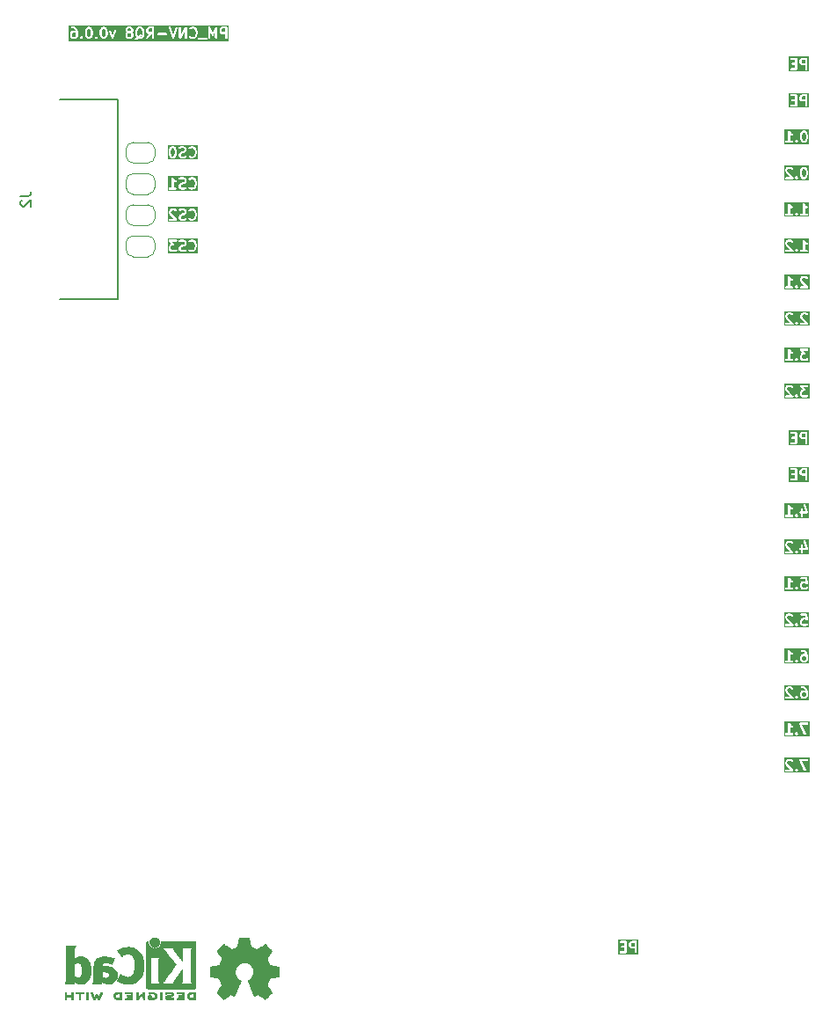
<source format=gbr>
%TF.GenerationSoftware,KiCad,Pcbnew,9.0.0*%
%TF.CreationDate,2025-03-10T21:13:25+03:00*%
%TF.ProjectId,PM_CNV-RQ8,504d5f43-4e56-42d5-9251-382e6b696361,rev?*%
%TF.SameCoordinates,Original*%
%TF.FileFunction,Legend,Bot*%
%TF.FilePolarity,Positive*%
%FSLAX46Y46*%
G04 Gerber Fmt 4.6, Leading zero omitted, Abs format (unit mm)*
G04 Created by KiCad (PCBNEW 9.0.0) date 2025-03-10 21:13:25*
%MOMM*%
%LPD*%
G01*
G04 APERTURE LIST*
%ADD10C,0.200000*%
%ADD11C,0.150000*%
%ADD12C,0.152400*%
%ADD13C,0.120000*%
%ADD14C,0.010000*%
G04 APERTURE END LIST*
D10*
G36*
X39030326Y39623972D02*
G01*
X38772981Y39623972D01*
X38713371Y39653777D01*
X38688703Y39678446D01*
X38658898Y39738056D01*
X38658898Y39833698D01*
X38688703Y39893308D01*
X38713371Y39917977D01*
X38772981Y39947781D01*
X39030326Y39947781D01*
X39030326Y39623972D01*
G37*
G36*
X39341437Y38836670D02*
G01*
X37444946Y38836670D01*
X37444946Y40067290D01*
X37556057Y40067290D01*
X37556057Y40028272D01*
X37570989Y39992224D01*
X37598579Y39964634D01*
X37634627Y39949702D01*
X37654136Y39947781D01*
X38030326Y39947781D01*
X38030326Y39671591D01*
X37796993Y39671591D01*
X37777484Y39669670D01*
X37741436Y39654738D01*
X37713846Y39627148D01*
X37698914Y39591100D01*
X37698914Y39552082D01*
X37713846Y39516034D01*
X37741436Y39488444D01*
X37777484Y39473512D01*
X37796993Y39471591D01*
X38030326Y39471591D01*
X38030326Y39147781D01*
X37654136Y39147781D01*
X37634627Y39145860D01*
X37598579Y39130928D01*
X37570989Y39103338D01*
X37556057Y39067290D01*
X37556057Y39028272D01*
X37570989Y38992224D01*
X37598579Y38964634D01*
X37634627Y38949702D01*
X37654136Y38947781D01*
X38130326Y38947781D01*
X38149835Y38949702D01*
X38185883Y38964634D01*
X38213473Y38992224D01*
X38228405Y39028272D01*
X38230326Y39047781D01*
X38230326Y39857305D01*
X38458898Y39857305D01*
X38458898Y39714448D01*
X38460819Y39694939D01*
X38462194Y39691619D01*
X38462449Y39688035D01*
X38469455Y39669727D01*
X38517074Y39574489D01*
X38522359Y39566093D01*
X38523370Y39563653D01*
X38525623Y39560907D01*
X38527517Y39557899D01*
X38529511Y39556170D01*
X38535806Y39548499D01*
X38583425Y39500881D01*
X38591091Y39494589D01*
X38592824Y39492591D01*
X38595832Y39490698D01*
X38598578Y39488444D01*
X38601018Y39487434D01*
X38609415Y39482148D01*
X38704652Y39434529D01*
X38722961Y39427523D01*
X38726544Y39427269D01*
X38729865Y39425893D01*
X38749374Y39423972D01*
X39030326Y39423972D01*
X39030326Y39047781D01*
X39032247Y39028272D01*
X39047179Y38992224D01*
X39074769Y38964634D01*
X39110817Y38949702D01*
X39149835Y38949702D01*
X39185883Y38964634D01*
X39213473Y38992224D01*
X39228405Y39028272D01*
X39230326Y39047781D01*
X39230326Y40047781D01*
X39228405Y40067290D01*
X39213473Y40103338D01*
X39185883Y40130928D01*
X39149835Y40145860D01*
X39130326Y40147781D01*
X38749374Y40147781D01*
X38729865Y40145860D01*
X38726544Y40144485D01*
X38722961Y40144230D01*
X38704652Y40137224D01*
X38609415Y40089605D01*
X38601018Y40084320D01*
X38598578Y40083309D01*
X38595832Y40081056D01*
X38592824Y40079162D01*
X38591091Y40077165D01*
X38583425Y40070872D01*
X38535806Y40023254D01*
X38529511Y40015584D01*
X38527517Y40013854D01*
X38525623Y40010847D01*
X38523370Y40008100D01*
X38522359Y40005661D01*
X38517074Y39997264D01*
X38469455Y39902026D01*
X38462449Y39883718D01*
X38462194Y39880135D01*
X38460819Y39876814D01*
X38458898Y39857305D01*
X38230326Y39857305D01*
X38230326Y40047781D01*
X38228405Y40067290D01*
X38213473Y40103338D01*
X38185883Y40130928D01*
X38149835Y40145860D01*
X38130326Y40147781D01*
X37654136Y40147781D01*
X37634627Y40145860D01*
X37598579Y40130928D01*
X37570989Y40103338D01*
X37556057Y40067290D01*
X37444946Y40067290D01*
X37444946Y40258892D01*
X39341437Y40258892D01*
X39341437Y38836670D01*
G37*
G36*
X39030326Y3623972D02*
G01*
X38772981Y3623972D01*
X38713371Y3653777D01*
X38688703Y3678446D01*
X38658898Y3738056D01*
X38658898Y3833698D01*
X38688703Y3893308D01*
X38713371Y3917977D01*
X38772981Y3947781D01*
X39030326Y3947781D01*
X39030326Y3623972D01*
G37*
G36*
X39341437Y2836670D02*
G01*
X37444946Y2836670D01*
X37444946Y4067290D01*
X37556057Y4067290D01*
X37556057Y4028272D01*
X37570989Y3992224D01*
X37598579Y3964634D01*
X37634627Y3949702D01*
X37654136Y3947781D01*
X38030326Y3947781D01*
X38030326Y3671591D01*
X37796993Y3671591D01*
X37777484Y3669670D01*
X37741436Y3654738D01*
X37713846Y3627148D01*
X37698914Y3591100D01*
X37698914Y3552082D01*
X37713846Y3516034D01*
X37741436Y3488444D01*
X37777484Y3473512D01*
X37796993Y3471591D01*
X38030326Y3471591D01*
X38030326Y3147781D01*
X37654136Y3147781D01*
X37634627Y3145860D01*
X37598579Y3130928D01*
X37570989Y3103338D01*
X37556057Y3067290D01*
X37556057Y3028272D01*
X37570989Y2992224D01*
X37598579Y2964634D01*
X37634627Y2949702D01*
X37654136Y2947781D01*
X38130326Y2947781D01*
X38149835Y2949702D01*
X38185883Y2964634D01*
X38213473Y2992224D01*
X38228405Y3028272D01*
X38230326Y3047781D01*
X38230326Y3857305D01*
X38458898Y3857305D01*
X38458898Y3714448D01*
X38460819Y3694939D01*
X38462194Y3691619D01*
X38462449Y3688035D01*
X38469455Y3669727D01*
X38517074Y3574489D01*
X38522359Y3566093D01*
X38523370Y3563653D01*
X38525623Y3560907D01*
X38527517Y3557899D01*
X38529511Y3556170D01*
X38535806Y3548499D01*
X38583425Y3500881D01*
X38591091Y3494589D01*
X38592824Y3492591D01*
X38595832Y3490698D01*
X38598578Y3488444D01*
X38601018Y3487434D01*
X38609415Y3482148D01*
X38704652Y3434529D01*
X38722961Y3427523D01*
X38726544Y3427269D01*
X38729865Y3425893D01*
X38749374Y3423972D01*
X39030326Y3423972D01*
X39030326Y3047781D01*
X39032247Y3028272D01*
X39047179Y2992224D01*
X39074769Y2964634D01*
X39110817Y2949702D01*
X39149835Y2949702D01*
X39185883Y2964634D01*
X39213473Y2992224D01*
X39228405Y3028272D01*
X39230326Y3047781D01*
X39230326Y4047781D01*
X39228405Y4067290D01*
X39213473Y4103338D01*
X39185883Y4130928D01*
X39149835Y4145860D01*
X39130326Y4147781D01*
X38749374Y4147781D01*
X38729865Y4145860D01*
X38726544Y4144485D01*
X38722961Y4144230D01*
X38704652Y4137224D01*
X38609415Y4089605D01*
X38601018Y4084320D01*
X38598578Y4083309D01*
X38595832Y4081056D01*
X38592824Y4079162D01*
X38591091Y4077165D01*
X38583425Y4070872D01*
X38535806Y4023254D01*
X38529511Y4015584D01*
X38527517Y4013854D01*
X38525623Y4010847D01*
X38523370Y4008100D01*
X38522359Y4005661D01*
X38517074Y3997264D01*
X38469455Y3902026D01*
X38462449Y3883718D01*
X38462194Y3880135D01*
X38460819Y3876814D01*
X38458898Y3857305D01*
X38230326Y3857305D01*
X38230326Y4047781D01*
X38228405Y4067290D01*
X38213473Y4103338D01*
X38185883Y4130928D01*
X38149835Y4145860D01*
X38130326Y4147781D01*
X37654136Y4147781D01*
X37634627Y4145860D01*
X37598579Y4130928D01*
X37570989Y4103338D01*
X37556057Y4067290D01*
X37444946Y4067290D01*
X37444946Y4258892D01*
X39341437Y4258892D01*
X39341437Y2836670D01*
G37*
G36*
X38975852Y32917976D02*
G01*
X39000521Y32893308D01*
X39035974Y32822401D01*
X39077945Y32654520D01*
X39077945Y32441044D01*
X39035974Y32273163D01*
X39000521Y32202257D01*
X38975852Y32177587D01*
X38916243Y32147781D01*
X38868219Y32147781D01*
X38808609Y32177586D01*
X38783942Y32202254D01*
X38748487Y32273163D01*
X38706517Y32441044D01*
X38706517Y32654519D01*
X38748487Y32822401D01*
X38783941Y32893308D01*
X38808609Y32917977D01*
X38868219Y32947781D01*
X38916243Y32947781D01*
X38975852Y32917976D01*
G37*
G36*
X39389056Y31836670D02*
G01*
X36966835Y31836670D01*
X36966835Y32857305D01*
X37077946Y32857305D01*
X37077946Y32762067D01*
X37078918Y32752194D01*
X37078731Y32749560D01*
X37079518Y32746097D01*
X37079867Y32742558D01*
X37080878Y32740116D01*
X37083078Y32730444D01*
X37130697Y32587588D01*
X37138688Y32569687D01*
X37141043Y32566972D01*
X37142418Y32563653D01*
X37154854Y32548499D01*
X37555571Y32147781D01*
X37177946Y32147781D01*
X37158437Y32145860D01*
X37122389Y32130928D01*
X37094799Y32103338D01*
X37079867Y32067290D01*
X37079867Y32028272D01*
X37094799Y31992224D01*
X37122389Y31964634D01*
X37158437Y31949702D01*
X37177946Y31947781D01*
X37796993Y31947781D01*
X37816502Y31949702D01*
X37852550Y31964634D01*
X37880140Y31992224D01*
X37895072Y32028272D01*
X37895072Y32067290D01*
X37880140Y32103338D01*
X37880139Y32103339D01*
X37870644Y32114909D01*
X38032247Y32114909D01*
X38032247Y32075891D01*
X38038710Y32060288D01*
X38047179Y32039842D01*
X38047183Y32039838D01*
X38059615Y32024689D01*
X38107234Y31977071D01*
X38122387Y31964634D01*
X38131390Y31960905D01*
X38158436Y31949702D01*
X38197454Y31949702D01*
X38233502Y31964634D01*
X38248656Y31977070D01*
X38296274Y32024689D01*
X38308711Y32039842D01*
X38315463Y32056144D01*
X38323642Y32075890D01*
X38323643Y32114908D01*
X38308712Y32150957D01*
X38296275Y32166110D01*
X38248656Y32213730D01*
X38233503Y32226167D01*
X38218571Y32232352D01*
X38197454Y32241099D01*
X38158436Y32241099D01*
X38147878Y32236726D01*
X38122388Y32226168D01*
X38122387Y32226167D01*
X38107233Y32213730D01*
X38059615Y32166110D01*
X38047178Y32150957D01*
X38037165Y32126781D01*
X38032247Y32114909D01*
X37870644Y32114909D01*
X37867704Y32118492D01*
X37319368Y32666829D01*
X38506517Y32666829D01*
X38506517Y32428734D01*
X38506852Y32425332D01*
X38506635Y32423873D01*
X38507714Y32416576D01*
X38508438Y32409225D01*
X38509002Y32407862D01*
X38509503Y32404480D01*
X38557122Y32214005D01*
X38557635Y32212568D01*
X38557687Y32211845D01*
X38560795Y32203721D01*
X38563717Y32195544D01*
X38564147Y32194964D01*
X38564693Y32193537D01*
X38612312Y32098299D01*
X38617595Y32089907D01*
X38618607Y32087463D01*
X38620863Y32084714D01*
X38622755Y32081709D01*
X38624749Y32079980D01*
X38631044Y32072310D01*
X38678662Y32024690D01*
X38686330Y32018397D01*
X38688062Y32016400D01*
X38691070Y32014507D01*
X38693816Y32012253D01*
X38696256Y32011243D01*
X38704653Y32005957D01*
X38799890Y31958338D01*
X38818199Y31951332D01*
X38821782Y31951078D01*
X38825103Y31949702D01*
X38844612Y31947781D01*
X38939850Y31947781D01*
X38959359Y31949702D01*
X38962679Y31951078D01*
X38966263Y31951332D01*
X38984571Y31958338D01*
X39079809Y32005957D01*
X39088204Y32011242D01*
X39090646Y32012253D01*
X39093393Y32014509D01*
X39096399Y32016400D01*
X39098129Y32018395D01*
X39105799Y32024690D01*
X39153418Y32072310D01*
X39159710Y32079977D01*
X39161707Y32081708D01*
X39163600Y32084716D01*
X39165855Y32087463D01*
X39166866Y32089905D01*
X39172150Y32098299D01*
X39219769Y32193536D01*
X39220315Y32194965D01*
X39220745Y32195544D01*
X39223666Y32203721D01*
X39226775Y32211845D01*
X39226826Y32212566D01*
X39227340Y32214004D01*
X39274959Y32404480D01*
X39275459Y32407862D01*
X39276024Y32409225D01*
X39276747Y32416576D01*
X39277827Y32423873D01*
X39277609Y32425332D01*
X39277945Y32428734D01*
X39277945Y32666829D01*
X39277609Y32670232D01*
X39277827Y32671690D01*
X39276747Y32678988D01*
X39276024Y32686338D01*
X39275459Y32687702D01*
X39274959Y32691083D01*
X39227340Y32881559D01*
X39226826Y32882998D01*
X39226775Y32883718D01*
X39223666Y32891843D01*
X39220745Y32900019D01*
X39220315Y32900599D01*
X39219769Y32902027D01*
X39172150Y32997264D01*
X39166864Y33005661D01*
X39165854Y33008101D01*
X39163600Y33010847D01*
X39161707Y33013855D01*
X39159709Y33015588D01*
X39153417Y33023254D01*
X39105799Y33070873D01*
X39098128Y33077168D01*
X39096399Y33079162D01*
X39093391Y33081056D01*
X39090645Y33083309D01*
X39088205Y33084320D01*
X39079809Y33089605D01*
X38984571Y33137224D01*
X38966263Y33144230D01*
X38962679Y33144485D01*
X38959359Y33145860D01*
X38939850Y33147781D01*
X38844612Y33147781D01*
X38825103Y33145860D01*
X38821782Y33144485D01*
X38818199Y33144230D01*
X38799890Y33137224D01*
X38704653Y33089605D01*
X38696256Y33084320D01*
X38693816Y33083309D01*
X38691070Y33081056D01*
X38688062Y33079162D01*
X38686329Y33077165D01*
X38678663Y33070872D01*
X38631044Y33023254D01*
X38624749Y33015584D01*
X38622755Y33013854D01*
X38620861Y33010847D01*
X38618608Y33008100D01*
X38617597Y33005661D01*
X38612312Y32997264D01*
X38564693Y32902026D01*
X38564147Y32900600D01*
X38563717Y32900019D01*
X38560795Y32891843D01*
X38557687Y32883718D01*
X38557635Y32882996D01*
X38557122Y32881558D01*
X38509503Y32691083D01*
X38509002Y32687702D01*
X38508438Y32686338D01*
X38507714Y32678988D01*
X38506635Y32671690D01*
X38506852Y32670232D01*
X38506517Y32666829D01*
X37319368Y32666829D01*
X37312967Y32673230D01*
X37277946Y32778294D01*
X37277946Y32833698D01*
X37307751Y32893308D01*
X37332419Y32917977D01*
X37392029Y32947781D01*
X37582910Y32947781D01*
X37642519Y32917976D01*
X37678663Y32881833D01*
X37693816Y32869396D01*
X37729865Y32854465D01*
X37768883Y32854465D01*
X37804931Y32869396D01*
X37832521Y32896986D01*
X37847452Y32933034D01*
X37847452Y32972052D01*
X37832521Y33008101D01*
X37820084Y33023254D01*
X37772466Y33070873D01*
X37764795Y33077168D01*
X37763066Y33079162D01*
X37760058Y33081056D01*
X37757312Y33083309D01*
X37754872Y33084320D01*
X37746476Y33089605D01*
X37651238Y33137224D01*
X37632930Y33144230D01*
X37629346Y33144485D01*
X37626026Y33145860D01*
X37606517Y33147781D01*
X37368422Y33147781D01*
X37348913Y33145860D01*
X37345592Y33144485D01*
X37342009Y33144230D01*
X37323700Y33137224D01*
X37228463Y33089605D01*
X37220066Y33084320D01*
X37217626Y33083309D01*
X37214880Y33081056D01*
X37211872Y33079162D01*
X37210139Y33077165D01*
X37202473Y33070872D01*
X37154854Y33023254D01*
X37148559Y33015584D01*
X37146565Y33013854D01*
X37144671Y33010847D01*
X37142418Y33008100D01*
X37141407Y33005661D01*
X37136122Y32997264D01*
X37088503Y32902026D01*
X37081497Y32883718D01*
X37081242Y32880135D01*
X37079867Y32876814D01*
X37077946Y32857305D01*
X36966835Y32857305D01*
X36966835Y33258892D01*
X39389056Y33258892D01*
X39389056Y31836670D01*
G37*
G36*
X39434754Y-25163330D02*
G01*
X36966835Y-25163330D01*
X36966835Y-24142695D01*
X37077946Y-24142695D01*
X37077946Y-24237933D01*
X37078918Y-24247806D01*
X37078731Y-24250440D01*
X37079518Y-24253903D01*
X37079867Y-24257442D01*
X37080878Y-24259884D01*
X37083078Y-24269556D01*
X37130697Y-24412412D01*
X37138688Y-24430313D01*
X37141043Y-24433028D01*
X37142418Y-24436347D01*
X37154854Y-24451501D01*
X37555571Y-24852219D01*
X37177946Y-24852219D01*
X37158437Y-24854140D01*
X37122389Y-24869072D01*
X37094799Y-24896662D01*
X37079867Y-24932710D01*
X37079867Y-24971728D01*
X37094799Y-25007776D01*
X37122389Y-25035366D01*
X37158437Y-25050298D01*
X37177946Y-25052219D01*
X37796993Y-25052219D01*
X37816502Y-25050298D01*
X37852550Y-25035366D01*
X37880140Y-25007776D01*
X37895072Y-24971728D01*
X37895072Y-24932710D01*
X37880140Y-24896662D01*
X37880139Y-24896661D01*
X37870644Y-24885091D01*
X38032247Y-24885091D01*
X38032247Y-24924109D01*
X38035315Y-24931515D01*
X38047179Y-24960158D01*
X38047183Y-24960162D01*
X38059615Y-24975311D01*
X38107234Y-25022929D01*
X38122387Y-25035366D01*
X38132945Y-25039739D01*
X38158436Y-25050298D01*
X38197454Y-25050298D01*
X38233502Y-25035366D01*
X38248656Y-25022930D01*
X38296274Y-24975311D01*
X38308711Y-24960158D01*
X38323642Y-24924109D01*
X38323642Y-24912537D01*
X38323643Y-24885092D01*
X38308712Y-24849043D01*
X38296275Y-24833890D01*
X38248656Y-24786270D01*
X38233503Y-24773833D01*
X38218571Y-24767648D01*
X38197454Y-24758901D01*
X38158436Y-24758901D01*
X38147878Y-24763274D01*
X38122388Y-24773832D01*
X38122387Y-24773833D01*
X38107233Y-24786270D01*
X38059615Y-24833890D01*
X38047178Y-24849043D01*
X38043891Y-24856980D01*
X38032247Y-24885091D01*
X37870644Y-24885091D01*
X37867704Y-24881508D01*
X37312967Y-24326770D01*
X37277946Y-24221706D01*
X37277946Y-24166302D01*
X37307751Y-24106692D01*
X37332419Y-24082023D01*
X37392029Y-24052219D01*
X37582910Y-24052219D01*
X37642519Y-24082024D01*
X37678663Y-24118167D01*
X37693816Y-24130604D01*
X37729865Y-24145535D01*
X37768883Y-24145535D01*
X37804931Y-24130604D01*
X37832521Y-24103014D01*
X37847452Y-24066966D01*
X37847452Y-24027948D01*
X37832521Y-23991899D01*
X37820084Y-23976746D01*
X37777246Y-23933907D01*
X38460589Y-23933907D01*
X38460819Y-23952798D01*
X38460819Y-23971728D01*
X38461056Y-23972301D01*
X38461064Y-23972923D01*
X38466983Y-23991611D01*
X38895554Y-24991611D01*
X38905005Y-25008785D01*
X38932930Y-25036037D01*
X38969157Y-25050528D01*
X39008172Y-25050052D01*
X39044036Y-25034682D01*
X39071287Y-25006758D01*
X39085778Y-24970530D01*
X39085303Y-24931515D01*
X39079383Y-24912827D01*
X38710552Y-24052219D01*
X39225564Y-24052219D01*
X39245073Y-24050298D01*
X39281121Y-24035366D01*
X39308711Y-24007776D01*
X39323643Y-23971728D01*
X39323643Y-23932710D01*
X39308711Y-23896662D01*
X39281121Y-23869072D01*
X39245073Y-23854140D01*
X39225564Y-23852219D01*
X38558898Y-23852219D01*
X38539389Y-23854140D01*
X38538815Y-23854377D01*
X38538194Y-23854385D01*
X38520772Y-23861851D01*
X38503341Y-23869072D01*
X38502903Y-23869509D01*
X38502331Y-23869755D01*
X38489109Y-23883303D01*
X38475751Y-23896662D01*
X38475513Y-23897236D01*
X38475080Y-23897680D01*
X38468066Y-23915212D01*
X38460819Y-23932710D01*
X38460819Y-23933332D01*
X38460589Y-23933907D01*
X37777246Y-23933907D01*
X37772466Y-23929127D01*
X37764795Y-23922832D01*
X37763066Y-23920838D01*
X37760058Y-23918944D01*
X37757312Y-23916691D01*
X37754872Y-23915680D01*
X37746476Y-23910395D01*
X37651238Y-23862776D01*
X37632930Y-23855770D01*
X37629346Y-23855515D01*
X37626026Y-23854140D01*
X37606517Y-23852219D01*
X37368422Y-23852219D01*
X37348913Y-23854140D01*
X37345592Y-23855515D01*
X37342009Y-23855770D01*
X37323700Y-23862776D01*
X37228463Y-23910395D01*
X37220066Y-23915680D01*
X37217626Y-23916691D01*
X37214880Y-23918944D01*
X37211872Y-23920838D01*
X37210139Y-23922835D01*
X37202473Y-23929128D01*
X37154854Y-23976746D01*
X37148559Y-23984416D01*
X37146565Y-23986146D01*
X37144671Y-23989153D01*
X37142418Y-23991900D01*
X37141407Y-23994339D01*
X37136122Y-24002736D01*
X37088503Y-24097974D01*
X37081497Y-24116282D01*
X37081242Y-24119865D01*
X37079867Y-24123186D01*
X37077946Y-24142695D01*
X36966835Y-24142695D01*
X36966835Y-23741108D01*
X39434754Y-23741108D01*
X39434754Y-25163330D01*
G37*
G36*
X39434754Y17836670D02*
G01*
X36966835Y17836670D01*
X36966835Y18857305D01*
X37077946Y18857305D01*
X37077946Y18762067D01*
X37078918Y18752194D01*
X37078731Y18749560D01*
X37079518Y18746097D01*
X37079867Y18742558D01*
X37080878Y18740116D01*
X37083078Y18730444D01*
X37130697Y18587588D01*
X37138688Y18569687D01*
X37141043Y18566972D01*
X37142418Y18563653D01*
X37154854Y18548499D01*
X37555571Y18147781D01*
X37177946Y18147781D01*
X37158437Y18145860D01*
X37122389Y18130928D01*
X37094799Y18103338D01*
X37079867Y18067290D01*
X37079867Y18028272D01*
X37094799Y17992224D01*
X37122389Y17964634D01*
X37158437Y17949702D01*
X37177946Y17947781D01*
X37796993Y17947781D01*
X37816502Y17949702D01*
X37852550Y17964634D01*
X37880140Y17992224D01*
X37895072Y18028272D01*
X37895072Y18067290D01*
X37880140Y18103338D01*
X37880139Y18103339D01*
X37870644Y18114909D01*
X38032247Y18114909D01*
X38032247Y18075891D01*
X38035810Y18067290D01*
X38047179Y18039842D01*
X38047183Y18039838D01*
X38059615Y18024689D01*
X38107234Y17977071D01*
X38122387Y17964634D01*
X38132945Y17960261D01*
X38158436Y17949702D01*
X38197454Y17949702D01*
X38233502Y17964634D01*
X38248656Y17977070D01*
X38296274Y18024689D01*
X38308711Y18039842D01*
X38323642Y18075891D01*
X38323642Y18087463D01*
X38323643Y18114908D01*
X38308712Y18150957D01*
X38296275Y18166110D01*
X38248656Y18213730D01*
X38233503Y18226167D01*
X38218571Y18232352D01*
X38197454Y18241099D01*
X38158436Y18241099D01*
X38147878Y18236726D01*
X38122388Y18226168D01*
X38122387Y18226167D01*
X38107233Y18213730D01*
X38059615Y18166110D01*
X38047178Y18150957D01*
X38043891Y18143020D01*
X38032247Y18114909D01*
X37870644Y18114909D01*
X37867704Y18118492D01*
X37312967Y18673230D01*
X37277946Y18778294D01*
X37277946Y18833698D01*
X37307751Y18893308D01*
X37332419Y18917977D01*
X37392029Y18947781D01*
X37582910Y18947781D01*
X37642519Y18917976D01*
X37678663Y18881833D01*
X37693816Y18869396D01*
X37729865Y18854465D01*
X37768883Y18854465D01*
X37775740Y18857305D01*
X38506517Y18857305D01*
X38506517Y18762067D01*
X38507489Y18752194D01*
X38507302Y18749560D01*
X38508089Y18746097D01*
X38508438Y18742558D01*
X38509449Y18740116D01*
X38511649Y18730444D01*
X38559268Y18587588D01*
X38567259Y18569687D01*
X38569614Y18566972D01*
X38570989Y18563653D01*
X38583425Y18548499D01*
X38984142Y18147781D01*
X38606517Y18147781D01*
X38587008Y18145860D01*
X38550960Y18130928D01*
X38523370Y18103338D01*
X38508438Y18067290D01*
X38508438Y18028272D01*
X38523370Y17992224D01*
X38550960Y17964634D01*
X38587008Y17949702D01*
X38606517Y17947781D01*
X39225564Y17947781D01*
X39245073Y17949702D01*
X39281121Y17964634D01*
X39308711Y17992224D01*
X39323643Y18028272D01*
X39323643Y18067290D01*
X39308711Y18103338D01*
X39308710Y18103339D01*
X39296275Y18118492D01*
X38741538Y18673230D01*
X38706517Y18778294D01*
X38706517Y18833698D01*
X38736322Y18893308D01*
X38760990Y18917977D01*
X38820600Y18947781D01*
X39011481Y18947781D01*
X39071090Y18917976D01*
X39107234Y18881833D01*
X39122387Y18869396D01*
X39158436Y18854465D01*
X39197454Y18854465D01*
X39233502Y18869396D01*
X39261092Y18896986D01*
X39276023Y18933034D01*
X39276023Y18972052D01*
X39261092Y19008101D01*
X39248655Y19023254D01*
X39201037Y19070873D01*
X39193366Y19077168D01*
X39191637Y19079162D01*
X39188629Y19081056D01*
X39185883Y19083309D01*
X39183443Y19084320D01*
X39175047Y19089605D01*
X39079809Y19137224D01*
X39061501Y19144230D01*
X39057917Y19144485D01*
X39054597Y19145860D01*
X39035088Y19147781D01*
X38796993Y19147781D01*
X38777484Y19145860D01*
X38774163Y19144485D01*
X38770580Y19144230D01*
X38752271Y19137224D01*
X38657034Y19089605D01*
X38648637Y19084320D01*
X38646197Y19083309D01*
X38643451Y19081056D01*
X38640443Y19079162D01*
X38638710Y19077165D01*
X38631044Y19070872D01*
X38583425Y19023254D01*
X38577130Y19015584D01*
X38575136Y19013854D01*
X38573242Y19010847D01*
X38570989Y19008100D01*
X38569978Y19005661D01*
X38564693Y18997264D01*
X38517074Y18902026D01*
X38510068Y18883718D01*
X38509813Y18880135D01*
X38508438Y18876814D01*
X38506517Y18857305D01*
X37775740Y18857305D01*
X37804931Y18869396D01*
X37832521Y18896986D01*
X37847452Y18933034D01*
X37847452Y18972052D01*
X37832521Y19008101D01*
X37820084Y19023254D01*
X37772466Y19070873D01*
X37764795Y19077168D01*
X37763066Y19079162D01*
X37760058Y19081056D01*
X37757312Y19083309D01*
X37754872Y19084320D01*
X37746476Y19089605D01*
X37651238Y19137224D01*
X37632930Y19144230D01*
X37629346Y19144485D01*
X37626026Y19145860D01*
X37606517Y19147781D01*
X37368422Y19147781D01*
X37348913Y19145860D01*
X37345592Y19144485D01*
X37342009Y19144230D01*
X37323700Y19137224D01*
X37228463Y19089605D01*
X37220066Y19084320D01*
X37217626Y19083309D01*
X37214880Y19081056D01*
X37211872Y19079162D01*
X37210139Y19077165D01*
X37202473Y19070872D01*
X37154854Y19023254D01*
X37148559Y19015584D01*
X37146565Y19013854D01*
X37144671Y19010847D01*
X37142418Y19008100D01*
X37141407Y19005661D01*
X37136122Y18997264D01*
X37088503Y18902026D01*
X37081497Y18883718D01*
X37081242Y18880135D01*
X37079867Y18876814D01*
X37077946Y18857305D01*
X36966835Y18857305D01*
X36966835Y19258892D01*
X39434754Y19258892D01*
X39434754Y17836670D01*
G37*
G36*
X-24927658Y45677587D02*
G01*
X-24987268Y45647781D01*
X-25055574Y45647781D01*
X-25047283Y45656073D01*
X-24987673Y45685877D01*
X-24919367Y45685877D01*
X-24927658Y45677587D01*
G37*
G36*
X-24927660Y46417977D02*
G01*
X-24863481Y46353798D01*
X-24825566Y46202139D01*
X-24825566Y45893425D01*
X-24837430Y45845969D01*
X-24860485Y45869024D01*
X-24896533Y45883956D01*
X-24916042Y45885877D01*
X-25011280Y45885877D01*
X-25030789Y45883956D01*
X-25034110Y45882581D01*
X-25037693Y45882326D01*
X-25056002Y45875320D01*
X-25151239Y45827701D01*
X-25159636Y45822416D01*
X-25162076Y45821405D01*
X-25164822Y45819152D01*
X-25167830Y45817258D01*
X-25169563Y45815261D01*
X-25177229Y45808968D01*
X-25249375Y45736822D01*
X-25254317Y45741764D01*
X-25292232Y45893425D01*
X-25292232Y46202138D01*
X-25254317Y46353798D01*
X-25190138Y46417977D01*
X-25130530Y46447781D01*
X-24987268Y46447781D01*
X-24927660Y46417977D01*
G37*
G36*
X-31260992Y46037024D02*
G01*
X-31236323Y46012356D01*
X-31206518Y45952746D01*
X-31206518Y45761865D01*
X-31236323Y45702257D01*
X-31260992Y45677587D01*
X-31320601Y45647781D01*
X-31463863Y45647781D01*
X-31523473Y45677586D01*
X-31548140Y45702254D01*
X-31577946Y45761866D01*
X-31577946Y45952746D01*
X-31548141Y46012356D01*
X-31523473Y46037025D01*
X-31463863Y46066829D01*
X-31320601Y46066829D01*
X-31260992Y46037024D01*
G37*
G36*
X-29880040Y46417976D02*
G01*
X-29855371Y46393308D01*
X-29819918Y46322401D01*
X-29777947Y46154520D01*
X-29777947Y45941044D01*
X-29819918Y45773163D01*
X-29855371Y45702257D01*
X-29880040Y45677587D01*
X-29939649Y45647781D01*
X-29987673Y45647781D01*
X-30047283Y45677586D01*
X-30071950Y45702254D01*
X-30107405Y45773163D01*
X-30149375Y45941044D01*
X-30149375Y46154519D01*
X-30107405Y46322401D01*
X-30071951Y46393308D01*
X-30047283Y46417977D01*
X-29987673Y46447781D01*
X-29939649Y46447781D01*
X-29880040Y46417976D01*
G37*
G36*
X-28451469Y46417976D02*
G01*
X-28426800Y46393308D01*
X-28391347Y46322401D01*
X-28349376Y46154520D01*
X-28349376Y45941044D01*
X-28391347Y45773163D01*
X-28426800Y45702257D01*
X-28451469Y45677587D01*
X-28511078Y45647781D01*
X-28559102Y45647781D01*
X-28618712Y45677586D01*
X-28643379Y45702254D01*
X-28678834Y45773163D01*
X-28720804Y45941044D01*
X-28720804Y46154519D01*
X-28678834Y46322401D01*
X-28643380Y46393308D01*
X-28618712Y46417977D01*
X-28559102Y46447781D01*
X-28511078Y46447781D01*
X-28451469Y46417976D01*
G37*
G36*
X-25927659Y45989405D02*
G01*
X-25902990Y45964737D01*
X-25873185Y45905127D01*
X-25873185Y45761865D01*
X-25902990Y45702257D01*
X-25927659Y45677587D01*
X-25987268Y45647781D01*
X-26130530Y45647781D01*
X-26190140Y45677586D01*
X-26214807Y45702254D01*
X-26244613Y45761866D01*
X-26244613Y45905127D01*
X-26214808Y45964737D01*
X-26190140Y45989406D01*
X-26130530Y46019210D01*
X-25987268Y46019210D01*
X-25927659Y45989405D01*
G37*
G36*
X-25927659Y46417976D02*
G01*
X-25902990Y46393308D01*
X-25873185Y46333698D01*
X-25873185Y46333293D01*
X-25902990Y46273684D01*
X-25927659Y46249016D01*
X-25987268Y46219210D01*
X-26130530Y46219210D01*
X-26190140Y46249015D01*
X-26214808Y46273684D01*
X-26244613Y46333294D01*
X-26244613Y46333698D01*
X-26214808Y46393308D01*
X-26190140Y46417977D01*
X-26130530Y46447781D01*
X-25987268Y46447781D01*
X-25927659Y46417976D01*
G37*
G36*
X-23873185Y46123972D02*
G01*
X-24130530Y46123972D01*
X-24190140Y46153777D01*
X-24214808Y46178446D01*
X-24244613Y46238056D01*
X-24244613Y46333698D01*
X-24214808Y46393308D01*
X-24190140Y46417977D01*
X-24130530Y46447781D01*
X-23873185Y46447781D01*
X-23873185Y46123972D01*
G37*
G36*
X-16825566Y46123972D02*
G01*
X-17082911Y46123972D01*
X-17142521Y46153777D01*
X-17167189Y46178446D01*
X-17196994Y46238056D01*
X-17196994Y46333698D01*
X-17167189Y46393308D01*
X-17142521Y46417977D01*
X-17082911Y46447781D01*
X-16825566Y46447781D01*
X-16825566Y46123972D01*
G37*
G36*
X-16514455Y45241432D02*
G01*
X-31889057Y45241432D01*
X-31889057Y45976353D01*
X-31777946Y45976353D01*
X-31777946Y45738258D01*
X-31776025Y45718749D01*
X-31774650Y45715429D01*
X-31774395Y45711845D01*
X-31767389Y45693537D01*
X-31719770Y45598299D01*
X-31714487Y45589907D01*
X-31713475Y45587463D01*
X-31711219Y45584714D01*
X-31709327Y45581709D01*
X-31707333Y45579980D01*
X-31701038Y45572310D01*
X-31653420Y45524690D01*
X-31645752Y45518397D01*
X-31644020Y45516400D01*
X-31641012Y45514507D01*
X-31638266Y45512253D01*
X-31635826Y45511243D01*
X-31627429Y45505957D01*
X-31532192Y45458338D01*
X-31513883Y45451332D01*
X-31510300Y45451078D01*
X-31506979Y45449702D01*
X-31487470Y45447781D01*
X-31296994Y45447781D01*
X-31277485Y45449702D01*
X-31274165Y45451078D01*
X-31270581Y45451332D01*
X-31252273Y45458338D01*
X-31157035Y45505957D01*
X-31148640Y45511242D01*
X-31146198Y45512253D01*
X-31143451Y45514509D01*
X-31140445Y45516400D01*
X-31138715Y45518395D01*
X-31131045Y45524690D01*
X-31083426Y45572310D01*
X-31077134Y45579977D01*
X-31075137Y45581708D01*
X-31073244Y45584716D01*
X-31070989Y45587463D01*
X-31069978Y45589905D01*
X-31064694Y45598299D01*
X-31056389Y45614909D01*
X-30823645Y45614909D01*
X-30823645Y45575891D01*
X-30818055Y45562396D01*
X-30808713Y45539842D01*
X-30808709Y45539838D01*
X-30796277Y45524689D01*
X-30748658Y45477071D01*
X-30733505Y45464634D01*
X-30727092Y45461978D01*
X-30697456Y45449702D01*
X-30658438Y45449702D01*
X-30622390Y45464634D01*
X-30607236Y45477070D01*
X-30559618Y45524689D01*
X-30547181Y45539842D01*
X-30540429Y45556144D01*
X-30532250Y45575890D01*
X-30532249Y45614908D01*
X-30547180Y45650957D01*
X-30559617Y45666110D01*
X-30607236Y45713730D01*
X-30622389Y45726167D01*
X-30632415Y45730320D01*
X-30647017Y45736368D01*
X-30658438Y45741099D01*
X-30697456Y45741099D01*
X-30708014Y45736726D01*
X-30733504Y45726168D01*
X-30733505Y45726167D01*
X-30748659Y45713730D01*
X-30796277Y45666110D01*
X-30808714Y45650957D01*
X-30817673Y45629327D01*
X-30823645Y45614909D01*
X-31056389Y45614909D01*
X-31017075Y45693536D01*
X-31010069Y45711845D01*
X-31009815Y45715429D01*
X-31008439Y45718749D01*
X-31006518Y45738258D01*
X-31006518Y46119210D01*
X-31006854Y46122613D01*
X-31006636Y46124071D01*
X-31007716Y46131369D01*
X-31008439Y46138719D01*
X-31009004Y46140083D01*
X-31009504Y46143464D01*
X-31015345Y46166829D01*
X-30349375Y46166829D01*
X-30349375Y45928734D01*
X-30349040Y45925332D01*
X-30349257Y45923873D01*
X-30348178Y45916576D01*
X-30347454Y45909225D01*
X-30346890Y45907862D01*
X-30346389Y45904480D01*
X-30298770Y45714005D01*
X-30298257Y45712568D01*
X-30298205Y45711845D01*
X-30295097Y45703721D01*
X-30292175Y45695544D01*
X-30291745Y45694964D01*
X-30291199Y45693537D01*
X-30243580Y45598299D01*
X-30238297Y45589907D01*
X-30237285Y45587463D01*
X-30235029Y45584714D01*
X-30233137Y45581709D01*
X-30231143Y45579980D01*
X-30224848Y45572310D01*
X-30177230Y45524690D01*
X-30169562Y45518397D01*
X-30167830Y45516400D01*
X-30164822Y45514507D01*
X-30162076Y45512253D01*
X-30159636Y45511243D01*
X-30151239Y45505957D01*
X-30056002Y45458338D01*
X-30037693Y45451332D01*
X-30034110Y45451078D01*
X-30030789Y45449702D01*
X-30011280Y45447781D01*
X-29916042Y45447781D01*
X-29896533Y45449702D01*
X-29893213Y45451078D01*
X-29889629Y45451332D01*
X-29871321Y45458338D01*
X-29776083Y45505957D01*
X-29767688Y45511242D01*
X-29765246Y45512253D01*
X-29762499Y45514509D01*
X-29759493Y45516400D01*
X-29757763Y45518395D01*
X-29750093Y45524690D01*
X-29702474Y45572310D01*
X-29696182Y45579977D01*
X-29694185Y45581708D01*
X-29692292Y45584716D01*
X-29690037Y45587463D01*
X-29689026Y45589905D01*
X-29683742Y45598299D01*
X-29675437Y45614909D01*
X-29395074Y45614909D01*
X-29395074Y45575891D01*
X-29389484Y45562396D01*
X-29380142Y45539842D01*
X-29380138Y45539838D01*
X-29367706Y45524689D01*
X-29320087Y45477071D01*
X-29304934Y45464634D01*
X-29298521Y45461978D01*
X-29268885Y45449702D01*
X-29229867Y45449702D01*
X-29193819Y45464634D01*
X-29178665Y45477070D01*
X-29131047Y45524689D01*
X-29118610Y45539842D01*
X-29111858Y45556144D01*
X-29103679Y45575890D01*
X-29103678Y45614908D01*
X-29118609Y45650957D01*
X-29131046Y45666110D01*
X-29178665Y45713730D01*
X-29193818Y45726167D01*
X-29203844Y45730320D01*
X-29218446Y45736368D01*
X-29229867Y45741099D01*
X-29268885Y45741099D01*
X-29279443Y45736726D01*
X-29304933Y45726168D01*
X-29304934Y45726167D01*
X-29320088Y45713730D01*
X-29367706Y45666110D01*
X-29380143Y45650957D01*
X-29389102Y45629327D01*
X-29395074Y45614909D01*
X-29675437Y45614909D01*
X-29636123Y45693536D01*
X-29635577Y45694965D01*
X-29635147Y45695544D01*
X-29632226Y45703721D01*
X-29629117Y45711845D01*
X-29629066Y45712566D01*
X-29628552Y45714004D01*
X-29580933Y45904480D01*
X-29580433Y45907862D01*
X-29579868Y45909225D01*
X-29579145Y45916576D01*
X-29578065Y45923873D01*
X-29578283Y45925332D01*
X-29577947Y45928734D01*
X-29577947Y46166829D01*
X-28920804Y46166829D01*
X-28920804Y45928734D01*
X-28920469Y45925332D01*
X-28920686Y45923873D01*
X-28919607Y45916576D01*
X-28918883Y45909225D01*
X-28918319Y45907862D01*
X-28917818Y45904480D01*
X-28870199Y45714005D01*
X-28869686Y45712568D01*
X-28869634Y45711845D01*
X-28866526Y45703721D01*
X-28863604Y45695544D01*
X-28863174Y45694964D01*
X-28862628Y45693537D01*
X-28815009Y45598299D01*
X-28809726Y45589907D01*
X-28808714Y45587463D01*
X-28806458Y45584714D01*
X-28804566Y45581709D01*
X-28802572Y45579980D01*
X-28796277Y45572310D01*
X-28748659Y45524690D01*
X-28740991Y45518397D01*
X-28739259Y45516400D01*
X-28736251Y45514507D01*
X-28733505Y45512253D01*
X-28731065Y45511243D01*
X-28722668Y45505957D01*
X-28627431Y45458338D01*
X-28609122Y45451332D01*
X-28605539Y45451078D01*
X-28602218Y45449702D01*
X-28582709Y45447781D01*
X-28487471Y45447781D01*
X-28467962Y45449702D01*
X-28464642Y45451078D01*
X-28461058Y45451332D01*
X-28442750Y45458338D01*
X-28347512Y45505957D01*
X-28339117Y45511242D01*
X-28336675Y45512253D01*
X-28333928Y45514509D01*
X-28330922Y45516400D01*
X-28329192Y45518395D01*
X-28321522Y45524690D01*
X-28273903Y45572310D01*
X-28267611Y45579977D01*
X-28265614Y45581708D01*
X-28263721Y45584716D01*
X-28261466Y45587463D01*
X-28260455Y45589905D01*
X-28255171Y45598299D01*
X-28207552Y45693536D01*
X-28207006Y45694965D01*
X-28206576Y45695544D01*
X-28203655Y45703721D01*
X-28200546Y45711845D01*
X-28200495Y45712566D01*
X-28199981Y45714004D01*
X-28152362Y45904480D01*
X-28151862Y45907862D01*
X-28151297Y45909225D01*
X-28150574Y45916576D01*
X-28149494Y45923873D01*
X-28149712Y45925332D01*
X-28149376Y45928734D01*
X-28149376Y46166829D01*
X-28149712Y46170232D01*
X-28149494Y46171690D01*
X-28150574Y46178988D01*
X-28151297Y46186338D01*
X-28151862Y46187702D01*
X-28152362Y46191083D01*
X-28154550Y46199833D01*
X-28014969Y46199833D01*
X-28010216Y46180814D01*
X-27772121Y45514148D01*
X-27763751Y45496421D01*
X-27760381Y45492699D01*
X-27758233Y45488164D01*
X-27747382Y45478341D01*
X-27737564Y45467496D01*
X-27733032Y45465349D01*
X-27729307Y45461977D01*
X-27715517Y45457053D01*
X-27702302Y45450792D01*
X-27697292Y45450543D01*
X-27692562Y45448854D01*
X-27677941Y45449582D01*
X-27663332Y45448855D01*
X-27658607Y45450543D01*
X-27653592Y45450792D01*
X-27640366Y45457058D01*
X-27626587Y45461978D01*
X-27622867Y45465347D01*
X-27618330Y45467495D01*
X-27608508Y45478346D01*
X-27597661Y45488164D01*
X-27595514Y45492699D01*
X-27592143Y45496421D01*
X-27583773Y45514147D01*
X-27345678Y46180814D01*
X-27340925Y46199833D01*
X-27342863Y46238803D01*
X-27359566Y46274065D01*
X-27388492Y46300251D01*
X-27425237Y46313374D01*
X-27464207Y46311437D01*
X-27499469Y46294733D01*
X-27525656Y46265808D01*
X-27534026Y46248081D01*
X-27677947Y45845103D01*
X-27821868Y46248082D01*
X-27830238Y46265808D01*
X-27856425Y46294734D01*
X-27891687Y46311437D01*
X-27930657Y46313375D01*
X-27967402Y46300252D01*
X-27996328Y46274065D01*
X-28013031Y46238803D01*
X-28014969Y46199833D01*
X-28154550Y46199833D01*
X-28193918Y46357305D01*
X-26444613Y46357305D01*
X-26444613Y46309686D01*
X-26442692Y46290177D01*
X-26441317Y46286857D01*
X-26441062Y46283273D01*
X-26434056Y46264965D01*
X-26386437Y46169727D01*
X-26381152Y46161331D01*
X-26380141Y46158891D01*
X-26377888Y46156145D01*
X-26375994Y46153137D01*
X-26374000Y46151408D01*
X-26367705Y46143737D01*
X-26343178Y46119210D01*
X-26367705Y46094683D01*
X-26374000Y46087013D01*
X-26375994Y46085283D01*
X-26377888Y46082276D01*
X-26380141Y46079529D01*
X-26381152Y46077090D01*
X-26386437Y46068693D01*
X-26434056Y45973455D01*
X-26441062Y45955147D01*
X-26441317Y45951564D01*
X-26442692Y45948243D01*
X-26444613Y45928734D01*
X-26444613Y45738258D01*
X-26442692Y45718749D01*
X-26441317Y45715429D01*
X-26441062Y45711845D01*
X-26434056Y45693537D01*
X-26386437Y45598299D01*
X-26381154Y45589907D01*
X-26380142Y45587463D01*
X-26377886Y45584714D01*
X-26375994Y45581709D01*
X-26374000Y45579980D01*
X-26367705Y45572310D01*
X-26320087Y45524690D01*
X-26312419Y45518397D01*
X-26310687Y45516400D01*
X-26307679Y45514507D01*
X-26304933Y45512253D01*
X-26302493Y45511243D01*
X-26294096Y45505957D01*
X-26198859Y45458338D01*
X-26180550Y45451332D01*
X-26176967Y45451078D01*
X-26173646Y45449702D01*
X-26154137Y45447781D01*
X-25963661Y45447781D01*
X-25944152Y45449702D01*
X-25940832Y45451078D01*
X-25937248Y45451332D01*
X-25918940Y45458338D01*
X-25905516Y45465050D01*
X-25539066Y45465050D01*
X-25536300Y45426130D01*
X-25518851Y45391231D01*
X-25489374Y45365667D01*
X-25452358Y45353328D01*
X-25413438Y45356094D01*
X-25395130Y45363100D01*
X-25299892Y45410719D01*
X-25291496Y45416005D01*
X-25289056Y45417015D01*
X-25286310Y45419269D01*
X-25283302Y45421162D01*
X-25281573Y45423157D01*
X-25273902Y45429451D01*
X-25229630Y45473724D01*
X-25198859Y45458338D01*
X-25180550Y45451332D01*
X-25176967Y45451078D01*
X-25173646Y45449702D01*
X-25154137Y45447781D01*
X-24963661Y45447781D01*
X-24944152Y45449702D01*
X-24940832Y45451078D01*
X-24937248Y45451332D01*
X-24918940Y45458338D01*
X-24823702Y45505957D01*
X-24815307Y45511242D01*
X-24812865Y45512253D01*
X-24810118Y45514509D01*
X-24807112Y45516400D01*
X-24805382Y45518395D01*
X-24797712Y45524690D01*
X-24702474Y45619929D01*
X-24690037Y45635082D01*
X-24687192Y45641953D01*
X-24682766Y45647925D01*
X-24676171Y45666385D01*
X-24628552Y45856861D01*
X-24628052Y45860243D01*
X-24627487Y45861606D01*
X-24626764Y45868957D01*
X-24625684Y45876254D01*
X-24625902Y45877713D01*
X-24625566Y45881115D01*
X-24625566Y46214448D01*
X-24625902Y46217851D01*
X-24625684Y46219309D01*
X-24626764Y46226607D01*
X-24627487Y46233957D01*
X-24628052Y46235321D01*
X-24628552Y46238702D01*
X-24658203Y46357305D01*
X-24444613Y46357305D01*
X-24444613Y46214448D01*
X-24442692Y46194939D01*
X-24441317Y46191619D01*
X-24441062Y46188035D01*
X-24434056Y46169727D01*
X-24386437Y46074489D01*
X-24381152Y46066093D01*
X-24380141Y46063653D01*
X-24377888Y46060907D01*
X-24375994Y46057899D01*
X-24374000Y46056170D01*
X-24367705Y46048499D01*
X-24320086Y46000881D01*
X-24312420Y45994589D01*
X-24310687Y45992591D01*
X-24307679Y45990698D01*
X-24304933Y45988444D01*
X-24302493Y45987434D01*
X-24294096Y45982148D01*
X-24198859Y45934529D01*
X-24196569Y45933653D01*
X-24426536Y45605127D01*
X-24436150Y45588043D01*
X-24444590Y45549949D01*
X-24437809Y45511524D01*
X-24416840Y45478619D01*
X-24384875Y45456244D01*
X-24346781Y45447804D01*
X-24308356Y45454585D01*
X-24275451Y45475554D01*
X-24262690Y45490435D01*
X-23959215Y45923972D01*
X-23873185Y45923972D01*
X-23873185Y45547781D01*
X-23871264Y45528272D01*
X-23856332Y45492224D01*
X-23828742Y45464634D01*
X-23792694Y45449702D01*
X-23753676Y45449702D01*
X-23717628Y45464634D01*
X-23690038Y45492224D01*
X-23675106Y45528272D01*
X-23673185Y45547781D01*
X-23673185Y45948243D01*
X-23395073Y45948243D01*
X-23395073Y45909225D01*
X-23380141Y45873177D01*
X-23352551Y45845587D01*
X-23316503Y45830655D01*
X-23296994Y45828734D01*
X-22535090Y45828734D01*
X-22515581Y45830655D01*
X-22479533Y45845587D01*
X-22451943Y45873177D01*
X-22437011Y45909225D01*
X-22437011Y45948243D01*
X-22451943Y45984291D01*
X-22479533Y46011881D01*
X-22515581Y46026813D01*
X-22535090Y46028734D01*
X-23296994Y46028734D01*
X-23316503Y46026813D01*
X-23352551Y46011881D01*
X-23380141Y45984291D01*
X-23395073Y45948243D01*
X-23673185Y45948243D01*
X-23673185Y46535274D01*
X-22300971Y46535274D01*
X-22296624Y46516158D01*
X-21963291Y45516159D01*
X-21955300Y45498258D01*
X-21950617Y45492859D01*
X-21947422Y45486469D01*
X-21937951Y45478254D01*
X-21929735Y45468782D01*
X-21923347Y45465588D01*
X-21917946Y45460904D01*
X-21906045Y45456937D01*
X-21894836Y45451333D01*
X-21887712Y45450827D01*
X-21880930Y45448566D01*
X-21868421Y45449456D01*
X-21855916Y45448566D01*
X-21849138Y45450826D01*
X-21842010Y45451332D01*
X-21830794Y45456941D01*
X-21818900Y45460905D01*
X-21813503Y45465586D01*
X-21807111Y45468782D01*
X-21798893Y45478258D01*
X-21789424Y45486470D01*
X-21786231Y45492857D01*
X-21781546Y45498258D01*
X-21773555Y45516158D01*
X-21440222Y46516158D01*
X-21435875Y46535273D01*
X-21436764Y46547781D01*
X-21301756Y46547781D01*
X-21301756Y45547781D01*
X-21301262Y45542764D01*
X-21301512Y45540796D01*
X-21300818Y45538250D01*
X-21299835Y45528272D01*
X-21294744Y45515982D01*
X-21291245Y45503153D01*
X-21287343Y45498115D01*
X-21284903Y45492224D01*
X-21275498Y45482819D01*
X-21267355Y45472304D01*
X-21261821Y45469142D01*
X-21257313Y45464634D01*
X-21245028Y45459546D01*
X-21233478Y45452945D01*
X-21227154Y45452142D01*
X-21221265Y45449702D01*
X-21207964Y45449702D01*
X-21194771Y45448025D01*
X-21188622Y45449702D01*
X-21182247Y45449702D01*
X-21169957Y45454794D01*
X-21157128Y45458292D01*
X-21152090Y45462195D01*
X-21146199Y45464634D01*
X-21136794Y45474040D01*
X-21126279Y45482182D01*
X-21120476Y45490358D01*
X-21118609Y45492224D01*
X-21117851Y45494057D01*
X-21114932Y45498167D01*
X-20730328Y46171225D01*
X-20730328Y45547781D01*
X-20728407Y45528272D01*
X-20713475Y45492224D01*
X-20685885Y45464634D01*
X-20649837Y45449702D01*
X-20610819Y45449702D01*
X-20574771Y45464634D01*
X-20547181Y45492224D01*
X-20532249Y45528272D01*
X-20530328Y45547781D01*
X-20530328Y46472052D01*
X-20299835Y46472052D01*
X-20299835Y46433034D01*
X-20284903Y46396986D01*
X-20257313Y46369396D01*
X-20221265Y46354464D01*
X-20182247Y46354464D01*
X-20146199Y46369396D01*
X-20131045Y46381832D01*
X-20100119Y46412760D01*
X-19995054Y46447781D01*
X-19932269Y46447781D01*
X-19827205Y46412760D01*
X-19760132Y46345687D01*
X-19724680Y46274782D01*
X-19682709Y46106901D01*
X-19682709Y45988663D01*
X-19724680Y45820782D01*
X-19760133Y45749876D01*
X-19827204Y45682803D01*
X-19932269Y45647781D01*
X-19995054Y45647781D01*
X-20100119Y45682803D01*
X-20131045Y45713730D01*
X-20146198Y45726167D01*
X-20182246Y45741098D01*
X-20221264Y45741099D01*
X-20257313Y45726168D01*
X-20284903Y45698578D01*
X-20299834Y45662530D01*
X-20299835Y45623512D01*
X-20284904Y45587463D01*
X-20272467Y45572310D01*
X-20224849Y45524690D01*
X-20209695Y45512253D01*
X-20206376Y45510878D01*
X-20203660Y45508523D01*
X-20185760Y45500532D01*
X-20042903Y45452913D01*
X-20033231Y45450714D01*
X-20030789Y45449702D01*
X-20027252Y45449354D01*
X-20023788Y45448566D01*
X-20021154Y45448754D01*
X-20011280Y45447781D01*
X-19916042Y45447781D01*
X-19906169Y45448754D01*
X-19903535Y45448566D01*
X-19900072Y45449354D01*
X-19896533Y45449702D01*
X-19894091Y45450714D01*
X-19884419Y45452913D01*
X-19827002Y45472052D01*
X-19490311Y45472052D01*
X-19490311Y45433034D01*
X-19475379Y45396986D01*
X-19447789Y45369396D01*
X-19411741Y45354464D01*
X-19392232Y45352543D01*
X-18630327Y45352543D01*
X-18610818Y45354464D01*
X-18574770Y45369396D01*
X-18547180Y45396986D01*
X-18532248Y45433034D01*
X-18532248Y45472052D01*
X-18547180Y45508100D01*
X-18574770Y45535690D01*
X-18610818Y45550622D01*
X-18630327Y45552543D01*
X-19392232Y45552543D01*
X-19411741Y45550622D01*
X-19447789Y45535690D01*
X-19475379Y45508100D01*
X-19490311Y45472052D01*
X-19827002Y45472052D01*
X-19741563Y45500532D01*
X-19723662Y45508523D01*
X-19720947Y45510878D01*
X-19717627Y45512253D01*
X-19702474Y45524690D01*
X-19607236Y45619929D01*
X-19600944Y45627596D01*
X-19598947Y45629327D01*
X-19597054Y45632335D01*
X-19594799Y45635082D01*
X-19593788Y45637524D01*
X-19588504Y45645918D01*
X-19540885Y45741155D01*
X-19540339Y45742584D01*
X-19539909Y45743163D01*
X-19536988Y45751340D01*
X-19533879Y45759464D01*
X-19533828Y45760185D01*
X-19533314Y45761623D01*
X-19485695Y45952099D01*
X-19485195Y45955481D01*
X-19484630Y45956844D01*
X-19483907Y45964195D01*
X-19482827Y45971492D01*
X-19483045Y45972951D01*
X-19482709Y45976353D01*
X-19482709Y46119210D01*
X-19483045Y46122613D01*
X-19482827Y46124071D01*
X-19483907Y46131369D01*
X-19484630Y46138719D01*
X-19485195Y46140083D01*
X-19485695Y46143464D01*
X-19533314Y46333940D01*
X-19533828Y46335379D01*
X-19533879Y46336099D01*
X-19536988Y46344224D01*
X-19539909Y46352400D01*
X-19540339Y46352980D01*
X-19540885Y46354408D01*
X-19588504Y46449645D01*
X-19593791Y46458044D01*
X-19594800Y46460481D01*
X-19597052Y46463225D01*
X-19598947Y46466236D01*
X-19600945Y46467969D01*
X-19607236Y46475635D01*
X-19679382Y46547781D01*
X-18492232Y46547781D01*
X-18492232Y45547781D01*
X-18490311Y45528272D01*
X-18475379Y45492224D01*
X-18447789Y45464634D01*
X-18411741Y45449702D01*
X-18372723Y45449702D01*
X-18336675Y45464634D01*
X-18309085Y45492224D01*
X-18294153Y45528272D01*
X-18292232Y45547781D01*
X-18292232Y46097025D01*
X-18149517Y45791207D01*
X-18145285Y45784062D01*
X-18144405Y45781644D01*
X-18142840Y45779935D01*
X-18139526Y45774341D01*
X-18128316Y45764075D01*
X-18118054Y45752869D01*
X-18114029Y45750991D01*
X-18110751Y45747989D01*
X-18096469Y45742796D01*
X-18082696Y45736368D01*
X-18078257Y45736173D01*
X-18074082Y45734655D01*
X-18058899Y45735323D01*
X-18043716Y45734655D01*
X-18039543Y45736173D01*
X-18035101Y45736368D01*
X-18021317Y45742801D01*
X-18007047Y45747990D01*
X-18003774Y45750988D01*
X-17999744Y45752868D01*
X-17989475Y45764083D01*
X-17978272Y45774341D01*
X-17974961Y45779932D01*
X-17973392Y45781644D01*
X-17972512Y45784066D01*
X-17968281Y45791207D01*
X-17825566Y46097026D01*
X-17825566Y45547781D01*
X-17823645Y45528272D01*
X-17808713Y45492224D01*
X-17781123Y45464634D01*
X-17745075Y45449702D01*
X-17706057Y45449702D01*
X-17670009Y45464634D01*
X-17642419Y45492224D01*
X-17627487Y45528272D01*
X-17625566Y45547781D01*
X-17625566Y46357305D01*
X-17396994Y46357305D01*
X-17396994Y46214448D01*
X-17395073Y46194939D01*
X-17393698Y46191619D01*
X-17393443Y46188035D01*
X-17386437Y46169727D01*
X-17338818Y46074489D01*
X-17333533Y46066093D01*
X-17332522Y46063653D01*
X-17330269Y46060907D01*
X-17328375Y46057899D01*
X-17326381Y46056170D01*
X-17320086Y46048499D01*
X-17272467Y46000881D01*
X-17264801Y45994589D01*
X-17263068Y45992591D01*
X-17260060Y45990698D01*
X-17257314Y45988444D01*
X-17254874Y45987434D01*
X-17246477Y45982148D01*
X-17151240Y45934529D01*
X-17132931Y45927523D01*
X-17129348Y45927269D01*
X-17126027Y45925893D01*
X-17106518Y45923972D01*
X-16825566Y45923972D01*
X-16825566Y45547781D01*
X-16823645Y45528272D01*
X-16808713Y45492224D01*
X-16781123Y45464634D01*
X-16745075Y45449702D01*
X-16706057Y45449702D01*
X-16670009Y45464634D01*
X-16642419Y45492224D01*
X-16627487Y45528272D01*
X-16625566Y45547781D01*
X-16625566Y46547781D01*
X-16627487Y46567290D01*
X-16642419Y46603338D01*
X-16670009Y46630928D01*
X-16706057Y46645860D01*
X-16725566Y46647781D01*
X-17106518Y46647781D01*
X-17126027Y46645860D01*
X-17129348Y46644485D01*
X-17132931Y46644230D01*
X-17151240Y46637224D01*
X-17246477Y46589605D01*
X-17254874Y46584320D01*
X-17257314Y46583309D01*
X-17260060Y46581056D01*
X-17263068Y46579162D01*
X-17264801Y46577165D01*
X-17272467Y46570872D01*
X-17320086Y46523254D01*
X-17326381Y46515584D01*
X-17328375Y46513854D01*
X-17330269Y46510847D01*
X-17332522Y46508100D01*
X-17333533Y46505661D01*
X-17338818Y46497264D01*
X-17386437Y46402026D01*
X-17393443Y46383718D01*
X-17393698Y46380135D01*
X-17395073Y46376814D01*
X-17396994Y46357305D01*
X-17625566Y46357305D01*
X-17625566Y46547781D01*
X-17626829Y46560605D01*
X-17626725Y46562964D01*
X-17627186Y46564232D01*
X-17627487Y46567290D01*
X-17634128Y46583321D01*
X-17640059Y46599633D01*
X-17641566Y46601279D01*
X-17642419Y46603338D01*
X-17654681Y46615600D01*
X-17666411Y46628409D01*
X-17668435Y46629354D01*
X-17670009Y46630928D01*
X-17686025Y46637563D01*
X-17701768Y46644909D01*
X-17703998Y46645007D01*
X-17706057Y46645860D01*
X-17723409Y46645860D01*
X-17740749Y46646622D01*
X-17742845Y46645860D01*
X-17745075Y46645860D01*
X-17761106Y46639220D01*
X-17777418Y46633288D01*
X-17779064Y46631782D01*
X-17781123Y46630928D01*
X-17793391Y46618661D01*
X-17806193Y46606936D01*
X-17807760Y46604292D01*
X-17808713Y46603338D01*
X-17809617Y46601157D01*
X-17816184Y46590070D01*
X-18058900Y46069967D01*
X-18301614Y46590070D01*
X-18308182Y46601157D01*
X-18309085Y46603338D01*
X-18310039Y46604292D01*
X-18311605Y46606936D01*
X-18324402Y46618655D01*
X-18336675Y46630928D01*
X-18338737Y46631782D01*
X-18340380Y46633287D01*
X-18356682Y46639216D01*
X-18372723Y46645860D01*
X-18374954Y46645860D01*
X-18377049Y46646622D01*
X-18394389Y46645860D01*
X-18411741Y46645860D01*
X-18413801Y46645007D01*
X-18416029Y46644909D01*
X-18431760Y46637568D01*
X-18447789Y46630928D01*
X-18449366Y46629352D01*
X-18451387Y46628408D01*
X-18463106Y46615612D01*
X-18475379Y46603338D01*
X-18476233Y46601277D01*
X-18477738Y46599633D01*
X-18483667Y46583332D01*
X-18490311Y46567290D01*
X-18490613Y46564232D01*
X-18491073Y46562964D01*
X-18490970Y46560605D01*
X-18492232Y46547781D01*
X-19679382Y46547781D01*
X-19702474Y46570873D01*
X-19717628Y46583309D01*
X-19720947Y46584684D01*
X-19723662Y46587039D01*
X-19741563Y46595030D01*
X-19884419Y46642649D01*
X-19894091Y46644849D01*
X-19896533Y46645860D01*
X-19900072Y46646209D01*
X-19903535Y46646996D01*
X-19906169Y46646809D01*
X-19916042Y46647781D01*
X-20011280Y46647781D01*
X-20021154Y46646809D01*
X-20023788Y46646996D01*
X-20027252Y46646209D01*
X-20030789Y46645860D01*
X-20033231Y46644849D01*
X-20042903Y46642649D01*
X-20185760Y46595030D01*
X-20203660Y46587039D01*
X-20206376Y46584684D01*
X-20209695Y46583309D01*
X-20224848Y46570872D01*
X-20272467Y46523254D01*
X-20284903Y46508100D01*
X-20299835Y46472052D01*
X-20530328Y46472052D01*
X-20530328Y46547781D01*
X-20530823Y46552799D01*
X-20530572Y46554766D01*
X-20531267Y46557313D01*
X-20532249Y46567290D01*
X-20537339Y46579577D01*
X-20540838Y46592409D01*
X-20544743Y46597451D01*
X-20547181Y46603338D01*
X-20556585Y46612742D01*
X-20564729Y46623258D01*
X-20570264Y46626421D01*
X-20574771Y46630928D01*
X-20587057Y46636017D01*
X-20598606Y46642617D01*
X-20604931Y46643421D01*
X-20610819Y46645860D01*
X-20624119Y46645860D01*
X-20637312Y46647537D01*
X-20643461Y46645860D01*
X-20649837Y46645860D01*
X-20662124Y46640771D01*
X-20674956Y46637271D01*
X-20679998Y46633367D01*
X-20685885Y46630928D01*
X-20695289Y46621525D01*
X-20705805Y46613380D01*
X-20711609Y46605205D01*
X-20713475Y46603338D01*
X-20714234Y46601506D01*
X-20717152Y46597395D01*
X-21101756Y45924338D01*
X-21101756Y46547781D01*
X-21103677Y46567290D01*
X-21118609Y46603338D01*
X-21146199Y46630928D01*
X-21182247Y46645860D01*
X-21221265Y46645860D01*
X-21257313Y46630928D01*
X-21284903Y46603338D01*
X-21299835Y46567290D01*
X-21301756Y46547781D01*
X-21436764Y46547781D01*
X-21438641Y46574193D01*
X-21456091Y46609092D01*
X-21485567Y46634657D01*
X-21522583Y46646996D01*
X-21561503Y46644229D01*
X-21596402Y46626780D01*
X-21621967Y46597304D01*
X-21629958Y46579403D01*
X-21868423Y45864009D01*
X-22106888Y46579404D01*
X-22114879Y46597304D01*
X-22140444Y46626780D01*
X-22175343Y46644230D01*
X-22214263Y46646996D01*
X-22251279Y46634658D01*
X-22280755Y46609093D01*
X-22298205Y46574194D01*
X-22300971Y46535274D01*
X-23673185Y46535274D01*
X-23673185Y46547781D01*
X-23675106Y46567290D01*
X-23690038Y46603338D01*
X-23717628Y46630928D01*
X-23753676Y46645860D01*
X-23773185Y46647781D01*
X-24154137Y46647781D01*
X-24173646Y46645860D01*
X-24176967Y46644485D01*
X-24180550Y46644230D01*
X-24198859Y46637224D01*
X-24294096Y46589605D01*
X-24302493Y46584320D01*
X-24304933Y46583309D01*
X-24307679Y46581056D01*
X-24310687Y46579162D01*
X-24312420Y46577165D01*
X-24320086Y46570872D01*
X-24367705Y46523254D01*
X-24374000Y46515584D01*
X-24375994Y46513854D01*
X-24377888Y46510847D01*
X-24380141Y46508100D01*
X-24381152Y46505661D01*
X-24386437Y46497264D01*
X-24434056Y46402026D01*
X-24441062Y46383718D01*
X-24441317Y46380135D01*
X-24442692Y46376814D01*
X-24444613Y46357305D01*
X-24658203Y46357305D01*
X-24676171Y46429178D01*
X-24682766Y46447638D01*
X-24687193Y46453613D01*
X-24690038Y46460481D01*
X-24702474Y46475635D01*
X-24797712Y46570873D01*
X-24805383Y46577168D01*
X-24807112Y46579162D01*
X-24810120Y46581056D01*
X-24812866Y46583309D01*
X-24815306Y46584320D01*
X-24823702Y46589605D01*
X-24918940Y46637224D01*
X-24937248Y46644230D01*
X-24940832Y46644485D01*
X-24944152Y46645860D01*
X-24963661Y46647781D01*
X-25154137Y46647781D01*
X-25173646Y46645860D01*
X-25176967Y46644485D01*
X-25180550Y46644230D01*
X-25198859Y46637224D01*
X-25294096Y46589605D01*
X-25302495Y46584319D01*
X-25304932Y46583309D01*
X-25307676Y46581058D01*
X-25310687Y46579162D01*
X-25312420Y46577165D01*
X-25320086Y46570873D01*
X-25415324Y46475635D01*
X-25427760Y46460481D01*
X-25430606Y46453613D01*
X-25435032Y46447638D01*
X-25441627Y46429177D01*
X-25489246Y46238702D01*
X-25489747Y46235321D01*
X-25490311Y46233957D01*
X-25491035Y46226607D01*
X-25492114Y46219309D01*
X-25491897Y46217851D01*
X-25492232Y46214448D01*
X-25492232Y45881115D01*
X-25491897Y45877713D01*
X-25492114Y45876254D01*
X-25491035Y45868957D01*
X-25490311Y45861606D01*
X-25489747Y45860243D01*
X-25489246Y45856861D01*
X-25441627Y45666386D01*
X-25435032Y45647925D01*
X-25430607Y45641953D01*
X-25427761Y45635082D01*
X-25415324Y45619929D01*
X-25390797Y45595401D01*
X-25403850Y45582348D01*
X-25484572Y45541986D01*
X-25501163Y45531543D01*
X-25526727Y45502066D01*
X-25539066Y45465050D01*
X-25905516Y45465050D01*
X-25823702Y45505957D01*
X-25815307Y45511242D01*
X-25812865Y45512253D01*
X-25810118Y45514509D01*
X-25807112Y45516400D01*
X-25805382Y45518395D01*
X-25797712Y45524690D01*
X-25750093Y45572310D01*
X-25743801Y45579977D01*
X-25741804Y45581708D01*
X-25739911Y45584716D01*
X-25737656Y45587463D01*
X-25736645Y45589905D01*
X-25731361Y45598299D01*
X-25683742Y45693536D01*
X-25676736Y45711845D01*
X-25676482Y45715429D01*
X-25675106Y45718749D01*
X-25673185Y45738258D01*
X-25673185Y45928734D01*
X-25675106Y45948243D01*
X-25676482Y45951564D01*
X-25676736Y45955147D01*
X-25683742Y45973456D01*
X-25731361Y46068693D01*
X-25736647Y46077090D01*
X-25737657Y46079530D01*
X-25739911Y46082276D01*
X-25741804Y46085284D01*
X-25743802Y46087017D01*
X-25750094Y46094683D01*
X-25774621Y46119210D01*
X-25750094Y46143737D01*
X-25743802Y46151404D01*
X-25741804Y46153136D01*
X-25739911Y46156145D01*
X-25737657Y46158890D01*
X-25736647Y46161331D01*
X-25731361Y46169727D01*
X-25683742Y46264964D01*
X-25676736Y46283273D01*
X-25676482Y46286857D01*
X-25675106Y46290177D01*
X-25673185Y46309686D01*
X-25673185Y46357305D01*
X-25675106Y46376814D01*
X-25676482Y46380135D01*
X-25676736Y46383718D01*
X-25683742Y46402027D01*
X-25731361Y46497264D01*
X-25736647Y46505661D01*
X-25737657Y46508101D01*
X-25739911Y46510847D01*
X-25741804Y46513855D01*
X-25743802Y46515588D01*
X-25750094Y46523254D01*
X-25797712Y46570873D01*
X-25805383Y46577168D01*
X-25807112Y46579162D01*
X-25810120Y46581056D01*
X-25812866Y46583309D01*
X-25815306Y46584320D01*
X-25823702Y46589605D01*
X-25918940Y46637224D01*
X-25937248Y46644230D01*
X-25940832Y46644485D01*
X-25944152Y46645860D01*
X-25963661Y46647781D01*
X-26154137Y46647781D01*
X-26173646Y46645860D01*
X-26176967Y46644485D01*
X-26180550Y46644230D01*
X-26198859Y46637224D01*
X-26294096Y46589605D01*
X-26302493Y46584320D01*
X-26304933Y46583309D01*
X-26307679Y46581056D01*
X-26310687Y46579162D01*
X-26312420Y46577165D01*
X-26320086Y46570872D01*
X-26367705Y46523254D01*
X-26374000Y46515584D01*
X-26375994Y46513854D01*
X-26377888Y46510847D01*
X-26380141Y46508100D01*
X-26381152Y46505661D01*
X-26386437Y46497264D01*
X-26434056Y46402026D01*
X-26441062Y46383718D01*
X-26441317Y46380135D01*
X-26442692Y46376814D01*
X-26444613Y46357305D01*
X-28193918Y46357305D01*
X-28199981Y46381559D01*
X-28200495Y46382998D01*
X-28200546Y46383718D01*
X-28203655Y46391843D01*
X-28206576Y46400019D01*
X-28207006Y46400599D01*
X-28207552Y46402027D01*
X-28255171Y46497264D01*
X-28260457Y46505661D01*
X-28261467Y46508101D01*
X-28263721Y46510847D01*
X-28265614Y46513855D01*
X-28267612Y46515588D01*
X-28273904Y46523254D01*
X-28321522Y46570873D01*
X-28329193Y46577168D01*
X-28330922Y46579162D01*
X-28333930Y46581056D01*
X-28336676Y46583309D01*
X-28339116Y46584320D01*
X-28347512Y46589605D01*
X-28442750Y46637224D01*
X-28461058Y46644230D01*
X-28464642Y46644485D01*
X-28467962Y46645860D01*
X-28487471Y46647781D01*
X-28582709Y46647781D01*
X-28602218Y46645860D01*
X-28605539Y46644485D01*
X-28609122Y46644230D01*
X-28627431Y46637224D01*
X-28722668Y46589605D01*
X-28731065Y46584320D01*
X-28733505Y46583309D01*
X-28736251Y46581056D01*
X-28739259Y46579162D01*
X-28740992Y46577165D01*
X-28748658Y46570872D01*
X-28796277Y46523254D01*
X-28802572Y46515584D01*
X-28804566Y46513854D01*
X-28806460Y46510847D01*
X-28808713Y46508100D01*
X-28809724Y46505661D01*
X-28815009Y46497264D01*
X-28862628Y46402026D01*
X-28863174Y46400600D01*
X-28863604Y46400019D01*
X-28866526Y46391843D01*
X-28869634Y46383718D01*
X-28869686Y46382996D01*
X-28870199Y46381558D01*
X-28917818Y46191083D01*
X-28918319Y46187702D01*
X-28918883Y46186338D01*
X-28919607Y46178988D01*
X-28920686Y46171690D01*
X-28920469Y46170232D01*
X-28920804Y46166829D01*
X-29577947Y46166829D01*
X-29578283Y46170232D01*
X-29578065Y46171690D01*
X-29579145Y46178988D01*
X-29579868Y46186338D01*
X-29580433Y46187702D01*
X-29580933Y46191083D01*
X-29628552Y46381559D01*
X-29629066Y46382998D01*
X-29629117Y46383718D01*
X-29632226Y46391843D01*
X-29635147Y46400019D01*
X-29635577Y46400599D01*
X-29636123Y46402027D01*
X-29683742Y46497264D01*
X-29689028Y46505661D01*
X-29690038Y46508101D01*
X-29692292Y46510847D01*
X-29694185Y46513855D01*
X-29696183Y46515588D01*
X-29702475Y46523254D01*
X-29750093Y46570873D01*
X-29757764Y46577168D01*
X-29759493Y46579162D01*
X-29762501Y46581056D01*
X-29765247Y46583309D01*
X-29767687Y46584320D01*
X-29776083Y46589605D01*
X-29871321Y46637224D01*
X-29889629Y46644230D01*
X-29893213Y46644485D01*
X-29896533Y46645860D01*
X-29916042Y46647781D01*
X-30011280Y46647781D01*
X-30030789Y46645860D01*
X-30034110Y46644485D01*
X-30037693Y46644230D01*
X-30056002Y46637224D01*
X-30151239Y46589605D01*
X-30159636Y46584320D01*
X-30162076Y46583309D01*
X-30164822Y46581056D01*
X-30167830Y46579162D01*
X-30169563Y46577165D01*
X-30177229Y46570872D01*
X-30224848Y46523254D01*
X-30231143Y46515584D01*
X-30233137Y46513854D01*
X-30235031Y46510847D01*
X-30237284Y46508100D01*
X-30238295Y46505661D01*
X-30243580Y46497264D01*
X-30291199Y46402026D01*
X-30291745Y46400600D01*
X-30292175Y46400019D01*
X-30295097Y46391843D01*
X-30298205Y46383718D01*
X-30298257Y46382996D01*
X-30298770Y46381558D01*
X-30346389Y46191083D01*
X-30346890Y46187702D01*
X-30347454Y46186338D01*
X-30348178Y46178988D01*
X-30349257Y46171690D01*
X-30349040Y46170232D01*
X-30349375Y46166829D01*
X-31015345Y46166829D01*
X-31057123Y46333940D01*
X-31061230Y46345435D01*
X-31061709Y46347858D01*
X-31062880Y46350055D01*
X-31063718Y46352400D01*
X-31065190Y46354387D01*
X-31070932Y46365156D01*
X-31166170Y46508013D01*
X-31166214Y46508067D01*
X-31166228Y46508101D01*
X-31172373Y46515587D01*
X-31178590Y46523180D01*
X-31178622Y46523202D01*
X-31178665Y46523254D01*
X-31226283Y46570873D01*
X-31233954Y46577168D01*
X-31235683Y46579162D01*
X-31238691Y46581056D01*
X-31241437Y46583309D01*
X-31243877Y46584320D01*
X-31252273Y46589605D01*
X-31347511Y46637224D01*
X-31365819Y46644230D01*
X-31369403Y46644485D01*
X-31372723Y46645860D01*
X-31392232Y46647781D01*
X-31582708Y46647781D01*
X-31602217Y46645860D01*
X-31638265Y46630928D01*
X-31665855Y46603338D01*
X-31680787Y46567290D01*
X-31680787Y46528272D01*
X-31665855Y46492224D01*
X-31638265Y46464634D01*
X-31602217Y46449702D01*
X-31582708Y46447781D01*
X-31415839Y46447781D01*
X-31356230Y46417976D01*
X-31327088Y46388835D01*
X-31246950Y46268628D01*
X-31242660Y46251466D01*
X-31252273Y46256272D01*
X-31270581Y46263278D01*
X-31274165Y46263533D01*
X-31277485Y46264908D01*
X-31296994Y46266829D01*
X-31487470Y46266829D01*
X-31506979Y46264908D01*
X-31510300Y46263533D01*
X-31513883Y46263278D01*
X-31532192Y46256272D01*
X-31627429Y46208653D01*
X-31635826Y46203368D01*
X-31638266Y46202357D01*
X-31641012Y46200104D01*
X-31644020Y46198210D01*
X-31645753Y46196213D01*
X-31653419Y46189920D01*
X-31701038Y46142302D01*
X-31707333Y46134632D01*
X-31709327Y46132902D01*
X-31711221Y46129895D01*
X-31713474Y46127148D01*
X-31714485Y46124709D01*
X-31719770Y46116312D01*
X-31767389Y46021074D01*
X-31774395Y46002766D01*
X-31774650Y45999183D01*
X-31776025Y45995862D01*
X-31777946Y45976353D01*
X-31889057Y45976353D01*
X-31889057Y46758892D01*
X-16514455Y46758892D01*
X-16514455Y45241432D01*
G37*
G36*
X39388270Y28336670D02*
G01*
X36968756Y28336670D01*
X36968756Y28567290D01*
X37079867Y28567290D01*
X37079867Y28528272D01*
X37094799Y28492224D01*
X37122389Y28464634D01*
X37158437Y28449702D01*
X37177946Y28447781D01*
X37749374Y28447781D01*
X37768883Y28449702D01*
X37804931Y28464634D01*
X37832521Y28492224D01*
X37847453Y28528272D01*
X37847453Y28567290D01*
X37832521Y28603338D01*
X37820950Y28614909D01*
X38032247Y28614909D01*
X38032247Y28575891D01*
X38035810Y28567290D01*
X38047179Y28539842D01*
X38047183Y28539838D01*
X38059615Y28524689D01*
X38107234Y28477071D01*
X38122387Y28464634D01*
X38132945Y28460261D01*
X38158436Y28449702D01*
X38197454Y28449702D01*
X38233502Y28464634D01*
X38248656Y28477070D01*
X38296274Y28524689D01*
X38308711Y28539842D01*
X38320080Y28567290D01*
X38508438Y28567290D01*
X38508438Y28528272D01*
X38523370Y28492224D01*
X38550960Y28464634D01*
X38587008Y28449702D01*
X38606517Y28447781D01*
X39177945Y28447781D01*
X39197454Y28449702D01*
X39233502Y28464634D01*
X39261092Y28492224D01*
X39276024Y28528272D01*
X39276024Y28567290D01*
X39261092Y28603338D01*
X39233502Y28630928D01*
X39197454Y28645860D01*
X39177945Y28647781D01*
X38992231Y28647781D01*
X38992231Y29258740D01*
X39011996Y29238975D01*
X39019662Y29232684D01*
X39021395Y29230686D01*
X39024406Y29228791D01*
X39027150Y29226539D01*
X39029587Y29225530D01*
X39037986Y29220243D01*
X39133223Y29172624D01*
X39151532Y29165618D01*
X39190452Y29162852D01*
X39227468Y29175191D01*
X39256945Y29200756D01*
X39274394Y29235654D01*
X39277159Y29274574D01*
X39264821Y29311590D01*
X39239256Y29341067D01*
X39222666Y29351510D01*
X39141944Y29391871D01*
X39065180Y29468635D01*
X38975436Y29603251D01*
X38975391Y29603306D01*
X38975378Y29603338D01*
X38975304Y29603412D01*
X38963016Y29618418D01*
X38954787Y29623929D01*
X38947788Y29630928D01*
X38938736Y29634678D01*
X38930596Y29640129D01*
X38920888Y29642071D01*
X38911740Y29645860D01*
X38901941Y29645860D01*
X38892336Y29647781D01*
X38882625Y29645860D01*
X38872722Y29645860D01*
X38863669Y29642111D01*
X38854059Y29640209D01*
X38845820Y29634717D01*
X38836674Y29630928D01*
X38829747Y29624002D01*
X38821594Y29618566D01*
X38816083Y29610338D01*
X38809084Y29603338D01*
X38805334Y29594287D01*
X38799883Y29586146D01*
X38797941Y29576439D01*
X38794152Y29567290D01*
X38792251Y29547988D01*
X38792231Y29547886D01*
X38792237Y29547852D01*
X38792231Y29547781D01*
X38792231Y28647781D01*
X38606517Y28647781D01*
X38587008Y28645860D01*
X38550960Y28630928D01*
X38523370Y28603338D01*
X38508438Y28567290D01*
X38320080Y28567290D01*
X38323642Y28575891D01*
X38323642Y28587463D01*
X38323643Y28614908D01*
X38308712Y28650957D01*
X38296275Y28666110D01*
X38248656Y28713730D01*
X38233503Y28726167D01*
X38218571Y28732352D01*
X38197454Y28741099D01*
X38158436Y28741099D01*
X38147878Y28736726D01*
X38122388Y28726168D01*
X38122387Y28726167D01*
X38107233Y28713730D01*
X38059615Y28666110D01*
X38047178Y28650957D01*
X38043891Y28643020D01*
X38032247Y28614909D01*
X37820950Y28614909D01*
X37804931Y28630928D01*
X37768883Y28645860D01*
X37749374Y28647781D01*
X37563660Y28647781D01*
X37563660Y29258740D01*
X37583425Y29238975D01*
X37591091Y29232684D01*
X37592824Y29230686D01*
X37595835Y29228791D01*
X37598579Y29226539D01*
X37601016Y29225530D01*
X37609415Y29220243D01*
X37704652Y29172624D01*
X37722961Y29165618D01*
X37761881Y29162852D01*
X37798897Y29175191D01*
X37828374Y29200756D01*
X37845823Y29235654D01*
X37848588Y29274574D01*
X37836250Y29311590D01*
X37810685Y29341067D01*
X37794095Y29351510D01*
X37713373Y29391871D01*
X37636609Y29468635D01*
X37546865Y29603251D01*
X37546820Y29603306D01*
X37546807Y29603338D01*
X37546733Y29603412D01*
X37534445Y29618418D01*
X37526216Y29623929D01*
X37519217Y29630928D01*
X37510165Y29634678D01*
X37502025Y29640129D01*
X37492317Y29642071D01*
X37483169Y29645860D01*
X37473370Y29645860D01*
X37463765Y29647781D01*
X37454054Y29645860D01*
X37444151Y29645860D01*
X37435098Y29642111D01*
X37425488Y29640209D01*
X37417249Y29634717D01*
X37408103Y29630928D01*
X37401176Y29624002D01*
X37393023Y29618566D01*
X37387512Y29610338D01*
X37380513Y29603338D01*
X37376763Y29594287D01*
X37371312Y29586146D01*
X37369370Y29576439D01*
X37365581Y29567290D01*
X37363680Y29547988D01*
X37363660Y29547886D01*
X37363666Y29547852D01*
X37363660Y29547781D01*
X37363660Y28647781D01*
X37177946Y28647781D01*
X37158437Y28645860D01*
X37122389Y28630928D01*
X37094799Y28603338D01*
X37079867Y28567290D01*
X36968756Y28567290D01*
X36968756Y29758892D01*
X39388270Y29758892D01*
X39388270Y28336670D01*
G37*
G36*
X-21808611Y34917976D02*
G01*
X-21783942Y34893308D01*
X-21748489Y34822401D01*
X-21706518Y34654520D01*
X-21706518Y34441044D01*
X-21748489Y34273163D01*
X-21783942Y34202257D01*
X-21808611Y34177587D01*
X-21868220Y34147781D01*
X-21916244Y34147781D01*
X-21975854Y34177586D01*
X-22000521Y34202254D01*
X-22035976Y34273163D01*
X-22077946Y34441044D01*
X-22077946Y34654519D01*
X-22035976Y34822401D01*
X-22000522Y34893308D01*
X-21975854Y34917977D01*
X-21916244Y34947781D01*
X-21868220Y34947781D01*
X-21808611Y34917976D01*
G37*
G36*
X-19443026Y33836670D02*
G01*
X-22389057Y33836670D01*
X-22389057Y34666829D01*
X-22277946Y34666829D01*
X-22277946Y34428734D01*
X-22277611Y34425332D01*
X-22277828Y34423873D01*
X-22276749Y34416576D01*
X-22276025Y34409225D01*
X-22275461Y34407862D01*
X-22274960Y34404480D01*
X-22227341Y34214005D01*
X-22226828Y34212568D01*
X-22226776Y34211845D01*
X-22223668Y34203721D01*
X-22220746Y34195544D01*
X-22220316Y34194964D01*
X-22219770Y34193537D01*
X-22172151Y34098299D01*
X-22166868Y34089907D01*
X-22165856Y34087463D01*
X-22163600Y34084714D01*
X-22161708Y34081709D01*
X-22159714Y34079980D01*
X-22153419Y34072310D01*
X-22105801Y34024690D01*
X-22098133Y34018397D01*
X-22096401Y34016400D01*
X-22093393Y34014507D01*
X-22090647Y34012253D01*
X-22088207Y34011243D01*
X-22079810Y34005957D01*
X-21984573Y33958338D01*
X-21966264Y33951332D01*
X-21962681Y33951078D01*
X-21959360Y33949702D01*
X-21939851Y33947781D01*
X-21844613Y33947781D01*
X-21825104Y33949702D01*
X-21821784Y33951078D01*
X-21818200Y33951332D01*
X-21799892Y33958338D01*
X-21704654Y34005957D01*
X-21696259Y34011242D01*
X-21693817Y34012253D01*
X-21691070Y34014509D01*
X-21688064Y34016400D01*
X-21686334Y34018395D01*
X-21678664Y34024690D01*
X-21631045Y34072310D01*
X-21624753Y34079977D01*
X-21622756Y34081708D01*
X-21620863Y34084716D01*
X-21618608Y34087463D01*
X-21617597Y34089905D01*
X-21612313Y34098299D01*
X-21564694Y34193536D01*
X-21564148Y34194965D01*
X-21563718Y34195544D01*
X-21560797Y34203721D01*
X-21557688Y34211845D01*
X-21557637Y34212566D01*
X-21557123Y34214004D01*
X-21527250Y34333496D01*
X-21325565Y34333496D01*
X-21325565Y34238258D01*
X-21323644Y34218749D01*
X-21322269Y34215429D01*
X-21322014Y34211845D01*
X-21315008Y34193537D01*
X-21267389Y34098299D01*
X-21262106Y34089907D01*
X-21261094Y34087463D01*
X-21258838Y34084714D01*
X-21256946Y34081709D01*
X-21254952Y34079980D01*
X-21248657Y34072310D01*
X-21201039Y34024690D01*
X-21193371Y34018397D01*
X-21191639Y34016400D01*
X-21188631Y34014507D01*
X-21185885Y34012253D01*
X-21183445Y34011243D01*
X-21175048Y34005957D01*
X-21079811Y33958338D01*
X-21061502Y33951332D01*
X-21057919Y33951078D01*
X-21054598Y33949702D01*
X-21035089Y33947781D01*
X-20796994Y33947781D01*
X-20787121Y33948754D01*
X-20784487Y33948566D01*
X-20781024Y33949354D01*
X-20777485Y33949702D01*
X-20775043Y33950714D01*
X-20765371Y33952913D01*
X-20622515Y34000532D01*
X-20604614Y34008523D01*
X-20575138Y34034088D01*
X-20557689Y34068987D01*
X-20554922Y34107907D01*
X-20567261Y34144923D01*
X-20592826Y34174399D01*
X-20627725Y34191849D01*
X-20666645Y34194615D01*
X-20685760Y34190268D01*
X-20813221Y34147781D01*
X-21011482Y34147781D01*
X-21071092Y34177586D01*
X-21095759Y34202254D01*
X-21125565Y34261866D01*
X-21125565Y34309889D01*
X-21095760Y34369499D01*
X-21071092Y34394168D01*
X-21000185Y34429621D01*
X-20820360Y34474577D01*
X-20818923Y34475091D01*
X-20818200Y34475142D01*
X-20810076Y34478251D01*
X-20801899Y34481172D01*
X-20801319Y34481603D01*
X-20799892Y34482148D01*
X-20704654Y34529767D01*
X-20696258Y34535053D01*
X-20693818Y34536063D01*
X-20691072Y34538317D01*
X-20688064Y34540210D01*
X-20686335Y34542205D01*
X-20678664Y34548499D01*
X-20631046Y34596118D01*
X-20624754Y34603785D01*
X-20622756Y34605517D01*
X-20620863Y34608526D01*
X-20618609Y34611271D01*
X-20617599Y34613712D01*
X-20612313Y34622108D01*
X-20564694Y34717345D01*
X-20557688Y34735654D01*
X-20557434Y34739238D01*
X-20556058Y34742558D01*
X-20554137Y34762067D01*
X-20554137Y34857305D01*
X-20556058Y34876814D01*
X-20557434Y34880135D01*
X-20557688Y34883718D01*
X-20564694Y34902027D01*
X-20599707Y34972052D01*
X-20371263Y34972052D01*
X-20371263Y34933034D01*
X-20356331Y34896986D01*
X-20328741Y34869396D01*
X-20292693Y34854464D01*
X-20253675Y34854464D01*
X-20217627Y34869396D01*
X-20202473Y34881832D01*
X-20171547Y34912760D01*
X-20066482Y34947781D01*
X-20003697Y34947781D01*
X-19898633Y34912760D01*
X-19831560Y34845687D01*
X-19796108Y34774782D01*
X-19754137Y34606901D01*
X-19754137Y34488663D01*
X-19796108Y34320782D01*
X-19831561Y34249876D01*
X-19898632Y34182803D01*
X-20003697Y34147781D01*
X-20066482Y34147781D01*
X-20171547Y34182803D01*
X-20202473Y34213730D01*
X-20217626Y34226167D01*
X-20253674Y34241098D01*
X-20292692Y34241099D01*
X-20328741Y34226168D01*
X-20356331Y34198578D01*
X-20371262Y34162530D01*
X-20371263Y34123512D01*
X-20356332Y34087463D01*
X-20343895Y34072310D01*
X-20296277Y34024690D01*
X-20281123Y34012253D01*
X-20277804Y34010878D01*
X-20275088Y34008523D01*
X-20257188Y34000532D01*
X-20114331Y33952913D01*
X-20104659Y33950714D01*
X-20102217Y33949702D01*
X-20098680Y33949354D01*
X-20095216Y33948566D01*
X-20092582Y33948754D01*
X-20082708Y33947781D01*
X-19987470Y33947781D01*
X-19977597Y33948754D01*
X-19974963Y33948566D01*
X-19971500Y33949354D01*
X-19967961Y33949702D01*
X-19965519Y33950714D01*
X-19955847Y33952913D01*
X-19812991Y34000532D01*
X-19795090Y34008523D01*
X-19792375Y34010878D01*
X-19789055Y34012253D01*
X-19773902Y34024690D01*
X-19678664Y34119929D01*
X-19672372Y34127596D01*
X-19670375Y34129327D01*
X-19668482Y34132335D01*
X-19666227Y34135082D01*
X-19665216Y34137524D01*
X-19659932Y34145918D01*
X-19612313Y34241155D01*
X-19611767Y34242584D01*
X-19611337Y34243163D01*
X-19608416Y34251340D01*
X-19605307Y34259464D01*
X-19605256Y34260185D01*
X-19604742Y34261623D01*
X-19557123Y34452099D01*
X-19556623Y34455481D01*
X-19556058Y34456844D01*
X-19555335Y34464195D01*
X-19554255Y34471492D01*
X-19554473Y34472951D01*
X-19554137Y34476353D01*
X-19554137Y34619210D01*
X-19554473Y34622613D01*
X-19554255Y34624071D01*
X-19555335Y34631369D01*
X-19556058Y34638719D01*
X-19556623Y34640083D01*
X-19557123Y34643464D01*
X-19604742Y34833940D01*
X-19605256Y34835379D01*
X-19605307Y34836099D01*
X-19608416Y34844224D01*
X-19611337Y34852400D01*
X-19611767Y34852980D01*
X-19612313Y34854408D01*
X-19659932Y34949645D01*
X-19665219Y34958044D01*
X-19666228Y34960481D01*
X-19668480Y34963225D01*
X-19670375Y34966236D01*
X-19672373Y34967969D01*
X-19678664Y34975635D01*
X-19773902Y35070873D01*
X-19789056Y35083309D01*
X-19792375Y35084684D01*
X-19795090Y35087039D01*
X-19812991Y35095030D01*
X-19955847Y35142649D01*
X-19965519Y35144849D01*
X-19967961Y35145860D01*
X-19971500Y35146209D01*
X-19974963Y35146996D01*
X-19977597Y35146809D01*
X-19987470Y35147781D01*
X-20082708Y35147781D01*
X-20092582Y35146809D01*
X-20095216Y35146996D01*
X-20098680Y35146209D01*
X-20102217Y35145860D01*
X-20104659Y35144849D01*
X-20114331Y35142649D01*
X-20257188Y35095030D01*
X-20275088Y35087039D01*
X-20277804Y35084684D01*
X-20281123Y35083309D01*
X-20296276Y35070872D01*
X-20343895Y35023254D01*
X-20356331Y35008100D01*
X-20371263Y34972052D01*
X-20599707Y34972052D01*
X-20612313Y34997264D01*
X-20617599Y35005661D01*
X-20618609Y35008101D01*
X-20620863Y35010847D01*
X-20622756Y35013855D01*
X-20624754Y35015588D01*
X-20631046Y35023254D01*
X-20678664Y35070873D01*
X-20686335Y35077168D01*
X-20688064Y35079162D01*
X-20691072Y35081056D01*
X-20693818Y35083309D01*
X-20696258Y35084320D01*
X-20704654Y35089605D01*
X-20799892Y35137224D01*
X-20818200Y35144230D01*
X-20821784Y35144485D01*
X-20825104Y35145860D01*
X-20844613Y35147781D01*
X-21082708Y35147781D01*
X-21092582Y35146809D01*
X-21095216Y35146996D01*
X-21098680Y35146209D01*
X-21102217Y35145860D01*
X-21104659Y35144849D01*
X-21114331Y35142649D01*
X-21257188Y35095030D01*
X-21275088Y35087039D01*
X-21304564Y35061474D01*
X-21322014Y35026575D01*
X-21324780Y34987655D01*
X-21312442Y34950639D01*
X-21286877Y34921163D01*
X-21251978Y34903713D01*
X-21213058Y34900947D01*
X-21193942Y34905294D01*
X-21066482Y34947781D01*
X-20868220Y34947781D01*
X-20808611Y34917976D01*
X-20783942Y34893308D01*
X-20754137Y34833698D01*
X-20754137Y34785674D01*
X-20783942Y34726065D01*
X-20808611Y34701397D01*
X-20879518Y34665943D01*
X-21059343Y34620986D01*
X-21060782Y34620473D01*
X-21061502Y34620421D01*
X-21069627Y34617313D01*
X-21077803Y34614391D01*
X-21078383Y34613962D01*
X-21079811Y34613415D01*
X-21175048Y34565796D01*
X-21183445Y34560511D01*
X-21185885Y34559500D01*
X-21188631Y34557247D01*
X-21191639Y34555353D01*
X-21193372Y34553356D01*
X-21201038Y34547063D01*
X-21248657Y34499445D01*
X-21254952Y34491775D01*
X-21256946Y34490045D01*
X-21258840Y34487038D01*
X-21261093Y34484291D01*
X-21262104Y34481852D01*
X-21267389Y34473455D01*
X-21315008Y34378217D01*
X-21322014Y34359909D01*
X-21322269Y34356326D01*
X-21323644Y34353005D01*
X-21325565Y34333496D01*
X-21527250Y34333496D01*
X-21509504Y34404480D01*
X-21509004Y34407862D01*
X-21508439Y34409225D01*
X-21507716Y34416576D01*
X-21506636Y34423873D01*
X-21506854Y34425332D01*
X-21506518Y34428734D01*
X-21506518Y34666829D01*
X-21506854Y34670232D01*
X-21506636Y34671690D01*
X-21507716Y34678988D01*
X-21508439Y34686338D01*
X-21509004Y34687702D01*
X-21509504Y34691083D01*
X-21557123Y34881559D01*
X-21557637Y34882998D01*
X-21557688Y34883718D01*
X-21560797Y34891843D01*
X-21563718Y34900019D01*
X-21564148Y34900599D01*
X-21564694Y34902027D01*
X-21612313Y34997264D01*
X-21617599Y35005661D01*
X-21618609Y35008101D01*
X-21620863Y35010847D01*
X-21622756Y35013855D01*
X-21624754Y35015588D01*
X-21631046Y35023254D01*
X-21678664Y35070873D01*
X-21686335Y35077168D01*
X-21688064Y35079162D01*
X-21691072Y35081056D01*
X-21693818Y35083309D01*
X-21696258Y35084320D01*
X-21704654Y35089605D01*
X-21799892Y35137224D01*
X-21818200Y35144230D01*
X-21821784Y35144485D01*
X-21825104Y35145860D01*
X-21844613Y35147781D01*
X-21939851Y35147781D01*
X-21959360Y35145860D01*
X-21962681Y35144485D01*
X-21966264Y35144230D01*
X-21984573Y35137224D01*
X-22079810Y35089605D01*
X-22088207Y35084320D01*
X-22090647Y35083309D01*
X-22093393Y35081056D01*
X-22096401Y35079162D01*
X-22098134Y35077165D01*
X-22105800Y35070872D01*
X-22153419Y35023254D01*
X-22159714Y35015584D01*
X-22161708Y35013854D01*
X-22163602Y35010847D01*
X-22165855Y35008100D01*
X-22166866Y35005661D01*
X-22172151Y34997264D01*
X-22219770Y34902026D01*
X-22220316Y34900600D01*
X-22220746Y34900019D01*
X-22223668Y34891843D01*
X-22226776Y34883718D01*
X-22226828Y34882996D01*
X-22227341Y34881558D01*
X-22274960Y34691083D01*
X-22275461Y34687702D01*
X-22276025Y34686338D01*
X-22276749Y34678988D01*
X-22277828Y34671690D01*
X-22277611Y34670232D01*
X-22277946Y34666829D01*
X-22389057Y34666829D01*
X-22389057Y35258892D01*
X-19443026Y35258892D01*
X-19443026Y33836670D01*
G37*
G36*
X-19443026Y27836670D02*
G01*
X-22389057Y27836670D01*
X-22389057Y28857305D01*
X-22277946Y28857305D01*
X-22277946Y28762067D01*
X-22276974Y28752194D01*
X-22277161Y28749560D01*
X-22276374Y28746097D01*
X-22276025Y28742558D01*
X-22275014Y28740116D01*
X-22272814Y28730444D01*
X-22225195Y28587588D01*
X-22217204Y28569687D01*
X-22214849Y28566972D01*
X-22213474Y28563653D01*
X-22201038Y28548499D01*
X-21800321Y28147781D01*
X-22177946Y28147781D01*
X-22197455Y28145860D01*
X-22233503Y28130928D01*
X-22261093Y28103338D01*
X-22276025Y28067290D01*
X-22276025Y28028272D01*
X-22261093Y27992224D01*
X-22233503Y27964634D01*
X-22197455Y27949702D01*
X-22177946Y27947781D01*
X-21558899Y27947781D01*
X-21539390Y27949702D01*
X-21503342Y27964634D01*
X-21475752Y27992224D01*
X-21460820Y28028272D01*
X-21460820Y28067290D01*
X-21475752Y28103338D01*
X-21488188Y28118492D01*
X-21703192Y28333496D01*
X-21325565Y28333496D01*
X-21325565Y28238258D01*
X-21323644Y28218749D01*
X-21322269Y28215429D01*
X-21322014Y28211845D01*
X-21315008Y28193537D01*
X-21267389Y28098299D01*
X-21262106Y28089907D01*
X-21261094Y28087463D01*
X-21258838Y28084714D01*
X-21256946Y28081709D01*
X-21254952Y28079980D01*
X-21248657Y28072310D01*
X-21201039Y28024690D01*
X-21193371Y28018397D01*
X-21191639Y28016400D01*
X-21188631Y28014507D01*
X-21185885Y28012253D01*
X-21183445Y28011243D01*
X-21175048Y28005957D01*
X-21079811Y27958338D01*
X-21061502Y27951332D01*
X-21057919Y27951078D01*
X-21054598Y27949702D01*
X-21035089Y27947781D01*
X-20796994Y27947781D01*
X-20787121Y27948754D01*
X-20784487Y27948566D01*
X-20781024Y27949354D01*
X-20777485Y27949702D01*
X-20775043Y27950714D01*
X-20765371Y27952913D01*
X-20622515Y28000532D01*
X-20604614Y28008523D01*
X-20575138Y28034088D01*
X-20557689Y28068987D01*
X-20554922Y28107907D01*
X-20567261Y28144923D01*
X-20592826Y28174399D01*
X-20627725Y28191849D01*
X-20666645Y28194615D01*
X-20685760Y28190268D01*
X-20813221Y28147781D01*
X-21011482Y28147781D01*
X-21071092Y28177586D01*
X-21095759Y28202254D01*
X-21125565Y28261866D01*
X-21125565Y28309889D01*
X-21095760Y28369499D01*
X-21071092Y28394168D01*
X-21000185Y28429621D01*
X-20820360Y28474577D01*
X-20818923Y28475091D01*
X-20818200Y28475142D01*
X-20810076Y28478251D01*
X-20801899Y28481172D01*
X-20801319Y28481603D01*
X-20799892Y28482148D01*
X-20704654Y28529767D01*
X-20696258Y28535053D01*
X-20693818Y28536063D01*
X-20691072Y28538317D01*
X-20688064Y28540210D01*
X-20686335Y28542205D01*
X-20678664Y28548499D01*
X-20631046Y28596118D01*
X-20624754Y28603785D01*
X-20622756Y28605517D01*
X-20620863Y28608526D01*
X-20618609Y28611271D01*
X-20617599Y28613712D01*
X-20612313Y28622108D01*
X-20564694Y28717345D01*
X-20557688Y28735654D01*
X-20557434Y28739238D01*
X-20556058Y28742558D01*
X-20554137Y28762067D01*
X-20554137Y28857305D01*
X-20556058Y28876814D01*
X-20557434Y28880135D01*
X-20557688Y28883718D01*
X-20564694Y28902027D01*
X-20599707Y28972052D01*
X-20371263Y28972052D01*
X-20371263Y28933034D01*
X-20356331Y28896986D01*
X-20328741Y28869396D01*
X-20292693Y28854464D01*
X-20253675Y28854464D01*
X-20217627Y28869396D01*
X-20202473Y28881832D01*
X-20171547Y28912760D01*
X-20066482Y28947781D01*
X-20003697Y28947781D01*
X-19898633Y28912760D01*
X-19831560Y28845687D01*
X-19796108Y28774782D01*
X-19754137Y28606901D01*
X-19754137Y28488663D01*
X-19796108Y28320782D01*
X-19831561Y28249876D01*
X-19898632Y28182803D01*
X-20003697Y28147781D01*
X-20066482Y28147781D01*
X-20171547Y28182803D01*
X-20202473Y28213730D01*
X-20217626Y28226167D01*
X-20253674Y28241098D01*
X-20292692Y28241099D01*
X-20328741Y28226168D01*
X-20356331Y28198578D01*
X-20371262Y28162530D01*
X-20371263Y28123512D01*
X-20356332Y28087463D01*
X-20343895Y28072310D01*
X-20296277Y28024690D01*
X-20281123Y28012253D01*
X-20277804Y28010878D01*
X-20275088Y28008523D01*
X-20257188Y28000532D01*
X-20114331Y27952913D01*
X-20104659Y27950714D01*
X-20102217Y27949702D01*
X-20098680Y27949354D01*
X-20095216Y27948566D01*
X-20092582Y27948754D01*
X-20082708Y27947781D01*
X-19987470Y27947781D01*
X-19977597Y27948754D01*
X-19974963Y27948566D01*
X-19971500Y27949354D01*
X-19967961Y27949702D01*
X-19965519Y27950714D01*
X-19955847Y27952913D01*
X-19812991Y28000532D01*
X-19795090Y28008523D01*
X-19792375Y28010878D01*
X-19789055Y28012253D01*
X-19773902Y28024690D01*
X-19678664Y28119929D01*
X-19672372Y28127596D01*
X-19670375Y28129327D01*
X-19668482Y28132335D01*
X-19666227Y28135082D01*
X-19665216Y28137524D01*
X-19659932Y28145918D01*
X-19612313Y28241155D01*
X-19611767Y28242584D01*
X-19611337Y28243163D01*
X-19608416Y28251340D01*
X-19605307Y28259464D01*
X-19605256Y28260185D01*
X-19604742Y28261623D01*
X-19557123Y28452099D01*
X-19556623Y28455481D01*
X-19556058Y28456844D01*
X-19555335Y28464195D01*
X-19554255Y28471492D01*
X-19554473Y28472951D01*
X-19554137Y28476353D01*
X-19554137Y28619210D01*
X-19554473Y28622613D01*
X-19554255Y28624071D01*
X-19555335Y28631369D01*
X-19556058Y28638719D01*
X-19556623Y28640083D01*
X-19557123Y28643464D01*
X-19604742Y28833940D01*
X-19605256Y28835379D01*
X-19605307Y28836099D01*
X-19608416Y28844224D01*
X-19611337Y28852400D01*
X-19611767Y28852980D01*
X-19612313Y28854408D01*
X-19659932Y28949645D01*
X-19665219Y28958044D01*
X-19666228Y28960481D01*
X-19668480Y28963225D01*
X-19670375Y28966236D01*
X-19672373Y28967969D01*
X-19678664Y28975635D01*
X-19773902Y29070873D01*
X-19789056Y29083309D01*
X-19792375Y29084684D01*
X-19795090Y29087039D01*
X-19812991Y29095030D01*
X-19955847Y29142649D01*
X-19965519Y29144849D01*
X-19967961Y29145860D01*
X-19971500Y29146209D01*
X-19974963Y29146996D01*
X-19977597Y29146809D01*
X-19987470Y29147781D01*
X-20082708Y29147781D01*
X-20092582Y29146809D01*
X-20095216Y29146996D01*
X-20098680Y29146209D01*
X-20102217Y29145860D01*
X-20104659Y29144849D01*
X-20114331Y29142649D01*
X-20257188Y29095030D01*
X-20275088Y29087039D01*
X-20277804Y29084684D01*
X-20281123Y29083309D01*
X-20296276Y29070872D01*
X-20343895Y29023254D01*
X-20356331Y29008100D01*
X-20371263Y28972052D01*
X-20599707Y28972052D01*
X-20612313Y28997264D01*
X-20617599Y29005661D01*
X-20618609Y29008101D01*
X-20620863Y29010847D01*
X-20622756Y29013855D01*
X-20624754Y29015588D01*
X-20631046Y29023254D01*
X-20678664Y29070873D01*
X-20686335Y29077168D01*
X-20688064Y29079162D01*
X-20691072Y29081056D01*
X-20693818Y29083309D01*
X-20696258Y29084320D01*
X-20704654Y29089605D01*
X-20799892Y29137224D01*
X-20818200Y29144230D01*
X-20821784Y29144485D01*
X-20825104Y29145860D01*
X-20844613Y29147781D01*
X-21082708Y29147781D01*
X-21092582Y29146809D01*
X-21095216Y29146996D01*
X-21098680Y29146209D01*
X-21102217Y29145860D01*
X-21104659Y29144849D01*
X-21114331Y29142649D01*
X-21257188Y29095030D01*
X-21275088Y29087039D01*
X-21304564Y29061474D01*
X-21322014Y29026575D01*
X-21324780Y28987655D01*
X-21312442Y28950639D01*
X-21286877Y28921163D01*
X-21251978Y28903713D01*
X-21213058Y28900947D01*
X-21193942Y28905294D01*
X-21066482Y28947781D01*
X-20868220Y28947781D01*
X-20808611Y28917976D01*
X-20783942Y28893308D01*
X-20754137Y28833698D01*
X-20754137Y28785674D01*
X-20783942Y28726065D01*
X-20808611Y28701397D01*
X-20879518Y28665943D01*
X-21059343Y28620986D01*
X-21060782Y28620473D01*
X-21061502Y28620421D01*
X-21069627Y28617313D01*
X-21077803Y28614391D01*
X-21078383Y28613962D01*
X-21079811Y28613415D01*
X-21175048Y28565796D01*
X-21183445Y28560511D01*
X-21185885Y28559500D01*
X-21188631Y28557247D01*
X-21191639Y28555353D01*
X-21193372Y28553356D01*
X-21201038Y28547063D01*
X-21248657Y28499445D01*
X-21254952Y28491775D01*
X-21256946Y28490045D01*
X-21258840Y28487038D01*
X-21261093Y28484291D01*
X-21262104Y28481852D01*
X-21267389Y28473455D01*
X-21315008Y28378217D01*
X-21322014Y28359909D01*
X-21322269Y28356326D01*
X-21323644Y28353005D01*
X-21325565Y28333496D01*
X-21703192Y28333496D01*
X-22042925Y28673230D01*
X-22077946Y28778294D01*
X-22077946Y28833698D01*
X-22048141Y28893308D01*
X-22023473Y28917977D01*
X-21963863Y28947781D01*
X-21772982Y28947781D01*
X-21713373Y28917976D01*
X-21677229Y28881833D01*
X-21662076Y28869396D01*
X-21626027Y28854465D01*
X-21587009Y28854465D01*
X-21550961Y28869396D01*
X-21523371Y28896986D01*
X-21508440Y28933034D01*
X-21508440Y28972052D01*
X-21523371Y29008101D01*
X-21535808Y29023254D01*
X-21583426Y29070873D01*
X-21591097Y29077168D01*
X-21592826Y29079162D01*
X-21595834Y29081056D01*
X-21598580Y29083309D01*
X-21601020Y29084320D01*
X-21609416Y29089605D01*
X-21704654Y29137224D01*
X-21722962Y29144230D01*
X-21726546Y29144485D01*
X-21729866Y29145860D01*
X-21749375Y29147781D01*
X-21987470Y29147781D01*
X-22006979Y29145860D01*
X-22010300Y29144485D01*
X-22013883Y29144230D01*
X-22032192Y29137224D01*
X-22127429Y29089605D01*
X-22135826Y29084320D01*
X-22138266Y29083309D01*
X-22141012Y29081056D01*
X-22144020Y29079162D01*
X-22145753Y29077165D01*
X-22153419Y29070872D01*
X-22201038Y29023254D01*
X-22207333Y29015584D01*
X-22209327Y29013854D01*
X-22211221Y29010847D01*
X-22213474Y29008100D01*
X-22214485Y29005661D01*
X-22219770Y28997264D01*
X-22267389Y28902026D01*
X-22274395Y28883718D01*
X-22274650Y28880135D01*
X-22276025Y28876814D01*
X-22277946Y28857305D01*
X-22389057Y28857305D01*
X-22389057Y29258892D01*
X-19443026Y29258892D01*
X-19443026Y27836670D01*
G37*
G36*
X39434754Y21336670D02*
G01*
X36968756Y21336670D01*
X36968756Y21567290D01*
X37079867Y21567290D01*
X37079867Y21528272D01*
X37094799Y21492224D01*
X37122389Y21464634D01*
X37158437Y21449702D01*
X37177946Y21447781D01*
X37749374Y21447781D01*
X37768883Y21449702D01*
X37804931Y21464634D01*
X37832521Y21492224D01*
X37847453Y21528272D01*
X37847453Y21567290D01*
X37832521Y21603338D01*
X37820950Y21614909D01*
X38032247Y21614909D01*
X38032247Y21575891D01*
X38035810Y21567290D01*
X38047179Y21539842D01*
X38047183Y21539838D01*
X38059615Y21524689D01*
X38107234Y21477071D01*
X38122387Y21464634D01*
X38132945Y21460261D01*
X38158436Y21449702D01*
X38197454Y21449702D01*
X38233502Y21464634D01*
X38248656Y21477070D01*
X38296274Y21524689D01*
X38308711Y21539842D01*
X38323642Y21575891D01*
X38323642Y21587463D01*
X38323643Y21614908D01*
X38308712Y21650957D01*
X38296275Y21666110D01*
X38248656Y21713730D01*
X38233503Y21726167D01*
X38218571Y21732352D01*
X38197454Y21741099D01*
X38158436Y21741099D01*
X38147878Y21736726D01*
X38122388Y21726168D01*
X38122387Y21726167D01*
X38107233Y21713730D01*
X38059615Y21666110D01*
X38047178Y21650957D01*
X38043891Y21643020D01*
X38032247Y21614909D01*
X37820950Y21614909D01*
X37804931Y21630928D01*
X37768883Y21645860D01*
X37749374Y21647781D01*
X37563660Y21647781D01*
X37563660Y22258740D01*
X37583425Y22238975D01*
X37591091Y22232684D01*
X37592824Y22230686D01*
X37595835Y22228791D01*
X37598579Y22226539D01*
X37601016Y22225530D01*
X37609415Y22220243D01*
X37704652Y22172624D01*
X37722961Y22165618D01*
X37761881Y22162852D01*
X37798897Y22175191D01*
X37828374Y22200756D01*
X37845823Y22235654D01*
X37848588Y22274574D01*
X37836250Y22311590D01*
X37810685Y22341067D01*
X37794095Y22351510D01*
X37782505Y22357305D01*
X38506517Y22357305D01*
X38506517Y22262067D01*
X38507489Y22252194D01*
X38507302Y22249560D01*
X38508089Y22246097D01*
X38508438Y22242558D01*
X38509449Y22240116D01*
X38511649Y22230444D01*
X38559268Y22087588D01*
X38567259Y22069687D01*
X38569614Y22066972D01*
X38570989Y22063653D01*
X38583425Y22048499D01*
X38984142Y21647781D01*
X38606517Y21647781D01*
X38587008Y21645860D01*
X38550960Y21630928D01*
X38523370Y21603338D01*
X38508438Y21567290D01*
X38508438Y21528272D01*
X38523370Y21492224D01*
X38550960Y21464634D01*
X38587008Y21449702D01*
X38606517Y21447781D01*
X39225564Y21447781D01*
X39245073Y21449702D01*
X39281121Y21464634D01*
X39308711Y21492224D01*
X39323643Y21528272D01*
X39323643Y21567290D01*
X39308711Y21603338D01*
X39308710Y21603339D01*
X39296275Y21618492D01*
X38741538Y22173230D01*
X38706517Y22278294D01*
X38706517Y22333698D01*
X38736322Y22393308D01*
X38760990Y22417977D01*
X38820600Y22447781D01*
X39011481Y22447781D01*
X39071090Y22417976D01*
X39107234Y22381833D01*
X39122387Y22369396D01*
X39158436Y22354465D01*
X39197454Y22354465D01*
X39233502Y22369396D01*
X39261092Y22396986D01*
X39276023Y22433034D01*
X39276023Y22472052D01*
X39261092Y22508101D01*
X39248655Y22523254D01*
X39201037Y22570873D01*
X39193366Y22577168D01*
X39191637Y22579162D01*
X39188629Y22581056D01*
X39185883Y22583309D01*
X39183443Y22584320D01*
X39175047Y22589605D01*
X39079809Y22637224D01*
X39061501Y22644230D01*
X39057917Y22644485D01*
X39054597Y22645860D01*
X39035088Y22647781D01*
X38796993Y22647781D01*
X38777484Y22645860D01*
X38774163Y22644485D01*
X38770580Y22644230D01*
X38752271Y22637224D01*
X38657034Y22589605D01*
X38648637Y22584320D01*
X38646197Y22583309D01*
X38643451Y22581056D01*
X38640443Y22579162D01*
X38638710Y22577165D01*
X38631044Y22570872D01*
X38583425Y22523254D01*
X38577130Y22515584D01*
X38575136Y22513854D01*
X38573242Y22510847D01*
X38570989Y22508100D01*
X38569978Y22505661D01*
X38564693Y22497264D01*
X38517074Y22402026D01*
X38510068Y22383718D01*
X38509813Y22380135D01*
X38508438Y22376814D01*
X38506517Y22357305D01*
X37782505Y22357305D01*
X37713373Y22391871D01*
X37636609Y22468635D01*
X37546865Y22603251D01*
X37546820Y22603306D01*
X37546807Y22603338D01*
X37546733Y22603412D01*
X37534445Y22618418D01*
X37526216Y22623929D01*
X37519217Y22630928D01*
X37510165Y22634678D01*
X37502025Y22640129D01*
X37492317Y22642071D01*
X37483169Y22645860D01*
X37473370Y22645860D01*
X37463765Y22647781D01*
X37454054Y22645860D01*
X37444151Y22645860D01*
X37435098Y22642111D01*
X37425488Y22640209D01*
X37417249Y22634717D01*
X37408103Y22630928D01*
X37401176Y22624002D01*
X37393023Y22618566D01*
X37387512Y22610338D01*
X37380513Y22603338D01*
X37376763Y22594287D01*
X37371312Y22586146D01*
X37369370Y22576439D01*
X37365581Y22567290D01*
X37363680Y22547988D01*
X37363660Y22547886D01*
X37363666Y22547852D01*
X37363660Y22547781D01*
X37363660Y21647781D01*
X37177946Y21647781D01*
X37158437Y21645860D01*
X37122389Y21630928D01*
X37094799Y21603338D01*
X37079867Y21567290D01*
X36968756Y21567290D01*
X36968756Y22758892D01*
X39434754Y22758892D01*
X39434754Y21336670D01*
G37*
G36*
X39434754Y-21663330D02*
G01*
X36968756Y-21663330D01*
X36968756Y-21432710D01*
X37079867Y-21432710D01*
X37079867Y-21471728D01*
X37094799Y-21507776D01*
X37122389Y-21535366D01*
X37158437Y-21550298D01*
X37177946Y-21552219D01*
X37749374Y-21552219D01*
X37768883Y-21550298D01*
X37804931Y-21535366D01*
X37832521Y-21507776D01*
X37847453Y-21471728D01*
X37847453Y-21432710D01*
X37832521Y-21396662D01*
X37820950Y-21385091D01*
X38032247Y-21385091D01*
X38032247Y-21424109D01*
X38035315Y-21431515D01*
X38047179Y-21460158D01*
X38047183Y-21460162D01*
X38059615Y-21475311D01*
X38107234Y-21522929D01*
X38122387Y-21535366D01*
X38132945Y-21539739D01*
X38158436Y-21550298D01*
X38197454Y-21550298D01*
X38233502Y-21535366D01*
X38248656Y-21522930D01*
X38296274Y-21475311D01*
X38308711Y-21460158D01*
X38323642Y-21424109D01*
X38323642Y-21412537D01*
X38323643Y-21385092D01*
X38308712Y-21349043D01*
X38296275Y-21333890D01*
X38248656Y-21286270D01*
X38233503Y-21273833D01*
X38218571Y-21267648D01*
X38197454Y-21258901D01*
X38158436Y-21258901D01*
X38147878Y-21263274D01*
X38122388Y-21273832D01*
X38122387Y-21273833D01*
X38107233Y-21286270D01*
X38059615Y-21333890D01*
X38047178Y-21349043D01*
X38043891Y-21356980D01*
X38032247Y-21385091D01*
X37820950Y-21385091D01*
X37804931Y-21369072D01*
X37768883Y-21354140D01*
X37749374Y-21352219D01*
X37563660Y-21352219D01*
X37563660Y-20741260D01*
X37583425Y-20761025D01*
X37591091Y-20767316D01*
X37592824Y-20769314D01*
X37595835Y-20771209D01*
X37598579Y-20773461D01*
X37601016Y-20774470D01*
X37609415Y-20779757D01*
X37704652Y-20827376D01*
X37722961Y-20834382D01*
X37761881Y-20837148D01*
X37798897Y-20824809D01*
X37828374Y-20799244D01*
X37845823Y-20764346D01*
X37848588Y-20725426D01*
X37836250Y-20688410D01*
X37810685Y-20658933D01*
X37794095Y-20648490D01*
X37713373Y-20608129D01*
X37636609Y-20531365D01*
X37571637Y-20433907D01*
X38460589Y-20433907D01*
X38460819Y-20452798D01*
X38460819Y-20471728D01*
X38461056Y-20472301D01*
X38461064Y-20472923D01*
X38466983Y-20491611D01*
X38895554Y-21491611D01*
X38905005Y-21508785D01*
X38932930Y-21536037D01*
X38969157Y-21550528D01*
X39008172Y-21550052D01*
X39044036Y-21534682D01*
X39071287Y-21506758D01*
X39085778Y-21470530D01*
X39085303Y-21431515D01*
X39079383Y-21412827D01*
X38710552Y-20552219D01*
X39225564Y-20552219D01*
X39245073Y-20550298D01*
X39281121Y-20535366D01*
X39308711Y-20507776D01*
X39323643Y-20471728D01*
X39323643Y-20432710D01*
X39308711Y-20396662D01*
X39281121Y-20369072D01*
X39245073Y-20354140D01*
X39225564Y-20352219D01*
X38558898Y-20352219D01*
X38539389Y-20354140D01*
X38538815Y-20354377D01*
X38538194Y-20354385D01*
X38520772Y-20361851D01*
X38503341Y-20369072D01*
X38502903Y-20369509D01*
X38502331Y-20369755D01*
X38489109Y-20383303D01*
X38475751Y-20396662D01*
X38475513Y-20397236D01*
X38475080Y-20397680D01*
X38468066Y-20415212D01*
X38460819Y-20432710D01*
X38460819Y-20433332D01*
X38460589Y-20433907D01*
X37571637Y-20433907D01*
X37546865Y-20396749D01*
X37546820Y-20396694D01*
X37546807Y-20396662D01*
X37546733Y-20396588D01*
X37534445Y-20381582D01*
X37526216Y-20376071D01*
X37519217Y-20369072D01*
X37510165Y-20365322D01*
X37502025Y-20359871D01*
X37492317Y-20357929D01*
X37483169Y-20354140D01*
X37473370Y-20354140D01*
X37463765Y-20352219D01*
X37454054Y-20354140D01*
X37444151Y-20354140D01*
X37435098Y-20357889D01*
X37425488Y-20359791D01*
X37417249Y-20365283D01*
X37408103Y-20369072D01*
X37401176Y-20375998D01*
X37393023Y-20381434D01*
X37387512Y-20389662D01*
X37380513Y-20396662D01*
X37376763Y-20405713D01*
X37371312Y-20413854D01*
X37369370Y-20423561D01*
X37365581Y-20432710D01*
X37363680Y-20452012D01*
X37363660Y-20452114D01*
X37363666Y-20452148D01*
X37363660Y-20452219D01*
X37363660Y-21352219D01*
X37177946Y-21352219D01*
X37158437Y-21354140D01*
X37122389Y-21369072D01*
X37094799Y-21396662D01*
X37079867Y-21432710D01*
X36968756Y-21432710D01*
X36968756Y-20241108D01*
X39434754Y-20241108D01*
X39434754Y-21663330D01*
G37*
G36*
X38975852Y36417976D02*
G01*
X39000521Y36393308D01*
X39035974Y36322401D01*
X39077945Y36154520D01*
X39077945Y35941044D01*
X39035974Y35773163D01*
X39000521Y35702257D01*
X38975852Y35677587D01*
X38916243Y35647781D01*
X38868219Y35647781D01*
X38808609Y35677586D01*
X38783942Y35702254D01*
X38748487Y35773163D01*
X38706517Y35941044D01*
X38706517Y36154519D01*
X38748487Y36322401D01*
X38783941Y36393308D01*
X38808609Y36417977D01*
X38868219Y36447781D01*
X38916243Y36447781D01*
X38975852Y36417976D01*
G37*
G36*
X39389056Y35336670D02*
G01*
X36968756Y35336670D01*
X36968756Y35567290D01*
X37079867Y35567290D01*
X37079867Y35528272D01*
X37094799Y35492224D01*
X37122389Y35464634D01*
X37158437Y35449702D01*
X37177946Y35447781D01*
X37749374Y35447781D01*
X37768883Y35449702D01*
X37804931Y35464634D01*
X37832521Y35492224D01*
X37847453Y35528272D01*
X37847453Y35567290D01*
X37832521Y35603338D01*
X37820950Y35614909D01*
X38032247Y35614909D01*
X38032247Y35575891D01*
X38038710Y35560288D01*
X38047179Y35539842D01*
X38047183Y35539838D01*
X38059615Y35524689D01*
X38107234Y35477071D01*
X38122387Y35464634D01*
X38131390Y35460905D01*
X38158436Y35449702D01*
X38197454Y35449702D01*
X38233502Y35464634D01*
X38248656Y35477070D01*
X38296274Y35524689D01*
X38308711Y35539842D01*
X38315463Y35556144D01*
X38323642Y35575890D01*
X38323643Y35614908D01*
X38308712Y35650957D01*
X38296275Y35666110D01*
X38248656Y35713730D01*
X38233503Y35726167D01*
X38218571Y35732352D01*
X38197454Y35741099D01*
X38158436Y35741099D01*
X38147878Y35736726D01*
X38122388Y35726168D01*
X38122387Y35726167D01*
X38107233Y35713730D01*
X38059615Y35666110D01*
X38047178Y35650957D01*
X38037165Y35626781D01*
X38032247Y35614909D01*
X37820950Y35614909D01*
X37804931Y35630928D01*
X37768883Y35645860D01*
X37749374Y35647781D01*
X37563660Y35647781D01*
X37563660Y36258740D01*
X37583425Y36238975D01*
X37591091Y36232684D01*
X37592824Y36230686D01*
X37595835Y36228791D01*
X37598579Y36226539D01*
X37601016Y36225530D01*
X37609415Y36220243D01*
X37704652Y36172624D01*
X37722961Y36165618D01*
X37761881Y36162852D01*
X37773812Y36166829D01*
X38506517Y36166829D01*
X38506517Y35928734D01*
X38506852Y35925332D01*
X38506635Y35923873D01*
X38507714Y35916576D01*
X38508438Y35909225D01*
X38509002Y35907862D01*
X38509503Y35904480D01*
X38557122Y35714005D01*
X38557635Y35712568D01*
X38557687Y35711845D01*
X38560795Y35703721D01*
X38563717Y35695544D01*
X38564147Y35694964D01*
X38564693Y35693537D01*
X38612312Y35598299D01*
X38617595Y35589907D01*
X38618607Y35587463D01*
X38620863Y35584714D01*
X38622755Y35581709D01*
X38624749Y35579980D01*
X38631044Y35572310D01*
X38678662Y35524690D01*
X38686330Y35518397D01*
X38688062Y35516400D01*
X38691070Y35514507D01*
X38693816Y35512253D01*
X38696256Y35511243D01*
X38704653Y35505957D01*
X38799890Y35458338D01*
X38818199Y35451332D01*
X38821782Y35451078D01*
X38825103Y35449702D01*
X38844612Y35447781D01*
X38939850Y35447781D01*
X38959359Y35449702D01*
X38962679Y35451078D01*
X38966263Y35451332D01*
X38984571Y35458338D01*
X39079809Y35505957D01*
X39088204Y35511242D01*
X39090646Y35512253D01*
X39093393Y35514509D01*
X39096399Y35516400D01*
X39098129Y35518395D01*
X39105799Y35524690D01*
X39153418Y35572310D01*
X39159710Y35579977D01*
X39161707Y35581708D01*
X39163600Y35584716D01*
X39165855Y35587463D01*
X39166866Y35589905D01*
X39172150Y35598299D01*
X39219769Y35693536D01*
X39220315Y35694965D01*
X39220745Y35695544D01*
X39223666Y35703721D01*
X39226775Y35711845D01*
X39226826Y35712566D01*
X39227340Y35714004D01*
X39274959Y35904480D01*
X39275459Y35907862D01*
X39276024Y35909225D01*
X39276747Y35916576D01*
X39277827Y35923873D01*
X39277609Y35925332D01*
X39277945Y35928734D01*
X39277945Y36166829D01*
X39277609Y36170232D01*
X39277827Y36171690D01*
X39276747Y36178988D01*
X39276024Y36186338D01*
X39275459Y36187702D01*
X39274959Y36191083D01*
X39227340Y36381559D01*
X39226826Y36382998D01*
X39226775Y36383718D01*
X39223666Y36391843D01*
X39220745Y36400019D01*
X39220315Y36400599D01*
X39219769Y36402027D01*
X39172150Y36497264D01*
X39166864Y36505661D01*
X39165854Y36508101D01*
X39163600Y36510847D01*
X39161707Y36513855D01*
X39159709Y36515588D01*
X39153417Y36523254D01*
X39105799Y36570873D01*
X39098128Y36577168D01*
X39096399Y36579162D01*
X39093391Y36581056D01*
X39090645Y36583309D01*
X39088205Y36584320D01*
X39079809Y36589605D01*
X38984571Y36637224D01*
X38966263Y36644230D01*
X38962679Y36644485D01*
X38959359Y36645860D01*
X38939850Y36647781D01*
X38844612Y36647781D01*
X38825103Y36645860D01*
X38821782Y36644485D01*
X38818199Y36644230D01*
X38799890Y36637224D01*
X38704653Y36589605D01*
X38696256Y36584320D01*
X38693816Y36583309D01*
X38691070Y36581056D01*
X38688062Y36579162D01*
X38686329Y36577165D01*
X38678663Y36570872D01*
X38631044Y36523254D01*
X38624749Y36515584D01*
X38622755Y36513854D01*
X38620861Y36510847D01*
X38618608Y36508100D01*
X38617597Y36505661D01*
X38612312Y36497264D01*
X38564693Y36402026D01*
X38564147Y36400600D01*
X38563717Y36400019D01*
X38560795Y36391843D01*
X38557687Y36383718D01*
X38557635Y36382996D01*
X38557122Y36381558D01*
X38509503Y36191083D01*
X38509002Y36187702D01*
X38508438Y36186338D01*
X38507714Y36178988D01*
X38506635Y36171690D01*
X38506852Y36170232D01*
X38506517Y36166829D01*
X37773812Y36166829D01*
X37798897Y36175191D01*
X37828374Y36200756D01*
X37845823Y36235654D01*
X37848588Y36274574D01*
X37836250Y36311590D01*
X37810685Y36341067D01*
X37794095Y36351510D01*
X37713373Y36391871D01*
X37636609Y36468635D01*
X37546865Y36603251D01*
X37546820Y36603306D01*
X37546807Y36603338D01*
X37546733Y36603412D01*
X37534445Y36618418D01*
X37526216Y36623929D01*
X37519217Y36630928D01*
X37510165Y36634678D01*
X37502025Y36640129D01*
X37492317Y36642071D01*
X37483169Y36645860D01*
X37473370Y36645860D01*
X37463765Y36647781D01*
X37454054Y36645860D01*
X37444151Y36645860D01*
X37435098Y36642111D01*
X37425488Y36640209D01*
X37417249Y36634717D01*
X37408103Y36630928D01*
X37401176Y36624002D01*
X37393023Y36618566D01*
X37387512Y36610338D01*
X37380513Y36603338D01*
X37376763Y36594287D01*
X37371312Y36586146D01*
X37369370Y36576439D01*
X37365581Y36567290D01*
X37363680Y36547988D01*
X37363660Y36547886D01*
X37363666Y36547852D01*
X37363660Y36547781D01*
X37363660Y35647781D01*
X37177946Y35647781D01*
X37158437Y35645860D01*
X37122389Y35630928D01*
X37094799Y35603338D01*
X37079867Y35567290D01*
X36968756Y35567290D01*
X36968756Y36758892D01*
X39389056Y36758892D01*
X39389056Y35336670D01*
G37*
G36*
X39388271Y-663330D02*
G01*
X36968756Y-663330D01*
X36968756Y-432710D01*
X37079867Y-432710D01*
X37079867Y-471728D01*
X37094799Y-507776D01*
X37122389Y-535366D01*
X37158437Y-550298D01*
X37177946Y-552219D01*
X37749374Y-552219D01*
X37768883Y-550298D01*
X37804931Y-535366D01*
X37832521Y-507776D01*
X37847453Y-471728D01*
X37847453Y-432710D01*
X37832521Y-396662D01*
X37820950Y-385091D01*
X38032247Y-385091D01*
X38032247Y-424109D01*
X38035810Y-432710D01*
X38047179Y-460158D01*
X38047183Y-460162D01*
X38059615Y-475311D01*
X38107234Y-522929D01*
X38122387Y-535366D01*
X38132945Y-539739D01*
X38158436Y-550298D01*
X38197454Y-550298D01*
X38233502Y-535366D01*
X38248656Y-522930D01*
X38296274Y-475311D01*
X38308711Y-460158D01*
X38323642Y-424109D01*
X38323642Y-412537D01*
X38323643Y-385092D01*
X38308712Y-349043D01*
X38296275Y-333890D01*
X38248656Y-286270D01*
X38233503Y-273833D01*
X38218571Y-267648D01*
X38197454Y-258901D01*
X38158436Y-258901D01*
X38147878Y-263274D01*
X38122388Y-273832D01*
X38122387Y-273833D01*
X38107233Y-286270D01*
X38059615Y-333890D01*
X38047178Y-349043D01*
X38043891Y-356980D01*
X38032247Y-385091D01*
X37820950Y-385091D01*
X37804931Y-369072D01*
X37768883Y-354140D01*
X37749374Y-352219D01*
X37563660Y-352219D01*
X37563660Y-99376D01*
X38460819Y-99376D01*
X38460819Y-138394D01*
X38475751Y-174442D01*
X38503341Y-202032D01*
X38539389Y-216964D01*
X38558898Y-218885D01*
X38601755Y-218885D01*
X38601755Y-452219D01*
X38603676Y-471728D01*
X38618608Y-507776D01*
X38646198Y-535366D01*
X38682246Y-550298D01*
X38721264Y-550298D01*
X38757312Y-535366D01*
X38784902Y-507776D01*
X38799834Y-471728D01*
X38801755Y-452219D01*
X38801755Y-218885D01*
X39177945Y-218885D01*
X39187818Y-217912D01*
X39190452Y-218100D01*
X39192353Y-217466D01*
X39197454Y-216964D01*
X39212266Y-210828D01*
X39227468Y-205761D01*
X39230181Y-203407D01*
X39233502Y-202032D01*
X39244840Y-190693D01*
X39256944Y-180196D01*
X39258550Y-176983D01*
X39261092Y-174442D01*
X39267228Y-159627D01*
X39274394Y-145297D01*
X39274648Y-141714D01*
X39276024Y-138394D01*
X39276024Y-122361D01*
X39277160Y-106377D01*
X39276024Y-101381D01*
X39276024Y-99376D01*
X39275012Y-96934D01*
X39272813Y-87262D01*
X39034718Y627023D01*
X39026727Y644923D01*
X39001162Y674399D01*
X38966263Y691849D01*
X38927343Y694615D01*
X38890327Y682277D01*
X38860851Y656712D01*
X38843401Y621813D01*
X38840635Y582893D01*
X38844982Y563777D01*
X39039203Y-18885D01*
X38801755Y-18885D01*
X38801755Y214448D01*
X38799834Y233957D01*
X38784902Y270005D01*
X38757312Y297595D01*
X38721264Y312527D01*
X38682246Y312527D01*
X38646198Y297595D01*
X38618608Y270005D01*
X38603676Y233957D01*
X38601755Y214448D01*
X38601755Y-18885D01*
X38558898Y-18885D01*
X38539389Y-20806D01*
X38503341Y-35738D01*
X38475751Y-63328D01*
X38460819Y-99376D01*
X37563660Y-99376D01*
X37563660Y258740D01*
X37583425Y238975D01*
X37591091Y232684D01*
X37592824Y230686D01*
X37595835Y228791D01*
X37598579Y226539D01*
X37601016Y225530D01*
X37609415Y220243D01*
X37704652Y172624D01*
X37722961Y165618D01*
X37761881Y162852D01*
X37798897Y175191D01*
X37828374Y200756D01*
X37845823Y235654D01*
X37848588Y274574D01*
X37836250Y311590D01*
X37810685Y341067D01*
X37794095Y351510D01*
X37713373Y391871D01*
X37636609Y468635D01*
X37546865Y603251D01*
X37546820Y603306D01*
X37546807Y603338D01*
X37546733Y603412D01*
X37534445Y618418D01*
X37526216Y623929D01*
X37519217Y630928D01*
X37510165Y634678D01*
X37502025Y640129D01*
X37492317Y642071D01*
X37483169Y645860D01*
X37473370Y645860D01*
X37463765Y647781D01*
X37454054Y645860D01*
X37444151Y645860D01*
X37435098Y642111D01*
X37425488Y640209D01*
X37417249Y634717D01*
X37408103Y630928D01*
X37401176Y624002D01*
X37393023Y618566D01*
X37387512Y610338D01*
X37380513Y603338D01*
X37376763Y594287D01*
X37371312Y586146D01*
X37369370Y576439D01*
X37365581Y567290D01*
X37363680Y547988D01*
X37363660Y547886D01*
X37363666Y547852D01*
X37363660Y547781D01*
X37363660Y-352219D01*
X37177946Y-352219D01*
X37158437Y-354140D01*
X37122389Y-369072D01*
X37094799Y-396662D01*
X37079867Y-432710D01*
X36968756Y-432710D01*
X36968756Y805726D01*
X39388271Y805726D01*
X39388271Y-663330D01*
G37*
G36*
X39030326Y43123972D02*
G01*
X38772981Y43123972D01*
X38713371Y43153777D01*
X38688703Y43178446D01*
X38658898Y43238056D01*
X38658898Y43333698D01*
X38688703Y43393308D01*
X38713371Y43417977D01*
X38772981Y43447781D01*
X39030326Y43447781D01*
X39030326Y43123972D01*
G37*
G36*
X39341437Y42336670D02*
G01*
X37444946Y42336670D01*
X37444946Y43567290D01*
X37556057Y43567290D01*
X37556057Y43528272D01*
X37570989Y43492224D01*
X37598579Y43464634D01*
X37634627Y43449702D01*
X37654136Y43447781D01*
X38030326Y43447781D01*
X38030326Y43171591D01*
X37796993Y43171591D01*
X37777484Y43169670D01*
X37741436Y43154738D01*
X37713846Y43127148D01*
X37698914Y43091100D01*
X37698914Y43052082D01*
X37713846Y43016034D01*
X37741436Y42988444D01*
X37777484Y42973512D01*
X37796993Y42971591D01*
X38030326Y42971591D01*
X38030326Y42647781D01*
X37654136Y42647781D01*
X37634627Y42645860D01*
X37598579Y42630928D01*
X37570989Y42603338D01*
X37556057Y42567290D01*
X37556057Y42528272D01*
X37570989Y42492224D01*
X37598579Y42464634D01*
X37634627Y42449702D01*
X37654136Y42447781D01*
X38130326Y42447781D01*
X38149835Y42449702D01*
X38185883Y42464634D01*
X38213473Y42492224D01*
X38228405Y42528272D01*
X38230326Y42547781D01*
X38230326Y43357305D01*
X38458898Y43357305D01*
X38458898Y43214448D01*
X38460819Y43194939D01*
X38462194Y43191619D01*
X38462449Y43188035D01*
X38469455Y43169727D01*
X38517074Y43074489D01*
X38522359Y43066093D01*
X38523370Y43063653D01*
X38525623Y43060907D01*
X38527517Y43057899D01*
X38529511Y43056170D01*
X38535806Y43048499D01*
X38583425Y43000881D01*
X38591091Y42994589D01*
X38592824Y42992591D01*
X38595832Y42990698D01*
X38598578Y42988444D01*
X38601018Y42987434D01*
X38609415Y42982148D01*
X38704652Y42934529D01*
X38722961Y42927523D01*
X38726544Y42927269D01*
X38729865Y42925893D01*
X38749374Y42923972D01*
X39030326Y42923972D01*
X39030326Y42547781D01*
X39032247Y42528272D01*
X39047179Y42492224D01*
X39074769Y42464634D01*
X39110817Y42449702D01*
X39149835Y42449702D01*
X39185883Y42464634D01*
X39213473Y42492224D01*
X39228405Y42528272D01*
X39230326Y42547781D01*
X39230326Y43547781D01*
X39228405Y43567290D01*
X39213473Y43603338D01*
X39185883Y43630928D01*
X39149835Y43645860D01*
X39130326Y43647781D01*
X38749374Y43647781D01*
X38729865Y43645860D01*
X38726544Y43644485D01*
X38722961Y43644230D01*
X38704652Y43637224D01*
X38609415Y43589605D01*
X38601018Y43584320D01*
X38598578Y43583309D01*
X38595832Y43581056D01*
X38592824Y43579162D01*
X38591091Y43577165D01*
X38583425Y43570872D01*
X38535806Y43523254D01*
X38529511Y43515584D01*
X38527517Y43513854D01*
X38525623Y43510847D01*
X38523370Y43508100D01*
X38522359Y43505661D01*
X38517074Y43497264D01*
X38469455Y43402026D01*
X38462449Y43383718D01*
X38462194Y43380135D01*
X38460819Y43376814D01*
X38458898Y43357305D01*
X38230326Y43357305D01*
X38230326Y43547781D01*
X38228405Y43567290D01*
X38213473Y43603338D01*
X38185883Y43630928D01*
X38149835Y43645860D01*
X38130326Y43647781D01*
X37654136Y43647781D01*
X37634627Y43645860D01*
X37598579Y43630928D01*
X37570989Y43603338D01*
X37556057Y43567290D01*
X37444946Y43567290D01*
X37444946Y43758892D01*
X39341437Y43758892D01*
X39341437Y42336670D01*
G37*
G36*
X39388271Y-4163330D02*
G01*
X36966835Y-4163330D01*
X36966835Y-3142695D01*
X37077946Y-3142695D01*
X37077946Y-3237933D01*
X37078918Y-3247806D01*
X37078731Y-3250440D01*
X37079518Y-3253903D01*
X37079867Y-3257442D01*
X37080878Y-3259884D01*
X37083078Y-3269556D01*
X37130697Y-3412412D01*
X37138688Y-3430313D01*
X37141043Y-3433028D01*
X37142418Y-3436347D01*
X37154854Y-3451501D01*
X37555571Y-3852219D01*
X37177946Y-3852219D01*
X37158437Y-3854140D01*
X37122389Y-3869072D01*
X37094799Y-3896662D01*
X37079867Y-3932710D01*
X37079867Y-3971728D01*
X37094799Y-4007776D01*
X37122389Y-4035366D01*
X37158437Y-4050298D01*
X37177946Y-4052219D01*
X37796993Y-4052219D01*
X37816502Y-4050298D01*
X37852550Y-4035366D01*
X37880140Y-4007776D01*
X37895072Y-3971728D01*
X37895072Y-3932710D01*
X37880140Y-3896662D01*
X37880139Y-3896661D01*
X37870644Y-3885091D01*
X38032247Y-3885091D01*
X38032247Y-3924109D01*
X38035810Y-3932710D01*
X38047179Y-3960158D01*
X38047183Y-3960162D01*
X38059615Y-3975311D01*
X38107234Y-4022929D01*
X38122387Y-4035366D01*
X38132945Y-4039739D01*
X38158436Y-4050298D01*
X38197454Y-4050298D01*
X38233502Y-4035366D01*
X38248656Y-4022930D01*
X38296274Y-3975311D01*
X38308711Y-3960158D01*
X38323642Y-3924109D01*
X38323642Y-3912537D01*
X38323643Y-3885092D01*
X38308712Y-3849043D01*
X38296275Y-3833890D01*
X38248656Y-3786270D01*
X38233503Y-3773833D01*
X38218571Y-3767648D01*
X38197454Y-3758901D01*
X38158436Y-3758901D01*
X38147878Y-3763274D01*
X38122388Y-3773832D01*
X38122387Y-3773833D01*
X38107233Y-3786270D01*
X38059615Y-3833890D01*
X38047178Y-3849043D01*
X38043891Y-3856980D01*
X38032247Y-3885091D01*
X37870644Y-3885091D01*
X37867704Y-3881508D01*
X37585573Y-3599376D01*
X38460819Y-3599376D01*
X38460819Y-3638394D01*
X38475751Y-3674442D01*
X38503341Y-3702032D01*
X38539389Y-3716964D01*
X38558898Y-3718885D01*
X38601755Y-3718885D01*
X38601755Y-3952219D01*
X38603676Y-3971728D01*
X38618608Y-4007776D01*
X38646198Y-4035366D01*
X38682246Y-4050298D01*
X38721264Y-4050298D01*
X38757312Y-4035366D01*
X38784902Y-4007776D01*
X38799834Y-3971728D01*
X38801755Y-3952219D01*
X38801755Y-3718885D01*
X39177945Y-3718885D01*
X39187818Y-3717912D01*
X39190452Y-3718100D01*
X39192353Y-3717466D01*
X39197454Y-3716964D01*
X39212266Y-3710828D01*
X39227468Y-3705761D01*
X39230181Y-3703407D01*
X39233502Y-3702032D01*
X39244840Y-3690693D01*
X39256944Y-3680196D01*
X39258550Y-3676983D01*
X39261092Y-3674442D01*
X39267228Y-3659627D01*
X39274394Y-3645297D01*
X39274648Y-3641714D01*
X39276024Y-3638394D01*
X39276024Y-3622361D01*
X39277160Y-3606377D01*
X39276024Y-3601381D01*
X39276024Y-3599376D01*
X39275012Y-3596934D01*
X39272813Y-3587262D01*
X39034718Y-2872977D01*
X39026727Y-2855077D01*
X39001162Y-2825601D01*
X38966263Y-2808151D01*
X38927343Y-2805385D01*
X38890327Y-2817723D01*
X38860851Y-2843288D01*
X38843401Y-2878187D01*
X38840635Y-2917107D01*
X38844982Y-2936223D01*
X39039203Y-3518885D01*
X38801755Y-3518885D01*
X38801755Y-3285552D01*
X38799834Y-3266043D01*
X38784902Y-3229995D01*
X38757312Y-3202405D01*
X38721264Y-3187473D01*
X38682246Y-3187473D01*
X38646198Y-3202405D01*
X38618608Y-3229995D01*
X38603676Y-3266043D01*
X38601755Y-3285552D01*
X38601755Y-3518885D01*
X38558898Y-3518885D01*
X38539389Y-3520806D01*
X38503341Y-3535738D01*
X38475751Y-3563328D01*
X38460819Y-3599376D01*
X37585573Y-3599376D01*
X37312967Y-3326770D01*
X37277946Y-3221706D01*
X37277946Y-3166302D01*
X37307751Y-3106692D01*
X37332419Y-3082023D01*
X37392029Y-3052219D01*
X37582910Y-3052219D01*
X37642519Y-3082024D01*
X37678663Y-3118167D01*
X37693816Y-3130604D01*
X37729865Y-3145535D01*
X37768883Y-3145535D01*
X37804931Y-3130604D01*
X37832521Y-3103014D01*
X37847452Y-3066966D01*
X37847452Y-3027948D01*
X37832521Y-2991899D01*
X37820084Y-2976746D01*
X37772466Y-2929127D01*
X37764795Y-2922832D01*
X37763066Y-2920838D01*
X37760058Y-2918944D01*
X37757312Y-2916691D01*
X37754872Y-2915680D01*
X37746476Y-2910395D01*
X37651238Y-2862776D01*
X37632930Y-2855770D01*
X37629346Y-2855515D01*
X37626026Y-2854140D01*
X37606517Y-2852219D01*
X37368422Y-2852219D01*
X37348913Y-2854140D01*
X37345592Y-2855515D01*
X37342009Y-2855770D01*
X37323700Y-2862776D01*
X37228463Y-2910395D01*
X37220066Y-2915680D01*
X37217626Y-2916691D01*
X37214880Y-2918944D01*
X37211872Y-2920838D01*
X37210139Y-2922835D01*
X37202473Y-2929128D01*
X37154854Y-2976746D01*
X37148559Y-2984416D01*
X37146565Y-2986146D01*
X37144671Y-2989153D01*
X37142418Y-2991900D01*
X37141407Y-2994339D01*
X37136122Y-3002736D01*
X37088503Y-3097974D01*
X37081497Y-3116282D01*
X37081242Y-3119865D01*
X37079867Y-3123186D01*
X37077946Y-3142695D01*
X36966835Y-3142695D01*
X36966835Y-2694274D01*
X39388271Y-2694274D01*
X39388271Y-4163330D01*
G37*
G36*
X39023471Y-13962976D02*
G01*
X39048140Y-13987644D01*
X39077945Y-14047254D01*
X39077945Y-14238135D01*
X39048140Y-14297743D01*
X39023471Y-14322413D01*
X38963862Y-14352219D01*
X38820600Y-14352219D01*
X38760990Y-14322414D01*
X38736323Y-14297746D01*
X38706517Y-14238134D01*
X38706517Y-14047254D01*
X38736322Y-13987644D01*
X38760990Y-13962975D01*
X38820600Y-13933171D01*
X38963862Y-13933171D01*
X39023471Y-13962976D01*
G37*
G36*
X39389056Y-14663330D02*
G01*
X36968756Y-14663330D01*
X36968756Y-14432710D01*
X37079867Y-14432710D01*
X37079867Y-14471728D01*
X37094799Y-14507776D01*
X37122389Y-14535366D01*
X37158437Y-14550298D01*
X37177946Y-14552219D01*
X37749374Y-14552219D01*
X37768883Y-14550298D01*
X37804931Y-14535366D01*
X37832521Y-14507776D01*
X37847453Y-14471728D01*
X37847453Y-14432710D01*
X37832521Y-14396662D01*
X37820950Y-14385091D01*
X38032247Y-14385091D01*
X38032247Y-14424109D01*
X38038710Y-14439712D01*
X38047179Y-14460158D01*
X38047183Y-14460162D01*
X38059615Y-14475311D01*
X38107234Y-14522929D01*
X38122387Y-14535366D01*
X38131390Y-14539095D01*
X38158436Y-14550298D01*
X38197454Y-14550298D01*
X38233502Y-14535366D01*
X38248656Y-14522930D01*
X38296274Y-14475311D01*
X38308711Y-14460158D01*
X38315463Y-14443856D01*
X38323642Y-14424110D01*
X38323643Y-14385092D01*
X38308712Y-14349043D01*
X38296275Y-14333890D01*
X38248656Y-14286270D01*
X38233503Y-14273833D01*
X38218571Y-14267648D01*
X38197454Y-14258901D01*
X38158436Y-14258901D01*
X38147878Y-14263274D01*
X38122388Y-14273832D01*
X38122387Y-14273833D01*
X38107233Y-14286270D01*
X38059615Y-14333890D01*
X38047178Y-14349043D01*
X38037165Y-14373219D01*
X38032247Y-14385091D01*
X37820950Y-14385091D01*
X37804931Y-14369072D01*
X37768883Y-14354140D01*
X37749374Y-14352219D01*
X37563660Y-14352219D01*
X37563660Y-14023647D01*
X38506517Y-14023647D01*
X38506517Y-14261742D01*
X38508438Y-14281251D01*
X38509813Y-14284571D01*
X38510068Y-14288155D01*
X38517074Y-14306463D01*
X38564693Y-14401701D01*
X38569976Y-14410093D01*
X38570988Y-14412537D01*
X38573244Y-14415286D01*
X38575136Y-14418291D01*
X38577130Y-14420020D01*
X38583425Y-14427690D01*
X38631043Y-14475310D01*
X38638711Y-14481603D01*
X38640443Y-14483600D01*
X38643451Y-14485493D01*
X38646197Y-14487747D01*
X38648637Y-14488757D01*
X38657034Y-14494043D01*
X38752271Y-14541662D01*
X38770580Y-14548668D01*
X38774163Y-14548922D01*
X38777484Y-14550298D01*
X38796993Y-14552219D01*
X38987469Y-14552219D01*
X39006978Y-14550298D01*
X39010298Y-14548922D01*
X39013882Y-14548668D01*
X39032190Y-14541662D01*
X39127428Y-14494043D01*
X39135823Y-14488758D01*
X39138265Y-14487747D01*
X39141012Y-14485491D01*
X39144018Y-14483600D01*
X39145748Y-14481605D01*
X39153418Y-14475310D01*
X39201037Y-14427690D01*
X39207329Y-14420023D01*
X39209326Y-14418292D01*
X39211219Y-14415284D01*
X39213474Y-14412537D01*
X39214485Y-14410095D01*
X39219769Y-14401701D01*
X39267388Y-14306464D01*
X39274394Y-14288155D01*
X39274648Y-14284571D01*
X39276024Y-14281251D01*
X39277945Y-14261742D01*
X39277945Y-13880790D01*
X39277609Y-13877387D01*
X39277827Y-13875929D01*
X39276747Y-13868631D01*
X39276024Y-13861281D01*
X39275459Y-13859917D01*
X39274959Y-13856536D01*
X39227340Y-13666060D01*
X39223233Y-13654565D01*
X39222754Y-13652142D01*
X39221583Y-13649945D01*
X39220745Y-13647600D01*
X39219273Y-13645613D01*
X39213531Y-13634844D01*
X39118293Y-13491987D01*
X39118249Y-13491933D01*
X39118235Y-13491899D01*
X39112090Y-13484413D01*
X39105873Y-13476820D01*
X39105841Y-13476798D01*
X39105798Y-13476746D01*
X39058180Y-13429127D01*
X39050509Y-13422832D01*
X39048780Y-13420838D01*
X39045772Y-13418944D01*
X39043026Y-13416691D01*
X39040586Y-13415680D01*
X39032190Y-13410395D01*
X38936952Y-13362776D01*
X38918644Y-13355770D01*
X38915060Y-13355515D01*
X38911740Y-13354140D01*
X38892231Y-13352219D01*
X38701755Y-13352219D01*
X38682246Y-13354140D01*
X38646198Y-13369072D01*
X38618608Y-13396662D01*
X38603676Y-13432710D01*
X38603676Y-13471728D01*
X38618608Y-13507776D01*
X38646198Y-13535366D01*
X38682246Y-13550298D01*
X38701755Y-13552219D01*
X38868624Y-13552219D01*
X38928233Y-13582024D01*
X38957375Y-13611165D01*
X39037513Y-13731372D01*
X39041803Y-13748534D01*
X39032190Y-13743728D01*
X39013882Y-13736722D01*
X39010298Y-13736467D01*
X39006978Y-13735092D01*
X38987469Y-13733171D01*
X38796993Y-13733171D01*
X38777484Y-13735092D01*
X38774163Y-13736467D01*
X38770580Y-13736722D01*
X38752271Y-13743728D01*
X38657034Y-13791347D01*
X38648637Y-13796632D01*
X38646197Y-13797643D01*
X38643451Y-13799896D01*
X38640443Y-13801790D01*
X38638710Y-13803787D01*
X38631044Y-13810080D01*
X38583425Y-13857698D01*
X38577130Y-13865368D01*
X38575136Y-13867098D01*
X38573242Y-13870105D01*
X38570989Y-13872852D01*
X38569978Y-13875291D01*
X38564693Y-13883688D01*
X38517074Y-13978926D01*
X38510068Y-13997234D01*
X38509813Y-14000817D01*
X38508438Y-14004138D01*
X38506517Y-14023647D01*
X37563660Y-14023647D01*
X37563660Y-13741260D01*
X37583425Y-13761025D01*
X37591091Y-13767316D01*
X37592824Y-13769314D01*
X37595835Y-13771209D01*
X37598579Y-13773461D01*
X37601016Y-13774470D01*
X37609415Y-13779757D01*
X37704652Y-13827376D01*
X37722961Y-13834382D01*
X37761881Y-13837148D01*
X37798897Y-13824809D01*
X37828374Y-13799244D01*
X37845823Y-13764346D01*
X37848588Y-13725426D01*
X37836250Y-13688410D01*
X37810685Y-13658933D01*
X37794095Y-13648490D01*
X37713373Y-13608129D01*
X37636609Y-13531365D01*
X37546865Y-13396749D01*
X37546820Y-13396694D01*
X37546807Y-13396662D01*
X37546733Y-13396588D01*
X37534445Y-13381582D01*
X37526216Y-13376071D01*
X37519217Y-13369072D01*
X37510165Y-13365322D01*
X37502025Y-13359871D01*
X37492317Y-13357929D01*
X37483169Y-13354140D01*
X37473370Y-13354140D01*
X37463765Y-13352219D01*
X37454054Y-13354140D01*
X37444151Y-13354140D01*
X37435098Y-13357889D01*
X37425488Y-13359791D01*
X37417249Y-13365283D01*
X37408103Y-13369072D01*
X37401176Y-13375998D01*
X37393023Y-13381434D01*
X37387512Y-13389662D01*
X37380513Y-13396662D01*
X37376763Y-13405713D01*
X37371312Y-13413854D01*
X37369370Y-13423561D01*
X37365581Y-13432710D01*
X37363680Y-13452012D01*
X37363660Y-13452114D01*
X37363666Y-13452148D01*
X37363660Y-13452219D01*
X37363660Y-14352219D01*
X37177946Y-14352219D01*
X37158437Y-14354140D01*
X37122389Y-14369072D01*
X37094799Y-14396662D01*
X37079867Y-14432710D01*
X36968756Y-14432710D01*
X36968756Y-13241108D01*
X39389056Y-13241108D01*
X39389056Y-14663330D01*
G37*
G36*
X39030326Y7123972D02*
G01*
X38772981Y7123972D01*
X38713371Y7153777D01*
X38688703Y7178446D01*
X38658898Y7238056D01*
X38658898Y7333698D01*
X38688703Y7393308D01*
X38713371Y7417977D01*
X38772981Y7447781D01*
X39030326Y7447781D01*
X39030326Y7123972D01*
G37*
G36*
X39341437Y6336670D02*
G01*
X37444946Y6336670D01*
X37444946Y7567290D01*
X37556057Y7567290D01*
X37556057Y7528272D01*
X37570989Y7492224D01*
X37598579Y7464634D01*
X37634627Y7449702D01*
X37654136Y7447781D01*
X38030326Y7447781D01*
X38030326Y7171591D01*
X37796993Y7171591D01*
X37777484Y7169670D01*
X37741436Y7154738D01*
X37713846Y7127148D01*
X37698914Y7091100D01*
X37698914Y7052082D01*
X37713846Y7016034D01*
X37741436Y6988444D01*
X37777484Y6973512D01*
X37796993Y6971591D01*
X38030326Y6971591D01*
X38030326Y6647781D01*
X37654136Y6647781D01*
X37634627Y6645860D01*
X37598579Y6630928D01*
X37570989Y6603338D01*
X37556057Y6567290D01*
X37556057Y6528272D01*
X37570989Y6492224D01*
X37598579Y6464634D01*
X37634627Y6449702D01*
X37654136Y6447781D01*
X38130326Y6447781D01*
X38149835Y6449702D01*
X38185883Y6464634D01*
X38213473Y6492224D01*
X38228405Y6528272D01*
X38230326Y6547781D01*
X38230326Y7357305D01*
X38458898Y7357305D01*
X38458898Y7214448D01*
X38460819Y7194939D01*
X38462194Y7191619D01*
X38462449Y7188035D01*
X38469455Y7169727D01*
X38517074Y7074489D01*
X38522359Y7066093D01*
X38523370Y7063653D01*
X38525623Y7060907D01*
X38527517Y7057899D01*
X38529511Y7056170D01*
X38535806Y7048499D01*
X38583425Y7000881D01*
X38591091Y6994589D01*
X38592824Y6992591D01*
X38595832Y6990698D01*
X38598578Y6988444D01*
X38601018Y6987434D01*
X38609415Y6982148D01*
X38704652Y6934529D01*
X38722961Y6927523D01*
X38726544Y6927269D01*
X38729865Y6925893D01*
X38749374Y6923972D01*
X39030326Y6923972D01*
X39030326Y6547781D01*
X39032247Y6528272D01*
X39047179Y6492224D01*
X39074769Y6464634D01*
X39110817Y6449702D01*
X39149835Y6449702D01*
X39185883Y6464634D01*
X39213473Y6492224D01*
X39228405Y6528272D01*
X39230326Y6547781D01*
X39230326Y7547781D01*
X39228405Y7567290D01*
X39213473Y7603338D01*
X39185883Y7630928D01*
X39149835Y7645860D01*
X39130326Y7647781D01*
X38749374Y7647781D01*
X38729865Y7645860D01*
X38726544Y7644485D01*
X38722961Y7644230D01*
X38704652Y7637224D01*
X38609415Y7589605D01*
X38601018Y7584320D01*
X38598578Y7583309D01*
X38595832Y7581056D01*
X38592824Y7579162D01*
X38591091Y7577165D01*
X38583425Y7570872D01*
X38535806Y7523254D01*
X38529511Y7515584D01*
X38527517Y7513854D01*
X38525623Y7510847D01*
X38523370Y7508100D01*
X38522359Y7505661D01*
X38517074Y7497264D01*
X38469455Y7402026D01*
X38462449Y7383718D01*
X38462194Y7380135D01*
X38460819Y7376814D01*
X38458898Y7357305D01*
X38230326Y7357305D01*
X38230326Y7547781D01*
X38228405Y7567290D01*
X38213473Y7603338D01*
X38185883Y7630928D01*
X38149835Y7645860D01*
X38130326Y7647781D01*
X37654136Y7647781D01*
X37634627Y7645860D01*
X37598579Y7630928D01*
X37570989Y7603338D01*
X37556057Y7567290D01*
X37444946Y7567290D01*
X37444946Y7758892D01*
X39341437Y7758892D01*
X39341437Y6336670D01*
G37*
G36*
X22614285Y-41876028D02*
G01*
X22356940Y-41876028D01*
X22297330Y-41846223D01*
X22272662Y-41821554D01*
X22242857Y-41761944D01*
X22242857Y-41666302D01*
X22272662Y-41606692D01*
X22297330Y-41582023D01*
X22356940Y-41552219D01*
X22614285Y-41552219D01*
X22614285Y-41876028D01*
G37*
G36*
X22925396Y-42663330D02*
G01*
X21028905Y-42663330D01*
X21028905Y-41432710D01*
X21140016Y-41432710D01*
X21140016Y-41471728D01*
X21154948Y-41507776D01*
X21182538Y-41535366D01*
X21218586Y-41550298D01*
X21238095Y-41552219D01*
X21614285Y-41552219D01*
X21614285Y-41828409D01*
X21380952Y-41828409D01*
X21361443Y-41830330D01*
X21325395Y-41845262D01*
X21297805Y-41872852D01*
X21282873Y-41908900D01*
X21282873Y-41947918D01*
X21297805Y-41983966D01*
X21325395Y-42011556D01*
X21361443Y-42026488D01*
X21380952Y-42028409D01*
X21614285Y-42028409D01*
X21614285Y-42352219D01*
X21238095Y-42352219D01*
X21218586Y-42354140D01*
X21182538Y-42369072D01*
X21154948Y-42396662D01*
X21140016Y-42432710D01*
X21140016Y-42471728D01*
X21154948Y-42507776D01*
X21182538Y-42535366D01*
X21218586Y-42550298D01*
X21238095Y-42552219D01*
X21714285Y-42552219D01*
X21733794Y-42550298D01*
X21769842Y-42535366D01*
X21797432Y-42507776D01*
X21812364Y-42471728D01*
X21814285Y-42452219D01*
X21814285Y-41642695D01*
X22042857Y-41642695D01*
X22042857Y-41785552D01*
X22044778Y-41805061D01*
X22046153Y-41808381D01*
X22046408Y-41811965D01*
X22053414Y-41830273D01*
X22101033Y-41925511D01*
X22106318Y-41933907D01*
X22107329Y-41936347D01*
X22109582Y-41939093D01*
X22111476Y-41942101D01*
X22113470Y-41943830D01*
X22119765Y-41951501D01*
X22167384Y-41999119D01*
X22175050Y-42005411D01*
X22176783Y-42007409D01*
X22179791Y-42009302D01*
X22182537Y-42011556D01*
X22184977Y-42012566D01*
X22193374Y-42017852D01*
X22288611Y-42065471D01*
X22306920Y-42072477D01*
X22310503Y-42072731D01*
X22313824Y-42074107D01*
X22333333Y-42076028D01*
X22614285Y-42076028D01*
X22614285Y-42452219D01*
X22616206Y-42471728D01*
X22631138Y-42507776D01*
X22658728Y-42535366D01*
X22694776Y-42550298D01*
X22733794Y-42550298D01*
X22769842Y-42535366D01*
X22797432Y-42507776D01*
X22812364Y-42471728D01*
X22814285Y-42452219D01*
X22814285Y-41452219D01*
X22812364Y-41432710D01*
X22797432Y-41396662D01*
X22769842Y-41369072D01*
X22733794Y-41354140D01*
X22714285Y-41352219D01*
X22333333Y-41352219D01*
X22313824Y-41354140D01*
X22310503Y-41355515D01*
X22306920Y-41355770D01*
X22288611Y-41362776D01*
X22193374Y-41410395D01*
X22184977Y-41415680D01*
X22182537Y-41416691D01*
X22179791Y-41418944D01*
X22176783Y-41420838D01*
X22175050Y-41422835D01*
X22167384Y-41429128D01*
X22119765Y-41476746D01*
X22113470Y-41484416D01*
X22111476Y-41486146D01*
X22109582Y-41489153D01*
X22107329Y-41491900D01*
X22106318Y-41494339D01*
X22101033Y-41502736D01*
X22053414Y-41597974D01*
X22046408Y-41616282D01*
X22046153Y-41619865D01*
X22044778Y-41623186D01*
X22042857Y-41642695D01*
X21814285Y-41642695D01*
X21814285Y-41452219D01*
X21812364Y-41432710D01*
X21797432Y-41396662D01*
X21769842Y-41369072D01*
X21733794Y-41354140D01*
X21714285Y-41352219D01*
X21238095Y-41352219D01*
X21218586Y-41354140D01*
X21182538Y-41369072D01*
X21154948Y-41396662D01*
X21140016Y-41432710D01*
X21028905Y-41432710D01*
X21028905Y-41241108D01*
X22925396Y-41241108D01*
X22925396Y-42663330D01*
G37*
G36*
X39388589Y-7663330D02*
G01*
X36968756Y-7663330D01*
X36968756Y-7432710D01*
X37079867Y-7432710D01*
X37079867Y-7471728D01*
X37094799Y-7507776D01*
X37122389Y-7535366D01*
X37158437Y-7550298D01*
X37177946Y-7552219D01*
X37749374Y-7552219D01*
X37768883Y-7550298D01*
X37804931Y-7535366D01*
X37832521Y-7507776D01*
X37847453Y-7471728D01*
X37847453Y-7432710D01*
X37832521Y-7396662D01*
X37820950Y-7385091D01*
X38032247Y-7385091D01*
X38032247Y-7424109D01*
X38038710Y-7439712D01*
X38047179Y-7460158D01*
X38047183Y-7460162D01*
X38059615Y-7475311D01*
X38107234Y-7522929D01*
X38122387Y-7535366D01*
X38131390Y-7539095D01*
X38158436Y-7550298D01*
X38197454Y-7550298D01*
X38233502Y-7535366D01*
X38248656Y-7522930D01*
X38296274Y-7475311D01*
X38308711Y-7460158D01*
X38315463Y-7443856D01*
X38323642Y-7424110D01*
X38323643Y-7385092D01*
X38308712Y-7349043D01*
X38296275Y-7333890D01*
X38248656Y-7286270D01*
X38233503Y-7273833D01*
X38218571Y-7267648D01*
X38197454Y-7258901D01*
X38158436Y-7258901D01*
X38147878Y-7263274D01*
X38122388Y-7273832D01*
X38122387Y-7273833D01*
X38107233Y-7286270D01*
X38059615Y-7333890D01*
X38047178Y-7349043D01*
X38037165Y-7373219D01*
X38032247Y-7385091D01*
X37820950Y-7385091D01*
X37804931Y-7369072D01*
X37768883Y-7354140D01*
X37749374Y-7352219D01*
X37563660Y-7352219D01*
X37563660Y-7023647D01*
X38506517Y-7023647D01*
X38506517Y-7261742D01*
X38508438Y-7281251D01*
X38509813Y-7284571D01*
X38510068Y-7288155D01*
X38517074Y-7306463D01*
X38564693Y-7401701D01*
X38569976Y-7410093D01*
X38570988Y-7412537D01*
X38573244Y-7415286D01*
X38575136Y-7418291D01*
X38577130Y-7420020D01*
X38583425Y-7427690D01*
X38631043Y-7475310D01*
X38638711Y-7481603D01*
X38640443Y-7483600D01*
X38643451Y-7485493D01*
X38646197Y-7487747D01*
X38648637Y-7488757D01*
X38657034Y-7494043D01*
X38752271Y-7541662D01*
X38770580Y-7548668D01*
X38774163Y-7548922D01*
X38777484Y-7550298D01*
X38796993Y-7552219D01*
X39035088Y-7552219D01*
X39054597Y-7550298D01*
X39057917Y-7548922D01*
X39061501Y-7548668D01*
X39079809Y-7541662D01*
X39175047Y-7494043D01*
X39183442Y-7488758D01*
X39185884Y-7487747D01*
X39188631Y-7485491D01*
X39191637Y-7483600D01*
X39193367Y-7481605D01*
X39201037Y-7475310D01*
X39248656Y-7427690D01*
X39261093Y-7412537D01*
X39276024Y-7376488D01*
X39276023Y-7337470D01*
X39261092Y-7301422D01*
X39233501Y-7273832D01*
X39197453Y-7258901D01*
X39158435Y-7258902D01*
X39122387Y-7273833D01*
X39107233Y-7286270D01*
X39071090Y-7322413D01*
X39011481Y-7352219D01*
X38820600Y-7352219D01*
X38760990Y-7322414D01*
X38736323Y-7297746D01*
X38706517Y-7238134D01*
X38706517Y-7047254D01*
X38736322Y-6987644D01*
X38760990Y-6962975D01*
X38820600Y-6933171D01*
X39011481Y-6933171D01*
X39071090Y-6962976D01*
X39107234Y-6999119D01*
X39122387Y-7011556D01*
X39127041Y-7013483D01*
X39130937Y-7016671D01*
X39144930Y-7020893D01*
X39158436Y-7026487D01*
X39163470Y-7026487D01*
X39168292Y-7027942D01*
X39182843Y-7026487D01*
X39197454Y-7026487D01*
X39202103Y-7024561D01*
X39207116Y-7024060D01*
X39219999Y-7017148D01*
X39233502Y-7011556D01*
X39237062Y-7007995D01*
X39241500Y-7005615D01*
X39250755Y-6994302D01*
X39261092Y-6983966D01*
X39263019Y-6979313D01*
X39266207Y-6975417D01*
X39270429Y-6961422D01*
X39276023Y-6947918D01*
X39276023Y-6942884D01*
X39277478Y-6938062D01*
X39277449Y-6918459D01*
X39229830Y-6442269D01*
X39228405Y-6435160D01*
X39228405Y-6432710D01*
X39227453Y-6430412D01*
X39225977Y-6423048D01*
X39219067Y-6410167D01*
X39213473Y-6396662D01*
X39209912Y-6393101D01*
X39207532Y-6388664D01*
X39196219Y-6379408D01*
X39185883Y-6369072D01*
X39181230Y-6367144D01*
X39177334Y-6363957D01*
X39163344Y-6359736D01*
X39149835Y-6354140D01*
X39142357Y-6353403D01*
X39139979Y-6352686D01*
X39137542Y-6352929D01*
X39130326Y-6352219D01*
X38654136Y-6352219D01*
X38634627Y-6354140D01*
X38598579Y-6369072D01*
X38570989Y-6396662D01*
X38556057Y-6432710D01*
X38556057Y-6471728D01*
X38570989Y-6507776D01*
X38598579Y-6535366D01*
X38634627Y-6550298D01*
X38654136Y-6552219D01*
X39039827Y-6552219D01*
X39058254Y-6736491D01*
X39057917Y-6736467D01*
X39054597Y-6735092D01*
X39035088Y-6733171D01*
X38796993Y-6733171D01*
X38777484Y-6735092D01*
X38774163Y-6736467D01*
X38770580Y-6736722D01*
X38752271Y-6743728D01*
X38657034Y-6791347D01*
X38648637Y-6796632D01*
X38646197Y-6797643D01*
X38643451Y-6799896D01*
X38640443Y-6801790D01*
X38638710Y-6803787D01*
X38631044Y-6810080D01*
X38583425Y-6857698D01*
X38577130Y-6865368D01*
X38575136Y-6867098D01*
X38573242Y-6870105D01*
X38570989Y-6872852D01*
X38569978Y-6875291D01*
X38564693Y-6883688D01*
X38517074Y-6978926D01*
X38510068Y-6997234D01*
X38509813Y-7000817D01*
X38508438Y-7004138D01*
X38506517Y-7023647D01*
X37563660Y-7023647D01*
X37563660Y-6741260D01*
X37583425Y-6761025D01*
X37591091Y-6767316D01*
X37592824Y-6769314D01*
X37595835Y-6771209D01*
X37598579Y-6773461D01*
X37601016Y-6774470D01*
X37609415Y-6779757D01*
X37704652Y-6827376D01*
X37722961Y-6834382D01*
X37761881Y-6837148D01*
X37798897Y-6824809D01*
X37828374Y-6799244D01*
X37845823Y-6764346D01*
X37848588Y-6725426D01*
X37836250Y-6688410D01*
X37810685Y-6658933D01*
X37794095Y-6648490D01*
X37713373Y-6608129D01*
X37636609Y-6531365D01*
X37546865Y-6396749D01*
X37546820Y-6396694D01*
X37546807Y-6396662D01*
X37546733Y-6396588D01*
X37534445Y-6381582D01*
X37526216Y-6376071D01*
X37519217Y-6369072D01*
X37510165Y-6365322D01*
X37502025Y-6359871D01*
X37492317Y-6357929D01*
X37483169Y-6354140D01*
X37473370Y-6354140D01*
X37463765Y-6352219D01*
X37454054Y-6354140D01*
X37444151Y-6354140D01*
X37435098Y-6357889D01*
X37425488Y-6359791D01*
X37417249Y-6365283D01*
X37408103Y-6369072D01*
X37401176Y-6375998D01*
X37393023Y-6381434D01*
X37387512Y-6389662D01*
X37380513Y-6396662D01*
X37376763Y-6405713D01*
X37371312Y-6413854D01*
X37369370Y-6423561D01*
X37365581Y-6432710D01*
X37363680Y-6452012D01*
X37363660Y-6452114D01*
X37363666Y-6452148D01*
X37363660Y-6452219D01*
X37363660Y-7352219D01*
X37177946Y-7352219D01*
X37158437Y-7354140D01*
X37122389Y-7369072D01*
X37094799Y-7396662D01*
X37079867Y-7432710D01*
X36968756Y-7432710D01*
X36968756Y-6241108D01*
X39388589Y-6241108D01*
X39388589Y-7663330D01*
G37*
G36*
X39434754Y14336670D02*
G01*
X36968756Y14336670D01*
X36968756Y14567290D01*
X37079867Y14567290D01*
X37079867Y14528272D01*
X37094799Y14492224D01*
X37122389Y14464634D01*
X37158437Y14449702D01*
X37177946Y14447781D01*
X37749374Y14447781D01*
X37768883Y14449702D01*
X37804931Y14464634D01*
X37832521Y14492224D01*
X37847453Y14528272D01*
X37847453Y14567290D01*
X37832521Y14603338D01*
X37820950Y14614909D01*
X38032247Y14614909D01*
X38032247Y14575891D01*
X38038710Y14560288D01*
X38047179Y14539842D01*
X38047183Y14539838D01*
X38059615Y14524689D01*
X38107234Y14477071D01*
X38122387Y14464634D01*
X38131390Y14460905D01*
X38158436Y14449702D01*
X38197454Y14449702D01*
X38233502Y14464634D01*
X38248656Y14477070D01*
X38296274Y14524689D01*
X38308711Y14539842D01*
X38315463Y14556144D01*
X38323642Y14575890D01*
X38323643Y14614908D01*
X38308712Y14650957D01*
X38296275Y14666110D01*
X38248656Y14713730D01*
X38233503Y14726167D01*
X38218571Y14732352D01*
X38197454Y14741099D01*
X38158436Y14741099D01*
X38147878Y14736726D01*
X38122388Y14726168D01*
X38122387Y14726167D01*
X38107233Y14713730D01*
X38059615Y14666110D01*
X38047178Y14650957D01*
X38037165Y14626781D01*
X38032247Y14614909D01*
X37820950Y14614909D01*
X37804931Y14630928D01*
X37768883Y14645860D01*
X37749374Y14647781D01*
X37563660Y14647781D01*
X37563660Y14976353D01*
X38506517Y14976353D01*
X38506517Y14738258D01*
X38508438Y14718749D01*
X38509813Y14715429D01*
X38510068Y14711845D01*
X38517074Y14693537D01*
X38564693Y14598299D01*
X38569976Y14589907D01*
X38570988Y14587463D01*
X38573244Y14584714D01*
X38575136Y14581709D01*
X38577130Y14579980D01*
X38583425Y14572310D01*
X38631043Y14524690D01*
X38638711Y14518397D01*
X38640443Y14516400D01*
X38643451Y14514507D01*
X38646197Y14512253D01*
X38648637Y14511243D01*
X38657034Y14505957D01*
X38752271Y14458338D01*
X38770580Y14451332D01*
X38774163Y14451078D01*
X38777484Y14449702D01*
X38796993Y14447781D01*
X39082707Y14447781D01*
X39102216Y14449702D01*
X39105536Y14451078D01*
X39109120Y14451332D01*
X39127428Y14458338D01*
X39222666Y14505957D01*
X39231061Y14511242D01*
X39233503Y14512253D01*
X39236250Y14514509D01*
X39239256Y14516400D01*
X39240986Y14518395D01*
X39248656Y14524690D01*
X39296275Y14572310D01*
X39308712Y14587463D01*
X39323643Y14623512D01*
X39323642Y14662530D01*
X39308711Y14698578D01*
X39281120Y14726168D01*
X39245072Y14741099D01*
X39206054Y14741098D01*
X39170006Y14726167D01*
X39154852Y14713730D01*
X39118709Y14677587D01*
X39059100Y14647781D01*
X38820600Y14647781D01*
X38760990Y14677586D01*
X38736323Y14702254D01*
X38706517Y14761866D01*
X38706517Y14952746D01*
X38736322Y15012356D01*
X38760990Y15037025D01*
X38820600Y15066829D01*
X38939850Y15066829D01*
X38950167Y15067845D01*
X38952792Y15067670D01*
X38954599Y15068282D01*
X38959359Y15068750D01*
X38974362Y15074965D01*
X38989754Y15080170D01*
X38992293Y15082393D01*
X38995407Y15083682D01*
X39006884Y15095160D01*
X39019118Y15105864D01*
X39020613Y15108889D01*
X39022997Y15111272D01*
X39029211Y15126274D01*
X39036414Y15140839D01*
X39036638Y15144205D01*
X39037929Y15147320D01*
X39037929Y15163569D01*
X39039009Y15179771D01*
X39037929Y15182965D01*
X39037929Y15186338D01*
X39031713Y15201344D01*
X39026509Y15216732D01*
X39023727Y15220623D01*
X39022997Y15222386D01*
X39021137Y15224246D01*
X39015108Y15232679D01*
X38826894Y15447781D01*
X39225564Y15447781D01*
X39245073Y15449702D01*
X39281121Y15464634D01*
X39308711Y15492224D01*
X39323643Y15528272D01*
X39323643Y15567290D01*
X39308711Y15603338D01*
X39281121Y15630928D01*
X39245073Y15645860D01*
X39225564Y15647781D01*
X38606517Y15647781D01*
X38596199Y15646766D01*
X38593575Y15646940D01*
X38591767Y15646329D01*
X38587008Y15645860D01*
X38572002Y15639645D01*
X38556614Y15634440D01*
X38554074Y15632219D01*
X38550960Y15630928D01*
X38539475Y15619444D01*
X38527250Y15608746D01*
X38525754Y15605723D01*
X38523370Y15603338D01*
X38517153Y15588332D01*
X38509953Y15573771D01*
X38509728Y15570406D01*
X38508438Y15567290D01*
X38508438Y15551042D01*
X38507358Y15534839D01*
X38508438Y15531646D01*
X38508438Y15528272D01*
X38514653Y15513267D01*
X38519858Y15497878D01*
X38522639Y15493988D01*
X38523370Y15492224D01*
X38525229Y15490365D01*
X38531259Y15481931D01*
X38735880Y15248077D01*
X38657034Y15208653D01*
X38648637Y15203368D01*
X38646197Y15202357D01*
X38643451Y15200104D01*
X38640443Y15198210D01*
X38638710Y15196213D01*
X38631044Y15189920D01*
X38583425Y15142302D01*
X38577130Y15134632D01*
X38575136Y15132902D01*
X38573242Y15129895D01*
X38570989Y15127148D01*
X38569978Y15124709D01*
X38564693Y15116312D01*
X38517074Y15021074D01*
X38510068Y15002766D01*
X38509813Y14999183D01*
X38508438Y14995862D01*
X38506517Y14976353D01*
X37563660Y14976353D01*
X37563660Y15258740D01*
X37583425Y15238975D01*
X37591091Y15232684D01*
X37592824Y15230686D01*
X37595835Y15228791D01*
X37598579Y15226539D01*
X37601016Y15225530D01*
X37609415Y15220243D01*
X37704652Y15172624D01*
X37722961Y15165618D01*
X37761881Y15162852D01*
X37798897Y15175191D01*
X37828374Y15200756D01*
X37845823Y15235654D01*
X37848588Y15274574D01*
X37836250Y15311590D01*
X37810685Y15341067D01*
X37794095Y15351510D01*
X37713373Y15391871D01*
X37636609Y15468635D01*
X37546865Y15603251D01*
X37546820Y15603306D01*
X37546807Y15603338D01*
X37546733Y15603412D01*
X37534445Y15618418D01*
X37526216Y15623929D01*
X37519217Y15630928D01*
X37510165Y15634678D01*
X37502025Y15640129D01*
X37492317Y15642071D01*
X37483169Y15645860D01*
X37473370Y15645860D01*
X37463765Y15647781D01*
X37454054Y15645860D01*
X37444151Y15645860D01*
X37435098Y15642111D01*
X37425488Y15640209D01*
X37417249Y15634717D01*
X37408103Y15630928D01*
X37401176Y15624002D01*
X37393023Y15618566D01*
X37387512Y15610338D01*
X37380513Y15603338D01*
X37376763Y15594287D01*
X37371312Y15586146D01*
X37369370Y15576439D01*
X37365581Y15567290D01*
X37363680Y15547988D01*
X37363660Y15547886D01*
X37363666Y15547852D01*
X37363660Y15547781D01*
X37363660Y14647781D01*
X37177946Y14647781D01*
X37158437Y14645860D01*
X37122389Y14630928D01*
X37094799Y14603338D01*
X37079867Y14567290D01*
X36968756Y14567290D01*
X36968756Y15758892D01*
X39434754Y15758892D01*
X39434754Y14336670D01*
G37*
G36*
X39023471Y-17462976D02*
G01*
X39048140Y-17487644D01*
X39077945Y-17547254D01*
X39077945Y-17738135D01*
X39048140Y-17797743D01*
X39023471Y-17822413D01*
X38963862Y-17852219D01*
X38820600Y-17852219D01*
X38760990Y-17822414D01*
X38736323Y-17797746D01*
X38706517Y-17738134D01*
X38706517Y-17547254D01*
X38736322Y-17487644D01*
X38760990Y-17462975D01*
X38820600Y-17433171D01*
X38963862Y-17433171D01*
X39023471Y-17462976D01*
G37*
G36*
X39389056Y-18163330D02*
G01*
X36966835Y-18163330D01*
X36966835Y-17142695D01*
X37077946Y-17142695D01*
X37077946Y-17237933D01*
X37078918Y-17247806D01*
X37078731Y-17250440D01*
X37079518Y-17253903D01*
X37079867Y-17257442D01*
X37080878Y-17259884D01*
X37083078Y-17269556D01*
X37130697Y-17412412D01*
X37138688Y-17430313D01*
X37141043Y-17433028D01*
X37142418Y-17436347D01*
X37154854Y-17451501D01*
X37555571Y-17852219D01*
X37177946Y-17852219D01*
X37158437Y-17854140D01*
X37122389Y-17869072D01*
X37094799Y-17896662D01*
X37079867Y-17932710D01*
X37079867Y-17971728D01*
X37094799Y-18007776D01*
X37122389Y-18035366D01*
X37158437Y-18050298D01*
X37177946Y-18052219D01*
X37796993Y-18052219D01*
X37816502Y-18050298D01*
X37852550Y-18035366D01*
X37880140Y-18007776D01*
X37895072Y-17971728D01*
X37895072Y-17932710D01*
X37880140Y-17896662D01*
X37880139Y-17896661D01*
X37870644Y-17885091D01*
X38032247Y-17885091D01*
X38032247Y-17924109D01*
X38038710Y-17939712D01*
X38047179Y-17960158D01*
X38047183Y-17960162D01*
X38059615Y-17975311D01*
X38107234Y-18022929D01*
X38122387Y-18035366D01*
X38131390Y-18039095D01*
X38158436Y-18050298D01*
X38197454Y-18050298D01*
X38233502Y-18035366D01*
X38248656Y-18022930D01*
X38296274Y-17975311D01*
X38308711Y-17960158D01*
X38315463Y-17943856D01*
X38323642Y-17924110D01*
X38323643Y-17885092D01*
X38308712Y-17849043D01*
X38296275Y-17833890D01*
X38248656Y-17786270D01*
X38233503Y-17773833D01*
X38218571Y-17767648D01*
X38197454Y-17758901D01*
X38158436Y-17758901D01*
X38147878Y-17763274D01*
X38122388Y-17773832D01*
X38122387Y-17773833D01*
X38107233Y-17786270D01*
X38059615Y-17833890D01*
X38047178Y-17849043D01*
X38037165Y-17873219D01*
X38032247Y-17885091D01*
X37870644Y-17885091D01*
X37867704Y-17881508D01*
X37509844Y-17523647D01*
X38506517Y-17523647D01*
X38506517Y-17761742D01*
X38508438Y-17781251D01*
X38509813Y-17784571D01*
X38510068Y-17788155D01*
X38517074Y-17806463D01*
X38564693Y-17901701D01*
X38569976Y-17910093D01*
X38570988Y-17912537D01*
X38573244Y-17915286D01*
X38575136Y-17918291D01*
X38577130Y-17920020D01*
X38583425Y-17927690D01*
X38631043Y-17975310D01*
X38638711Y-17981603D01*
X38640443Y-17983600D01*
X38643451Y-17985493D01*
X38646197Y-17987747D01*
X38648637Y-17988757D01*
X38657034Y-17994043D01*
X38752271Y-18041662D01*
X38770580Y-18048668D01*
X38774163Y-18048922D01*
X38777484Y-18050298D01*
X38796993Y-18052219D01*
X38987469Y-18052219D01*
X39006978Y-18050298D01*
X39010298Y-18048922D01*
X39013882Y-18048668D01*
X39032190Y-18041662D01*
X39127428Y-17994043D01*
X39135823Y-17988758D01*
X39138265Y-17987747D01*
X39141012Y-17985491D01*
X39144018Y-17983600D01*
X39145748Y-17981605D01*
X39153418Y-17975310D01*
X39201037Y-17927690D01*
X39207329Y-17920023D01*
X39209326Y-17918292D01*
X39211219Y-17915284D01*
X39213474Y-17912537D01*
X39214485Y-17910095D01*
X39219769Y-17901701D01*
X39267388Y-17806464D01*
X39274394Y-17788155D01*
X39274648Y-17784571D01*
X39276024Y-17781251D01*
X39277945Y-17761742D01*
X39277945Y-17380790D01*
X39277609Y-17377387D01*
X39277827Y-17375929D01*
X39276747Y-17368631D01*
X39276024Y-17361281D01*
X39275459Y-17359917D01*
X39274959Y-17356536D01*
X39227340Y-17166060D01*
X39223233Y-17154565D01*
X39222754Y-17152142D01*
X39221583Y-17149945D01*
X39220745Y-17147600D01*
X39219273Y-17145613D01*
X39213531Y-17134844D01*
X39118293Y-16991987D01*
X39118249Y-16991933D01*
X39118235Y-16991899D01*
X39112090Y-16984413D01*
X39105873Y-16976820D01*
X39105841Y-16976798D01*
X39105798Y-16976746D01*
X39058180Y-16929127D01*
X39050509Y-16922832D01*
X39048780Y-16920838D01*
X39045772Y-16918944D01*
X39043026Y-16916691D01*
X39040586Y-16915680D01*
X39032190Y-16910395D01*
X38936952Y-16862776D01*
X38918644Y-16855770D01*
X38915060Y-16855515D01*
X38911740Y-16854140D01*
X38892231Y-16852219D01*
X38701755Y-16852219D01*
X38682246Y-16854140D01*
X38646198Y-16869072D01*
X38618608Y-16896662D01*
X38603676Y-16932710D01*
X38603676Y-16971728D01*
X38618608Y-17007776D01*
X38646198Y-17035366D01*
X38682246Y-17050298D01*
X38701755Y-17052219D01*
X38868624Y-17052219D01*
X38928233Y-17082024D01*
X38957375Y-17111165D01*
X39037513Y-17231372D01*
X39041803Y-17248534D01*
X39032190Y-17243728D01*
X39013882Y-17236722D01*
X39010298Y-17236467D01*
X39006978Y-17235092D01*
X38987469Y-17233171D01*
X38796993Y-17233171D01*
X38777484Y-17235092D01*
X38774163Y-17236467D01*
X38770580Y-17236722D01*
X38752271Y-17243728D01*
X38657034Y-17291347D01*
X38648637Y-17296632D01*
X38646197Y-17297643D01*
X38643451Y-17299896D01*
X38640443Y-17301790D01*
X38638710Y-17303787D01*
X38631044Y-17310080D01*
X38583425Y-17357698D01*
X38577130Y-17365368D01*
X38575136Y-17367098D01*
X38573242Y-17370105D01*
X38570989Y-17372852D01*
X38569978Y-17375291D01*
X38564693Y-17383688D01*
X38517074Y-17478926D01*
X38510068Y-17497234D01*
X38509813Y-17500817D01*
X38508438Y-17504138D01*
X38506517Y-17523647D01*
X37509844Y-17523647D01*
X37312967Y-17326770D01*
X37277946Y-17221706D01*
X37277946Y-17166302D01*
X37307751Y-17106692D01*
X37332419Y-17082023D01*
X37392029Y-17052219D01*
X37582910Y-17052219D01*
X37642519Y-17082024D01*
X37678663Y-17118167D01*
X37693816Y-17130604D01*
X37729865Y-17145535D01*
X37768883Y-17145535D01*
X37804931Y-17130604D01*
X37832521Y-17103014D01*
X37847452Y-17066966D01*
X37847452Y-17027948D01*
X37832521Y-16991899D01*
X37820084Y-16976746D01*
X37772466Y-16929127D01*
X37764795Y-16922832D01*
X37763066Y-16920838D01*
X37760058Y-16918944D01*
X37757312Y-16916691D01*
X37754872Y-16915680D01*
X37746476Y-16910395D01*
X37651238Y-16862776D01*
X37632930Y-16855770D01*
X37629346Y-16855515D01*
X37626026Y-16854140D01*
X37606517Y-16852219D01*
X37368422Y-16852219D01*
X37348913Y-16854140D01*
X37345592Y-16855515D01*
X37342009Y-16855770D01*
X37323700Y-16862776D01*
X37228463Y-16910395D01*
X37220066Y-16915680D01*
X37217626Y-16916691D01*
X37214880Y-16918944D01*
X37211872Y-16920838D01*
X37210139Y-16922835D01*
X37202473Y-16929128D01*
X37154854Y-16976746D01*
X37148559Y-16984416D01*
X37146565Y-16986146D01*
X37144671Y-16989153D01*
X37142418Y-16991900D01*
X37141407Y-16994339D01*
X37136122Y-17002736D01*
X37088503Y-17097974D01*
X37081497Y-17116282D01*
X37081242Y-17119865D01*
X37079867Y-17123186D01*
X37077946Y-17142695D01*
X36966835Y-17142695D01*
X36966835Y-16741108D01*
X39389056Y-16741108D01*
X39389056Y-18163330D01*
G37*
G36*
X39388270Y24836670D02*
G01*
X36966835Y24836670D01*
X36966835Y25857305D01*
X37077946Y25857305D01*
X37077946Y25762067D01*
X37078918Y25752194D01*
X37078731Y25749560D01*
X37079518Y25746097D01*
X37079867Y25742558D01*
X37080878Y25740116D01*
X37083078Y25730444D01*
X37130697Y25587588D01*
X37138688Y25569687D01*
X37141043Y25566972D01*
X37142418Y25563653D01*
X37154854Y25548499D01*
X37555571Y25147781D01*
X37177946Y25147781D01*
X37158437Y25145860D01*
X37122389Y25130928D01*
X37094799Y25103338D01*
X37079867Y25067290D01*
X37079867Y25028272D01*
X37094799Y24992224D01*
X37122389Y24964634D01*
X37158437Y24949702D01*
X37177946Y24947781D01*
X37796993Y24947781D01*
X37816502Y24949702D01*
X37852550Y24964634D01*
X37880140Y24992224D01*
X37895072Y25028272D01*
X37895072Y25067290D01*
X37880140Y25103338D01*
X37880139Y25103339D01*
X37870644Y25114909D01*
X38032247Y25114909D01*
X38032247Y25075891D01*
X38035810Y25067290D01*
X38047179Y25039842D01*
X38047183Y25039838D01*
X38059615Y25024689D01*
X38107234Y24977071D01*
X38122387Y24964634D01*
X38132945Y24960261D01*
X38158436Y24949702D01*
X38197454Y24949702D01*
X38233502Y24964634D01*
X38248656Y24977070D01*
X38296274Y25024689D01*
X38308711Y25039842D01*
X38320080Y25067290D01*
X38508438Y25067290D01*
X38508438Y25028272D01*
X38523370Y24992224D01*
X38550960Y24964634D01*
X38587008Y24949702D01*
X38606517Y24947781D01*
X39177945Y24947781D01*
X39197454Y24949702D01*
X39233502Y24964634D01*
X39261092Y24992224D01*
X39276024Y25028272D01*
X39276024Y25067290D01*
X39261092Y25103338D01*
X39233502Y25130928D01*
X39197454Y25145860D01*
X39177945Y25147781D01*
X38992231Y25147781D01*
X38992231Y25758740D01*
X39011996Y25738975D01*
X39019662Y25732684D01*
X39021395Y25730686D01*
X39024406Y25728791D01*
X39027150Y25726539D01*
X39029587Y25725530D01*
X39037986Y25720243D01*
X39133223Y25672624D01*
X39151532Y25665618D01*
X39190452Y25662852D01*
X39227468Y25675191D01*
X39256945Y25700756D01*
X39274394Y25735654D01*
X39277159Y25774574D01*
X39264821Y25811590D01*
X39239256Y25841067D01*
X39222666Y25851510D01*
X39141944Y25891871D01*
X39065180Y25968635D01*
X38975436Y26103251D01*
X38975391Y26103306D01*
X38975378Y26103338D01*
X38975304Y26103412D01*
X38963016Y26118418D01*
X38954787Y26123929D01*
X38947788Y26130928D01*
X38938736Y26134678D01*
X38930596Y26140129D01*
X38920888Y26142071D01*
X38911740Y26145860D01*
X38901941Y26145860D01*
X38892336Y26147781D01*
X38882625Y26145860D01*
X38872722Y26145860D01*
X38863669Y26142111D01*
X38854059Y26140209D01*
X38845820Y26134717D01*
X38836674Y26130928D01*
X38829747Y26124002D01*
X38821594Y26118566D01*
X38816083Y26110338D01*
X38809084Y26103338D01*
X38805334Y26094287D01*
X38799883Y26086146D01*
X38797941Y26076439D01*
X38794152Y26067290D01*
X38792251Y26047988D01*
X38792231Y26047886D01*
X38792237Y26047852D01*
X38792231Y26047781D01*
X38792231Y25147781D01*
X38606517Y25147781D01*
X38587008Y25145860D01*
X38550960Y25130928D01*
X38523370Y25103338D01*
X38508438Y25067290D01*
X38320080Y25067290D01*
X38323642Y25075891D01*
X38323642Y25087463D01*
X38323643Y25114908D01*
X38308712Y25150957D01*
X38296275Y25166110D01*
X38248656Y25213730D01*
X38233503Y25226167D01*
X38218571Y25232352D01*
X38197454Y25241099D01*
X38158436Y25241099D01*
X38147878Y25236726D01*
X38122388Y25226168D01*
X38122387Y25226167D01*
X38107233Y25213730D01*
X38059615Y25166110D01*
X38047178Y25150957D01*
X38043891Y25143020D01*
X38032247Y25114909D01*
X37870644Y25114909D01*
X37867704Y25118492D01*
X37312967Y25673230D01*
X37277946Y25778294D01*
X37277946Y25833698D01*
X37307751Y25893308D01*
X37332419Y25917977D01*
X37392029Y25947781D01*
X37582910Y25947781D01*
X37642519Y25917976D01*
X37678663Y25881833D01*
X37693816Y25869396D01*
X37729865Y25854465D01*
X37768883Y25854465D01*
X37804931Y25869396D01*
X37832521Y25896986D01*
X37847452Y25933034D01*
X37847452Y25972052D01*
X37832521Y26008101D01*
X37820084Y26023254D01*
X37772466Y26070873D01*
X37764795Y26077168D01*
X37763066Y26079162D01*
X37760058Y26081056D01*
X37757312Y26083309D01*
X37754872Y26084320D01*
X37746476Y26089605D01*
X37651238Y26137224D01*
X37632930Y26144230D01*
X37629346Y26144485D01*
X37626026Y26145860D01*
X37606517Y26147781D01*
X37368422Y26147781D01*
X37348913Y26145860D01*
X37345592Y26144485D01*
X37342009Y26144230D01*
X37323700Y26137224D01*
X37228463Y26089605D01*
X37220066Y26084320D01*
X37217626Y26083309D01*
X37214880Y26081056D01*
X37211872Y26079162D01*
X37210139Y26077165D01*
X37202473Y26070872D01*
X37154854Y26023254D01*
X37148559Y26015584D01*
X37146565Y26013854D01*
X37144671Y26010847D01*
X37142418Y26008100D01*
X37141407Y26005661D01*
X37136122Y25997264D01*
X37088503Y25902026D01*
X37081497Y25883718D01*
X37081242Y25880135D01*
X37079867Y25876814D01*
X37077946Y25857305D01*
X36966835Y25857305D01*
X36966835Y26258892D01*
X39388270Y26258892D01*
X39388270Y24836670D01*
G37*
G36*
X-19443026Y24836670D02*
G01*
X-22389057Y24836670D01*
X-22389057Y25476353D01*
X-22277946Y25476353D01*
X-22277946Y25238258D01*
X-22276025Y25218749D01*
X-22274650Y25215429D01*
X-22274395Y25211845D01*
X-22267389Y25193537D01*
X-22219770Y25098299D01*
X-22214487Y25089907D01*
X-22213475Y25087463D01*
X-22211219Y25084714D01*
X-22209327Y25081709D01*
X-22207333Y25079980D01*
X-22201038Y25072310D01*
X-22153420Y25024690D01*
X-22145752Y25018397D01*
X-22144020Y25016400D01*
X-22141012Y25014507D01*
X-22138266Y25012253D01*
X-22135826Y25011243D01*
X-22127429Y25005957D01*
X-22032192Y24958338D01*
X-22013883Y24951332D01*
X-22010300Y24951078D01*
X-22006979Y24949702D01*
X-21987470Y24947781D01*
X-21701756Y24947781D01*
X-21682247Y24949702D01*
X-21678927Y24951078D01*
X-21675343Y24951332D01*
X-21657035Y24958338D01*
X-21561797Y25005957D01*
X-21553402Y25011242D01*
X-21550960Y25012253D01*
X-21548213Y25014509D01*
X-21545207Y25016400D01*
X-21543477Y25018395D01*
X-21535807Y25024690D01*
X-21488188Y25072310D01*
X-21475751Y25087463D01*
X-21460820Y25123512D01*
X-21460821Y25162530D01*
X-21475752Y25198578D01*
X-21503343Y25226168D01*
X-21539391Y25241099D01*
X-21578409Y25241098D01*
X-21614457Y25226167D01*
X-21629611Y25213730D01*
X-21665754Y25177587D01*
X-21725363Y25147781D01*
X-21963863Y25147781D01*
X-22023473Y25177586D01*
X-22048140Y25202254D01*
X-22077946Y25261866D01*
X-22077946Y25333496D01*
X-21325565Y25333496D01*
X-21325565Y25238258D01*
X-21323644Y25218749D01*
X-21322269Y25215429D01*
X-21322014Y25211845D01*
X-21315008Y25193537D01*
X-21267389Y25098299D01*
X-21262106Y25089907D01*
X-21261094Y25087463D01*
X-21258838Y25084714D01*
X-21256946Y25081709D01*
X-21254952Y25079980D01*
X-21248657Y25072310D01*
X-21201039Y25024690D01*
X-21193371Y25018397D01*
X-21191639Y25016400D01*
X-21188631Y25014507D01*
X-21185885Y25012253D01*
X-21183445Y25011243D01*
X-21175048Y25005957D01*
X-21079811Y24958338D01*
X-21061502Y24951332D01*
X-21057919Y24951078D01*
X-21054598Y24949702D01*
X-21035089Y24947781D01*
X-20796994Y24947781D01*
X-20787121Y24948754D01*
X-20784487Y24948566D01*
X-20781024Y24949354D01*
X-20777485Y24949702D01*
X-20775043Y24950714D01*
X-20765371Y24952913D01*
X-20622515Y25000532D01*
X-20604614Y25008523D01*
X-20575138Y25034088D01*
X-20557689Y25068987D01*
X-20554922Y25107907D01*
X-20567261Y25144923D01*
X-20592826Y25174399D01*
X-20627725Y25191849D01*
X-20666645Y25194615D01*
X-20685760Y25190268D01*
X-20813221Y25147781D01*
X-21011482Y25147781D01*
X-21071092Y25177586D01*
X-21095759Y25202254D01*
X-21125565Y25261866D01*
X-21125565Y25309889D01*
X-21095760Y25369499D01*
X-21071092Y25394168D01*
X-21000185Y25429621D01*
X-20820360Y25474577D01*
X-20818923Y25475091D01*
X-20818200Y25475142D01*
X-20810076Y25478251D01*
X-20801899Y25481172D01*
X-20801319Y25481603D01*
X-20799892Y25482148D01*
X-20704654Y25529767D01*
X-20696258Y25535053D01*
X-20693818Y25536063D01*
X-20691072Y25538317D01*
X-20688064Y25540210D01*
X-20686335Y25542205D01*
X-20678664Y25548499D01*
X-20631046Y25596118D01*
X-20624754Y25603785D01*
X-20622756Y25605517D01*
X-20620863Y25608526D01*
X-20618609Y25611271D01*
X-20617599Y25613712D01*
X-20612313Y25622108D01*
X-20564694Y25717345D01*
X-20557688Y25735654D01*
X-20557434Y25739238D01*
X-20556058Y25742558D01*
X-20554137Y25762067D01*
X-20554137Y25857305D01*
X-20556058Y25876814D01*
X-20557434Y25880135D01*
X-20557688Y25883718D01*
X-20564694Y25902027D01*
X-20599707Y25972052D01*
X-20371263Y25972052D01*
X-20371263Y25933034D01*
X-20356331Y25896986D01*
X-20328741Y25869396D01*
X-20292693Y25854464D01*
X-20253675Y25854464D01*
X-20217627Y25869396D01*
X-20202473Y25881832D01*
X-20171547Y25912760D01*
X-20066482Y25947781D01*
X-20003697Y25947781D01*
X-19898633Y25912760D01*
X-19831560Y25845687D01*
X-19796108Y25774782D01*
X-19754137Y25606901D01*
X-19754137Y25488663D01*
X-19796108Y25320782D01*
X-19831561Y25249876D01*
X-19898632Y25182803D01*
X-20003697Y25147781D01*
X-20066482Y25147781D01*
X-20171547Y25182803D01*
X-20202473Y25213730D01*
X-20217626Y25226167D01*
X-20253674Y25241098D01*
X-20292692Y25241099D01*
X-20328741Y25226168D01*
X-20356331Y25198578D01*
X-20371262Y25162530D01*
X-20371263Y25123512D01*
X-20356332Y25087463D01*
X-20343895Y25072310D01*
X-20296277Y25024690D01*
X-20281123Y25012253D01*
X-20277804Y25010878D01*
X-20275088Y25008523D01*
X-20257188Y25000532D01*
X-20114331Y24952913D01*
X-20104659Y24950714D01*
X-20102217Y24949702D01*
X-20098680Y24949354D01*
X-20095216Y24948566D01*
X-20092582Y24948754D01*
X-20082708Y24947781D01*
X-19987470Y24947781D01*
X-19977597Y24948754D01*
X-19974963Y24948566D01*
X-19971500Y24949354D01*
X-19967961Y24949702D01*
X-19965519Y24950714D01*
X-19955847Y24952913D01*
X-19812991Y25000532D01*
X-19795090Y25008523D01*
X-19792375Y25010878D01*
X-19789055Y25012253D01*
X-19773902Y25024690D01*
X-19678664Y25119929D01*
X-19672372Y25127596D01*
X-19670375Y25129327D01*
X-19668482Y25132335D01*
X-19666227Y25135082D01*
X-19665216Y25137524D01*
X-19659932Y25145918D01*
X-19612313Y25241155D01*
X-19611767Y25242584D01*
X-19611337Y25243163D01*
X-19608416Y25251340D01*
X-19605307Y25259464D01*
X-19605256Y25260185D01*
X-19604742Y25261623D01*
X-19557123Y25452099D01*
X-19556623Y25455481D01*
X-19556058Y25456844D01*
X-19555335Y25464195D01*
X-19554255Y25471492D01*
X-19554473Y25472951D01*
X-19554137Y25476353D01*
X-19554137Y25619210D01*
X-19554473Y25622613D01*
X-19554255Y25624071D01*
X-19555335Y25631369D01*
X-19556058Y25638719D01*
X-19556623Y25640083D01*
X-19557123Y25643464D01*
X-19604742Y25833940D01*
X-19605256Y25835379D01*
X-19605307Y25836099D01*
X-19608416Y25844224D01*
X-19611337Y25852400D01*
X-19611767Y25852980D01*
X-19612313Y25854408D01*
X-19659932Y25949645D01*
X-19665219Y25958044D01*
X-19666228Y25960481D01*
X-19668480Y25963225D01*
X-19670375Y25966236D01*
X-19672373Y25967969D01*
X-19678664Y25975635D01*
X-19773902Y26070873D01*
X-19789056Y26083309D01*
X-19792375Y26084684D01*
X-19795090Y26087039D01*
X-19812991Y26095030D01*
X-19955847Y26142649D01*
X-19965519Y26144849D01*
X-19967961Y26145860D01*
X-19971500Y26146209D01*
X-19974963Y26146996D01*
X-19977597Y26146809D01*
X-19987470Y26147781D01*
X-20082708Y26147781D01*
X-20092582Y26146809D01*
X-20095216Y26146996D01*
X-20098680Y26146209D01*
X-20102217Y26145860D01*
X-20104659Y26144849D01*
X-20114331Y26142649D01*
X-20257188Y26095030D01*
X-20275088Y26087039D01*
X-20277804Y26084684D01*
X-20281123Y26083309D01*
X-20296276Y26070872D01*
X-20343895Y26023254D01*
X-20356331Y26008100D01*
X-20371263Y25972052D01*
X-20599707Y25972052D01*
X-20612313Y25997264D01*
X-20617599Y26005661D01*
X-20618609Y26008101D01*
X-20620863Y26010847D01*
X-20622756Y26013855D01*
X-20624754Y26015588D01*
X-20631046Y26023254D01*
X-20678664Y26070873D01*
X-20686335Y26077168D01*
X-20688064Y26079162D01*
X-20691072Y26081056D01*
X-20693818Y26083309D01*
X-20696258Y26084320D01*
X-20704654Y26089605D01*
X-20799892Y26137224D01*
X-20818200Y26144230D01*
X-20821784Y26144485D01*
X-20825104Y26145860D01*
X-20844613Y26147781D01*
X-21082708Y26147781D01*
X-21092582Y26146809D01*
X-21095216Y26146996D01*
X-21098680Y26146209D01*
X-21102217Y26145860D01*
X-21104659Y26144849D01*
X-21114331Y26142649D01*
X-21257188Y26095030D01*
X-21275088Y26087039D01*
X-21304564Y26061474D01*
X-21322014Y26026575D01*
X-21324780Y25987655D01*
X-21312442Y25950639D01*
X-21286877Y25921163D01*
X-21251978Y25903713D01*
X-21213058Y25900947D01*
X-21193942Y25905294D01*
X-21066482Y25947781D01*
X-20868220Y25947781D01*
X-20808611Y25917976D01*
X-20783942Y25893308D01*
X-20754137Y25833698D01*
X-20754137Y25785674D01*
X-20783942Y25726065D01*
X-20808611Y25701397D01*
X-20879518Y25665943D01*
X-21059343Y25620986D01*
X-21060782Y25620473D01*
X-21061502Y25620421D01*
X-21069627Y25617313D01*
X-21077803Y25614391D01*
X-21078383Y25613962D01*
X-21079811Y25613415D01*
X-21175048Y25565796D01*
X-21183445Y25560511D01*
X-21185885Y25559500D01*
X-21188631Y25557247D01*
X-21191639Y25555353D01*
X-21193372Y25553356D01*
X-21201038Y25547063D01*
X-21248657Y25499445D01*
X-21254952Y25491775D01*
X-21256946Y25490045D01*
X-21258840Y25487038D01*
X-21261093Y25484291D01*
X-21262104Y25481852D01*
X-21267389Y25473455D01*
X-21315008Y25378217D01*
X-21322014Y25359909D01*
X-21322269Y25356326D01*
X-21323644Y25353005D01*
X-21325565Y25333496D01*
X-22077946Y25333496D01*
X-22077946Y25452746D01*
X-22048141Y25512356D01*
X-22023473Y25537025D01*
X-21963863Y25566829D01*
X-21844613Y25566829D01*
X-21834296Y25567845D01*
X-21831671Y25567670D01*
X-21829864Y25568282D01*
X-21825104Y25568750D01*
X-21810101Y25574965D01*
X-21794709Y25580170D01*
X-21792170Y25582393D01*
X-21789056Y25583682D01*
X-21777579Y25595160D01*
X-21765345Y25605864D01*
X-21763850Y25608889D01*
X-21761466Y25611272D01*
X-21755252Y25626274D01*
X-21748049Y25640839D01*
X-21747825Y25644205D01*
X-21746534Y25647320D01*
X-21746534Y25663569D01*
X-21745454Y25679771D01*
X-21746534Y25682965D01*
X-21746534Y25686338D01*
X-21752750Y25701344D01*
X-21757954Y25716732D01*
X-21760736Y25720623D01*
X-21761466Y25722386D01*
X-21763326Y25724246D01*
X-21769355Y25732679D01*
X-21957569Y25947781D01*
X-21558899Y25947781D01*
X-21539390Y25949702D01*
X-21503342Y25964634D01*
X-21475752Y25992224D01*
X-21460820Y26028272D01*
X-21460820Y26067290D01*
X-21475752Y26103338D01*
X-21503342Y26130928D01*
X-21539390Y26145860D01*
X-21558899Y26147781D01*
X-22177946Y26147781D01*
X-22188264Y26146766D01*
X-22190888Y26146940D01*
X-22192696Y26146329D01*
X-22197455Y26145860D01*
X-22212461Y26139645D01*
X-22227849Y26134440D01*
X-22230389Y26132219D01*
X-22233503Y26130928D01*
X-22244988Y26119444D01*
X-22257213Y26108746D01*
X-22258709Y26105723D01*
X-22261093Y26103338D01*
X-22267310Y26088332D01*
X-22274510Y26073771D01*
X-22274735Y26070406D01*
X-22276025Y26067290D01*
X-22276025Y26051042D01*
X-22277105Y26034839D01*
X-22276025Y26031646D01*
X-22276025Y26028272D01*
X-22269810Y26013267D01*
X-22264605Y25997878D01*
X-22261824Y25993988D01*
X-22261093Y25992224D01*
X-22259234Y25990365D01*
X-22253204Y25981931D01*
X-22048583Y25748077D01*
X-22127429Y25708653D01*
X-22135826Y25703368D01*
X-22138266Y25702357D01*
X-22141012Y25700104D01*
X-22144020Y25698210D01*
X-22145753Y25696213D01*
X-22153419Y25689920D01*
X-22201038Y25642302D01*
X-22207333Y25634632D01*
X-22209327Y25632902D01*
X-22211221Y25629895D01*
X-22213474Y25627148D01*
X-22214485Y25624709D01*
X-22219770Y25616312D01*
X-22267389Y25521074D01*
X-22274395Y25502766D01*
X-22274650Y25499183D01*
X-22276025Y25495862D01*
X-22277946Y25476353D01*
X-22389057Y25476353D01*
X-22389057Y26258892D01*
X-19443026Y26258892D01*
X-19443026Y24836670D01*
G37*
G36*
X39388589Y-11163330D02*
G01*
X36966835Y-11163330D01*
X36966835Y-10142695D01*
X37077946Y-10142695D01*
X37077946Y-10237933D01*
X37078918Y-10247806D01*
X37078731Y-10250440D01*
X37079518Y-10253903D01*
X37079867Y-10257442D01*
X37080878Y-10259884D01*
X37083078Y-10269556D01*
X37130697Y-10412412D01*
X37138688Y-10430313D01*
X37141043Y-10433028D01*
X37142418Y-10436347D01*
X37154854Y-10451501D01*
X37555571Y-10852219D01*
X37177946Y-10852219D01*
X37158437Y-10854140D01*
X37122389Y-10869072D01*
X37094799Y-10896662D01*
X37079867Y-10932710D01*
X37079867Y-10971728D01*
X37094799Y-11007776D01*
X37122389Y-11035366D01*
X37158437Y-11050298D01*
X37177946Y-11052219D01*
X37796993Y-11052219D01*
X37816502Y-11050298D01*
X37852550Y-11035366D01*
X37880140Y-11007776D01*
X37895072Y-10971728D01*
X37895072Y-10932710D01*
X37880140Y-10896662D01*
X37880139Y-10896661D01*
X37870644Y-10885091D01*
X38032247Y-10885091D01*
X38032247Y-10924109D01*
X38038710Y-10939712D01*
X38047179Y-10960158D01*
X38047183Y-10960162D01*
X38059615Y-10975311D01*
X38107234Y-11022929D01*
X38122387Y-11035366D01*
X38131390Y-11039095D01*
X38158436Y-11050298D01*
X38197454Y-11050298D01*
X38233502Y-11035366D01*
X38248656Y-11022930D01*
X38296274Y-10975311D01*
X38308711Y-10960158D01*
X38315463Y-10943856D01*
X38323642Y-10924110D01*
X38323643Y-10885092D01*
X38308712Y-10849043D01*
X38296275Y-10833890D01*
X38248656Y-10786270D01*
X38233503Y-10773833D01*
X38218571Y-10767648D01*
X38197454Y-10758901D01*
X38158436Y-10758901D01*
X38147878Y-10763274D01*
X38122388Y-10773832D01*
X38122387Y-10773833D01*
X38107233Y-10786270D01*
X38059615Y-10833890D01*
X38047178Y-10849043D01*
X38037165Y-10873219D01*
X38032247Y-10885091D01*
X37870644Y-10885091D01*
X37867704Y-10881508D01*
X37509844Y-10523647D01*
X38506517Y-10523647D01*
X38506517Y-10761742D01*
X38508438Y-10781251D01*
X38509813Y-10784571D01*
X38510068Y-10788155D01*
X38517074Y-10806463D01*
X38564693Y-10901701D01*
X38569976Y-10910093D01*
X38570988Y-10912537D01*
X38573244Y-10915286D01*
X38575136Y-10918291D01*
X38577130Y-10920020D01*
X38583425Y-10927690D01*
X38631043Y-10975310D01*
X38638711Y-10981603D01*
X38640443Y-10983600D01*
X38643451Y-10985493D01*
X38646197Y-10987747D01*
X38648637Y-10988757D01*
X38657034Y-10994043D01*
X38752271Y-11041662D01*
X38770580Y-11048668D01*
X38774163Y-11048922D01*
X38777484Y-11050298D01*
X38796993Y-11052219D01*
X39035088Y-11052219D01*
X39054597Y-11050298D01*
X39057917Y-11048922D01*
X39061501Y-11048668D01*
X39079809Y-11041662D01*
X39175047Y-10994043D01*
X39183442Y-10988758D01*
X39185884Y-10987747D01*
X39188631Y-10985491D01*
X39191637Y-10983600D01*
X39193367Y-10981605D01*
X39201037Y-10975310D01*
X39248656Y-10927690D01*
X39261093Y-10912537D01*
X39276024Y-10876488D01*
X39276023Y-10837470D01*
X39261092Y-10801422D01*
X39233501Y-10773832D01*
X39197453Y-10758901D01*
X39158435Y-10758902D01*
X39122387Y-10773833D01*
X39107233Y-10786270D01*
X39071090Y-10822413D01*
X39011481Y-10852219D01*
X38820600Y-10852219D01*
X38760990Y-10822414D01*
X38736323Y-10797746D01*
X38706517Y-10738134D01*
X38706517Y-10547254D01*
X38736322Y-10487644D01*
X38760990Y-10462975D01*
X38820600Y-10433171D01*
X39011481Y-10433171D01*
X39071090Y-10462976D01*
X39107234Y-10499119D01*
X39122387Y-10511556D01*
X39127041Y-10513483D01*
X39130937Y-10516671D01*
X39144930Y-10520893D01*
X39158436Y-10526487D01*
X39163470Y-10526487D01*
X39168292Y-10527942D01*
X39182843Y-10526487D01*
X39197454Y-10526487D01*
X39202103Y-10524561D01*
X39207116Y-10524060D01*
X39219999Y-10517148D01*
X39233502Y-10511556D01*
X39237062Y-10507995D01*
X39241500Y-10505615D01*
X39250755Y-10494302D01*
X39261092Y-10483966D01*
X39263019Y-10479313D01*
X39266207Y-10475417D01*
X39270429Y-10461422D01*
X39276023Y-10447918D01*
X39276023Y-10442884D01*
X39277478Y-10438062D01*
X39277449Y-10418459D01*
X39229830Y-9942269D01*
X39228405Y-9935160D01*
X39228405Y-9932710D01*
X39227453Y-9930412D01*
X39225977Y-9923048D01*
X39219067Y-9910167D01*
X39213473Y-9896662D01*
X39209912Y-9893101D01*
X39207532Y-9888664D01*
X39196219Y-9879408D01*
X39185883Y-9869072D01*
X39181230Y-9867144D01*
X39177334Y-9863957D01*
X39163344Y-9859736D01*
X39149835Y-9854140D01*
X39142357Y-9853403D01*
X39139979Y-9852686D01*
X39137542Y-9852929D01*
X39130326Y-9852219D01*
X38654136Y-9852219D01*
X38634627Y-9854140D01*
X38598579Y-9869072D01*
X38570989Y-9896662D01*
X38556057Y-9932710D01*
X38556057Y-9971728D01*
X38570989Y-10007776D01*
X38598579Y-10035366D01*
X38634627Y-10050298D01*
X38654136Y-10052219D01*
X39039827Y-10052219D01*
X39058254Y-10236491D01*
X39057917Y-10236467D01*
X39054597Y-10235092D01*
X39035088Y-10233171D01*
X38796993Y-10233171D01*
X38777484Y-10235092D01*
X38774163Y-10236467D01*
X38770580Y-10236722D01*
X38752271Y-10243728D01*
X38657034Y-10291347D01*
X38648637Y-10296632D01*
X38646197Y-10297643D01*
X38643451Y-10299896D01*
X38640443Y-10301790D01*
X38638710Y-10303787D01*
X38631044Y-10310080D01*
X38583425Y-10357698D01*
X38577130Y-10365368D01*
X38575136Y-10367098D01*
X38573242Y-10370105D01*
X38570989Y-10372852D01*
X38569978Y-10375291D01*
X38564693Y-10383688D01*
X38517074Y-10478926D01*
X38510068Y-10497234D01*
X38509813Y-10500817D01*
X38508438Y-10504138D01*
X38506517Y-10523647D01*
X37509844Y-10523647D01*
X37312967Y-10326770D01*
X37277946Y-10221706D01*
X37277946Y-10166302D01*
X37307751Y-10106692D01*
X37332419Y-10082023D01*
X37392029Y-10052219D01*
X37582910Y-10052219D01*
X37642519Y-10082024D01*
X37678663Y-10118167D01*
X37693816Y-10130604D01*
X37729865Y-10145535D01*
X37768883Y-10145535D01*
X37804931Y-10130604D01*
X37832521Y-10103014D01*
X37847452Y-10066966D01*
X37847452Y-10027948D01*
X37832521Y-9991899D01*
X37820084Y-9976746D01*
X37772466Y-9929127D01*
X37764795Y-9922832D01*
X37763066Y-9920838D01*
X37760058Y-9918944D01*
X37757312Y-9916691D01*
X37754872Y-9915680D01*
X37746476Y-9910395D01*
X37651238Y-9862776D01*
X37632930Y-9855770D01*
X37629346Y-9855515D01*
X37626026Y-9854140D01*
X37606517Y-9852219D01*
X37368422Y-9852219D01*
X37348913Y-9854140D01*
X37345592Y-9855515D01*
X37342009Y-9855770D01*
X37323700Y-9862776D01*
X37228463Y-9910395D01*
X37220066Y-9915680D01*
X37217626Y-9916691D01*
X37214880Y-9918944D01*
X37211872Y-9920838D01*
X37210139Y-9922835D01*
X37202473Y-9929128D01*
X37154854Y-9976746D01*
X37148559Y-9984416D01*
X37146565Y-9986146D01*
X37144671Y-9989153D01*
X37142418Y-9991900D01*
X37141407Y-9994339D01*
X37136122Y-10002736D01*
X37088503Y-10097974D01*
X37081497Y-10116282D01*
X37081242Y-10119865D01*
X37079867Y-10123186D01*
X37077946Y-10142695D01*
X36966835Y-10142695D01*
X36966835Y-9741108D01*
X39388589Y-9741108D01*
X39388589Y-11163330D01*
G37*
G36*
X39434754Y10836670D02*
G01*
X36966835Y10836670D01*
X36966835Y11857305D01*
X37077946Y11857305D01*
X37077946Y11762067D01*
X37078918Y11752194D01*
X37078731Y11749560D01*
X37079518Y11746097D01*
X37079867Y11742558D01*
X37080878Y11740116D01*
X37083078Y11730444D01*
X37130697Y11587588D01*
X37138688Y11569687D01*
X37141043Y11566972D01*
X37142418Y11563653D01*
X37154854Y11548499D01*
X37555571Y11147781D01*
X37177946Y11147781D01*
X37158437Y11145860D01*
X37122389Y11130928D01*
X37094799Y11103338D01*
X37079867Y11067290D01*
X37079867Y11028272D01*
X37094799Y10992224D01*
X37122389Y10964634D01*
X37158437Y10949702D01*
X37177946Y10947781D01*
X37796993Y10947781D01*
X37816502Y10949702D01*
X37852550Y10964634D01*
X37880140Y10992224D01*
X37895072Y11028272D01*
X37895072Y11067290D01*
X37880140Y11103338D01*
X37880139Y11103339D01*
X37870644Y11114909D01*
X38032247Y11114909D01*
X38032247Y11075891D01*
X38038710Y11060288D01*
X38047179Y11039842D01*
X38047183Y11039838D01*
X38059615Y11024689D01*
X38107234Y10977071D01*
X38122387Y10964634D01*
X38131390Y10960905D01*
X38158436Y10949702D01*
X38197454Y10949702D01*
X38233502Y10964634D01*
X38248656Y10977070D01*
X38296274Y11024689D01*
X38308711Y11039842D01*
X38315463Y11056144D01*
X38323642Y11075890D01*
X38323643Y11114908D01*
X38308712Y11150957D01*
X38296275Y11166110D01*
X38248656Y11213730D01*
X38233503Y11226167D01*
X38218571Y11232352D01*
X38197454Y11241099D01*
X38158436Y11241099D01*
X38147878Y11236726D01*
X38122388Y11226168D01*
X38122387Y11226167D01*
X38107233Y11213730D01*
X38059615Y11166110D01*
X38047178Y11150957D01*
X38037165Y11126781D01*
X38032247Y11114909D01*
X37870644Y11114909D01*
X37867704Y11118492D01*
X37509844Y11476353D01*
X38506517Y11476353D01*
X38506517Y11238258D01*
X38508438Y11218749D01*
X38509813Y11215429D01*
X38510068Y11211845D01*
X38517074Y11193537D01*
X38564693Y11098299D01*
X38569976Y11089907D01*
X38570988Y11087463D01*
X38573244Y11084714D01*
X38575136Y11081709D01*
X38577130Y11079980D01*
X38583425Y11072310D01*
X38631043Y11024690D01*
X38638711Y11018397D01*
X38640443Y11016400D01*
X38643451Y11014507D01*
X38646197Y11012253D01*
X38648637Y11011243D01*
X38657034Y11005957D01*
X38752271Y10958338D01*
X38770580Y10951332D01*
X38774163Y10951078D01*
X38777484Y10949702D01*
X38796993Y10947781D01*
X39082707Y10947781D01*
X39102216Y10949702D01*
X39105536Y10951078D01*
X39109120Y10951332D01*
X39127428Y10958338D01*
X39222666Y11005957D01*
X39231061Y11011242D01*
X39233503Y11012253D01*
X39236250Y11014509D01*
X39239256Y11016400D01*
X39240986Y11018395D01*
X39248656Y11024690D01*
X39296275Y11072310D01*
X39308712Y11087463D01*
X39323643Y11123512D01*
X39323642Y11162530D01*
X39308711Y11198578D01*
X39281120Y11226168D01*
X39245072Y11241099D01*
X39206054Y11241098D01*
X39170006Y11226167D01*
X39154852Y11213730D01*
X39118709Y11177587D01*
X39059100Y11147781D01*
X38820600Y11147781D01*
X38760990Y11177586D01*
X38736323Y11202254D01*
X38706517Y11261866D01*
X38706517Y11452746D01*
X38736322Y11512356D01*
X38760990Y11537025D01*
X38820600Y11566829D01*
X38939850Y11566829D01*
X38950167Y11567845D01*
X38952792Y11567670D01*
X38954599Y11568282D01*
X38959359Y11568750D01*
X38974362Y11574965D01*
X38989754Y11580170D01*
X38992293Y11582393D01*
X38995407Y11583682D01*
X39006884Y11595160D01*
X39019118Y11605864D01*
X39020613Y11608889D01*
X39022997Y11611272D01*
X39029211Y11626274D01*
X39036414Y11640839D01*
X39036638Y11644205D01*
X39037929Y11647320D01*
X39037929Y11663569D01*
X39039009Y11679771D01*
X39037929Y11682965D01*
X39037929Y11686338D01*
X39031713Y11701344D01*
X39026509Y11716732D01*
X39023727Y11720623D01*
X39022997Y11722386D01*
X39021137Y11724246D01*
X39015108Y11732679D01*
X38826894Y11947781D01*
X39225564Y11947781D01*
X39245073Y11949702D01*
X39281121Y11964634D01*
X39308711Y11992224D01*
X39323643Y12028272D01*
X39323643Y12067290D01*
X39308711Y12103338D01*
X39281121Y12130928D01*
X39245073Y12145860D01*
X39225564Y12147781D01*
X38606517Y12147781D01*
X38596199Y12146766D01*
X38593575Y12146940D01*
X38591767Y12146329D01*
X38587008Y12145860D01*
X38572002Y12139645D01*
X38556614Y12134440D01*
X38554074Y12132219D01*
X38550960Y12130928D01*
X38539475Y12119444D01*
X38527250Y12108746D01*
X38525754Y12105723D01*
X38523370Y12103338D01*
X38517153Y12088332D01*
X38509953Y12073771D01*
X38509728Y12070406D01*
X38508438Y12067290D01*
X38508438Y12051042D01*
X38507358Y12034839D01*
X38508438Y12031646D01*
X38508438Y12028272D01*
X38514653Y12013267D01*
X38519858Y11997878D01*
X38522639Y11993988D01*
X38523370Y11992224D01*
X38525229Y11990365D01*
X38531259Y11981931D01*
X38735880Y11748077D01*
X38657034Y11708653D01*
X38648637Y11703368D01*
X38646197Y11702357D01*
X38643451Y11700104D01*
X38640443Y11698210D01*
X38638710Y11696213D01*
X38631044Y11689920D01*
X38583425Y11642302D01*
X38577130Y11634632D01*
X38575136Y11632902D01*
X38573242Y11629895D01*
X38570989Y11627148D01*
X38569978Y11624709D01*
X38564693Y11616312D01*
X38517074Y11521074D01*
X38510068Y11502766D01*
X38509813Y11499183D01*
X38508438Y11495862D01*
X38506517Y11476353D01*
X37509844Y11476353D01*
X37312967Y11673230D01*
X37277946Y11778294D01*
X37277946Y11833698D01*
X37307751Y11893308D01*
X37332419Y11917977D01*
X37392029Y11947781D01*
X37582910Y11947781D01*
X37642519Y11917976D01*
X37678663Y11881833D01*
X37693816Y11869396D01*
X37729865Y11854465D01*
X37768883Y11854465D01*
X37804931Y11869396D01*
X37832521Y11896986D01*
X37847452Y11933034D01*
X37847452Y11972052D01*
X37832521Y12008101D01*
X37820084Y12023254D01*
X37772466Y12070873D01*
X37764795Y12077168D01*
X37763066Y12079162D01*
X37760058Y12081056D01*
X37757312Y12083309D01*
X37754872Y12084320D01*
X37746476Y12089605D01*
X37651238Y12137224D01*
X37632930Y12144230D01*
X37629346Y12144485D01*
X37626026Y12145860D01*
X37606517Y12147781D01*
X37368422Y12147781D01*
X37348913Y12145860D01*
X37345592Y12144485D01*
X37342009Y12144230D01*
X37323700Y12137224D01*
X37228463Y12089605D01*
X37220066Y12084320D01*
X37217626Y12083309D01*
X37214880Y12081056D01*
X37211872Y12079162D01*
X37210139Y12077165D01*
X37202473Y12070872D01*
X37154854Y12023254D01*
X37148559Y12015584D01*
X37146565Y12013854D01*
X37144671Y12010847D01*
X37142418Y12008100D01*
X37141407Y12005661D01*
X37136122Y11997264D01*
X37088503Y11902026D01*
X37081497Y11883718D01*
X37081242Y11880135D01*
X37079867Y11876814D01*
X37077946Y11857305D01*
X36966835Y11857305D01*
X36966835Y12258892D01*
X39434754Y12258892D01*
X39434754Y10836670D01*
G37*
G36*
X-19443026Y30836670D02*
G01*
X-22387136Y30836670D01*
X-22387136Y31067290D01*
X-22276025Y31067290D01*
X-22276025Y31028272D01*
X-22261093Y30992224D01*
X-22233503Y30964634D01*
X-22197455Y30949702D01*
X-22177946Y30947781D01*
X-21606518Y30947781D01*
X-21587009Y30949702D01*
X-21550961Y30964634D01*
X-21523371Y30992224D01*
X-21508439Y31028272D01*
X-21508439Y31067290D01*
X-21523371Y31103338D01*
X-21550961Y31130928D01*
X-21587009Y31145860D01*
X-21606518Y31147781D01*
X-21792232Y31147781D01*
X-21792232Y31333496D01*
X-21325565Y31333496D01*
X-21325565Y31238258D01*
X-21323644Y31218749D01*
X-21322269Y31215429D01*
X-21322014Y31211845D01*
X-21315008Y31193537D01*
X-21267389Y31098299D01*
X-21262106Y31089907D01*
X-21261094Y31087463D01*
X-21258838Y31084714D01*
X-21256946Y31081709D01*
X-21254952Y31079980D01*
X-21248657Y31072310D01*
X-21201039Y31024690D01*
X-21193371Y31018397D01*
X-21191639Y31016400D01*
X-21188631Y31014507D01*
X-21185885Y31012253D01*
X-21183445Y31011243D01*
X-21175048Y31005957D01*
X-21079811Y30958338D01*
X-21061502Y30951332D01*
X-21057919Y30951078D01*
X-21054598Y30949702D01*
X-21035089Y30947781D01*
X-20796994Y30947781D01*
X-20787121Y30948754D01*
X-20784487Y30948566D01*
X-20781024Y30949354D01*
X-20777485Y30949702D01*
X-20775043Y30950714D01*
X-20765371Y30952913D01*
X-20622515Y31000532D01*
X-20604614Y31008523D01*
X-20575138Y31034088D01*
X-20557689Y31068987D01*
X-20554922Y31107907D01*
X-20567261Y31144923D01*
X-20592826Y31174399D01*
X-20627725Y31191849D01*
X-20666645Y31194615D01*
X-20685760Y31190268D01*
X-20813221Y31147781D01*
X-21011482Y31147781D01*
X-21071092Y31177586D01*
X-21095759Y31202254D01*
X-21125565Y31261866D01*
X-21125565Y31309889D01*
X-21095760Y31369499D01*
X-21071092Y31394168D01*
X-21000185Y31429621D01*
X-20820360Y31474577D01*
X-20818923Y31475091D01*
X-20818200Y31475142D01*
X-20810076Y31478251D01*
X-20801899Y31481172D01*
X-20801319Y31481603D01*
X-20799892Y31482148D01*
X-20704654Y31529767D01*
X-20696258Y31535053D01*
X-20693818Y31536063D01*
X-20691072Y31538317D01*
X-20688064Y31540210D01*
X-20686335Y31542205D01*
X-20678664Y31548499D01*
X-20631046Y31596118D01*
X-20624754Y31603785D01*
X-20622756Y31605517D01*
X-20620863Y31608526D01*
X-20618609Y31611271D01*
X-20617599Y31613712D01*
X-20612313Y31622108D01*
X-20564694Y31717345D01*
X-20557688Y31735654D01*
X-20557434Y31739238D01*
X-20556058Y31742558D01*
X-20554137Y31762067D01*
X-20554137Y31857305D01*
X-20556058Y31876814D01*
X-20557434Y31880135D01*
X-20557688Y31883718D01*
X-20564694Y31902027D01*
X-20599707Y31972052D01*
X-20371263Y31972052D01*
X-20371263Y31933034D01*
X-20356331Y31896986D01*
X-20328741Y31869396D01*
X-20292693Y31854464D01*
X-20253675Y31854464D01*
X-20217627Y31869396D01*
X-20202473Y31881832D01*
X-20171547Y31912760D01*
X-20066482Y31947781D01*
X-20003697Y31947781D01*
X-19898633Y31912760D01*
X-19831560Y31845687D01*
X-19796108Y31774782D01*
X-19754137Y31606901D01*
X-19754137Y31488663D01*
X-19796108Y31320782D01*
X-19831561Y31249876D01*
X-19898632Y31182803D01*
X-20003697Y31147781D01*
X-20066482Y31147781D01*
X-20171547Y31182803D01*
X-20202473Y31213730D01*
X-20217626Y31226167D01*
X-20253674Y31241098D01*
X-20292692Y31241099D01*
X-20328741Y31226168D01*
X-20356331Y31198578D01*
X-20371262Y31162530D01*
X-20371263Y31123512D01*
X-20356332Y31087463D01*
X-20343895Y31072310D01*
X-20296277Y31024690D01*
X-20281123Y31012253D01*
X-20277804Y31010878D01*
X-20275088Y31008523D01*
X-20257188Y31000532D01*
X-20114331Y30952913D01*
X-20104659Y30950714D01*
X-20102217Y30949702D01*
X-20098680Y30949354D01*
X-20095216Y30948566D01*
X-20092582Y30948754D01*
X-20082708Y30947781D01*
X-19987470Y30947781D01*
X-19977597Y30948754D01*
X-19974963Y30948566D01*
X-19971500Y30949354D01*
X-19967961Y30949702D01*
X-19965519Y30950714D01*
X-19955847Y30952913D01*
X-19812991Y31000532D01*
X-19795090Y31008523D01*
X-19792375Y31010878D01*
X-19789055Y31012253D01*
X-19773902Y31024690D01*
X-19678664Y31119929D01*
X-19672372Y31127596D01*
X-19670375Y31129327D01*
X-19668482Y31132335D01*
X-19666227Y31135082D01*
X-19665216Y31137524D01*
X-19659932Y31145918D01*
X-19612313Y31241155D01*
X-19611767Y31242584D01*
X-19611337Y31243163D01*
X-19608416Y31251340D01*
X-19605307Y31259464D01*
X-19605256Y31260185D01*
X-19604742Y31261623D01*
X-19557123Y31452099D01*
X-19556623Y31455481D01*
X-19556058Y31456844D01*
X-19555335Y31464195D01*
X-19554255Y31471492D01*
X-19554473Y31472951D01*
X-19554137Y31476353D01*
X-19554137Y31619210D01*
X-19554473Y31622613D01*
X-19554255Y31624071D01*
X-19555335Y31631369D01*
X-19556058Y31638719D01*
X-19556623Y31640083D01*
X-19557123Y31643464D01*
X-19604742Y31833940D01*
X-19605256Y31835379D01*
X-19605307Y31836099D01*
X-19608416Y31844224D01*
X-19611337Y31852400D01*
X-19611767Y31852980D01*
X-19612313Y31854408D01*
X-19659932Y31949645D01*
X-19665219Y31958044D01*
X-19666228Y31960481D01*
X-19668480Y31963225D01*
X-19670375Y31966236D01*
X-19672373Y31967969D01*
X-19678664Y31975635D01*
X-19773902Y32070873D01*
X-19789056Y32083309D01*
X-19792375Y32084684D01*
X-19795090Y32087039D01*
X-19812991Y32095030D01*
X-19955847Y32142649D01*
X-19965519Y32144849D01*
X-19967961Y32145860D01*
X-19971500Y32146209D01*
X-19974963Y32146996D01*
X-19977597Y32146809D01*
X-19987470Y32147781D01*
X-20082708Y32147781D01*
X-20092582Y32146809D01*
X-20095216Y32146996D01*
X-20098680Y32146209D01*
X-20102217Y32145860D01*
X-20104659Y32144849D01*
X-20114331Y32142649D01*
X-20257188Y32095030D01*
X-20275088Y32087039D01*
X-20277804Y32084684D01*
X-20281123Y32083309D01*
X-20296276Y32070872D01*
X-20343895Y32023254D01*
X-20356331Y32008100D01*
X-20371263Y31972052D01*
X-20599707Y31972052D01*
X-20612313Y31997264D01*
X-20617599Y32005661D01*
X-20618609Y32008101D01*
X-20620863Y32010847D01*
X-20622756Y32013855D01*
X-20624754Y32015588D01*
X-20631046Y32023254D01*
X-20678664Y32070873D01*
X-20686335Y32077168D01*
X-20688064Y32079162D01*
X-20691072Y32081056D01*
X-20693818Y32083309D01*
X-20696258Y32084320D01*
X-20704654Y32089605D01*
X-20799892Y32137224D01*
X-20818200Y32144230D01*
X-20821784Y32144485D01*
X-20825104Y32145860D01*
X-20844613Y32147781D01*
X-21082708Y32147781D01*
X-21092582Y32146809D01*
X-21095216Y32146996D01*
X-21098680Y32146209D01*
X-21102217Y32145860D01*
X-21104659Y32144849D01*
X-21114331Y32142649D01*
X-21257188Y32095030D01*
X-21275088Y32087039D01*
X-21304564Y32061474D01*
X-21322014Y32026575D01*
X-21324780Y31987655D01*
X-21312442Y31950639D01*
X-21286877Y31921163D01*
X-21251978Y31903713D01*
X-21213058Y31900947D01*
X-21193942Y31905294D01*
X-21066482Y31947781D01*
X-20868220Y31947781D01*
X-20808611Y31917976D01*
X-20783942Y31893308D01*
X-20754137Y31833698D01*
X-20754137Y31785674D01*
X-20783942Y31726065D01*
X-20808611Y31701397D01*
X-20879518Y31665943D01*
X-21059343Y31620986D01*
X-21060782Y31620473D01*
X-21061502Y31620421D01*
X-21069627Y31617313D01*
X-21077803Y31614391D01*
X-21078383Y31613962D01*
X-21079811Y31613415D01*
X-21175048Y31565796D01*
X-21183445Y31560511D01*
X-21185885Y31559500D01*
X-21188631Y31557247D01*
X-21191639Y31555353D01*
X-21193372Y31553356D01*
X-21201038Y31547063D01*
X-21248657Y31499445D01*
X-21254952Y31491775D01*
X-21256946Y31490045D01*
X-21258840Y31487038D01*
X-21261093Y31484291D01*
X-21262104Y31481852D01*
X-21267389Y31473455D01*
X-21315008Y31378217D01*
X-21322014Y31359909D01*
X-21322269Y31356326D01*
X-21323644Y31353005D01*
X-21325565Y31333496D01*
X-21792232Y31333496D01*
X-21792232Y31758740D01*
X-21772467Y31738975D01*
X-21764801Y31732684D01*
X-21763068Y31730686D01*
X-21760057Y31728791D01*
X-21757313Y31726539D01*
X-21754876Y31725530D01*
X-21746477Y31720243D01*
X-21651240Y31672624D01*
X-21632931Y31665618D01*
X-21594011Y31662852D01*
X-21556995Y31675191D01*
X-21527518Y31700756D01*
X-21510069Y31735654D01*
X-21507304Y31774574D01*
X-21519642Y31811590D01*
X-21545207Y31841067D01*
X-21561797Y31851510D01*
X-21642519Y31891871D01*
X-21719283Y31968635D01*
X-21809027Y32103251D01*
X-21809072Y32103306D01*
X-21809085Y32103338D01*
X-21809159Y32103412D01*
X-21821447Y32118418D01*
X-21829676Y32123929D01*
X-21836675Y32130928D01*
X-21845727Y32134678D01*
X-21853867Y32140129D01*
X-21863575Y32142071D01*
X-21872723Y32145860D01*
X-21882522Y32145860D01*
X-21892127Y32147781D01*
X-21901838Y32145860D01*
X-21911741Y32145860D01*
X-21920794Y32142111D01*
X-21930404Y32140209D01*
X-21938643Y32134717D01*
X-21947789Y32130928D01*
X-21954716Y32124002D01*
X-21962869Y32118566D01*
X-21968380Y32110338D01*
X-21975379Y32103338D01*
X-21979129Y32094287D01*
X-21984580Y32086146D01*
X-21986522Y32076439D01*
X-21990311Y32067290D01*
X-21992212Y32047988D01*
X-21992232Y32047886D01*
X-21992226Y32047852D01*
X-21992232Y32047781D01*
X-21992232Y31147781D01*
X-22177946Y31147781D01*
X-22197455Y31145860D01*
X-22233503Y31130928D01*
X-22261093Y31103338D01*
X-22276025Y31067290D01*
X-22387136Y31067290D01*
X-22387136Y32258892D01*
X-19443026Y32258892D01*
X-19443026Y30836670D01*
G37*
D11*
X-36545181Y30333334D02*
X-35830896Y30333334D01*
X-35830896Y30333334D02*
X-35688039Y30380953D01*
X-35688039Y30380953D02*
X-35592800Y30476191D01*
X-35592800Y30476191D02*
X-35545181Y30619048D01*
X-35545181Y30619048D02*
X-35545181Y30714286D01*
X-36449943Y29904762D02*
X-36497562Y29857143D01*
X-36497562Y29857143D02*
X-36545181Y29761905D01*
X-36545181Y29761905D02*
X-36545181Y29523810D01*
X-36545181Y29523810D02*
X-36497562Y29428572D01*
X-36497562Y29428572D02*
X-36449943Y29380953D01*
X-36449943Y29380953D02*
X-36354705Y29333334D01*
X-36354705Y29333334D02*
X-36259467Y29333334D01*
X-36259467Y29333334D02*
X-36116610Y29380953D01*
X-36116610Y29380953D02*
X-35545181Y29952381D01*
X-35545181Y29952381D02*
X-35545181Y29333334D01*
D12*
%TO.C,J2*%
X-32781300Y39623301D02*
X-27218700Y39623301D01*
X-27218700Y39623301D02*
X-27218700Y20376699D01*
X-27218700Y20376699D02*
X-32781300Y20376699D01*
D13*
%TO.C,JP3*%
X-26400000Y28200000D02*
X-26400000Y28800000D01*
X-25700000Y29500000D02*
X-24300000Y29500000D01*
X-24300000Y27500000D02*
X-25700000Y27500000D01*
X-23600000Y28800000D02*
X-23600000Y28200000D01*
X-26400000Y28800000D02*
G75*
G02*
X-25700000Y29500000I699999J1D01*
G01*
X-25700000Y27500000D02*
G75*
G02*
X-26400000Y28200000I-1J699999D01*
G01*
X-24300000Y29500000D02*
G75*
G02*
X-23600000Y28800000I0J-700000D01*
G01*
X-23600000Y28200000D02*
G75*
G02*
X-24300000Y27500000I-700000J0D01*
G01*
%TO.C,JP4*%
X-26400000Y25200000D02*
X-26400000Y25800000D01*
X-25700000Y26500000D02*
X-24300000Y26500000D01*
X-24300000Y24500000D02*
X-25700000Y24500000D01*
X-23600000Y25800000D02*
X-23600000Y25200000D01*
X-26400000Y25800000D02*
G75*
G02*
X-25700000Y26500000I699999J1D01*
G01*
X-25700000Y24500000D02*
G75*
G02*
X-26400000Y25200000I-1J699999D01*
G01*
X-24300000Y26500000D02*
G75*
G02*
X-23600000Y25800000I0J-700000D01*
G01*
X-23600000Y25200000D02*
G75*
G02*
X-24300000Y24500000I-700000J0D01*
G01*
D14*
%TO.C,oshw_logo*%
X-14462725Y-41468931D02*
X-14378905Y-41913555D01*
X-13760333Y-42168551D01*
X-13389293Y-41916246D01*
X-13315856Y-41866506D01*
X-13218501Y-41801218D01*
X-13134213Y-41745454D01*
X-13067369Y-41702078D01*
X-13022346Y-41673953D01*
X-13003522Y-41663942D01*
X-12991961Y-41671061D01*
X-12957404Y-41700894D01*
X-12905106Y-41749852D01*
X-12839500Y-41813440D01*
X-12765017Y-41887163D01*
X-12686087Y-41966525D01*
X-12607144Y-42047031D01*
X-12532616Y-42124185D01*
X-12466937Y-42193493D01*
X-12414537Y-42250457D01*
X-12379847Y-42290584D01*
X-12367299Y-42309377D01*
X-12370218Y-42317451D01*
X-12390429Y-42353469D01*
X-12427337Y-42412744D01*
X-12477950Y-42490630D01*
X-12539275Y-42582481D01*
X-12608321Y-42683650D01*
X-12646213Y-42738826D01*
X-12711394Y-42834884D01*
X-12767277Y-42918717D01*
X-12810883Y-42985777D01*
X-12839231Y-43031519D01*
X-12849343Y-43051396D01*
X-12849177Y-43052497D01*
X-12840257Y-43077694D01*
X-12819794Y-43129147D01*
X-12790640Y-43200135D01*
X-12755647Y-43283935D01*
X-12717668Y-43373828D01*
X-12679555Y-43463091D01*
X-12644161Y-43545003D01*
X-12614338Y-43612843D01*
X-12592939Y-43659890D01*
X-12582816Y-43679422D01*
X-12576826Y-43681155D01*
X-12540434Y-43688969D01*
X-12475573Y-43701915D01*
X-12387435Y-43718979D01*
X-12281213Y-43739151D01*
X-12162098Y-43761418D01*
X-12099317Y-43773223D01*
X-11984088Y-43795748D01*
X-11883338Y-43816550D01*
X-11802574Y-43834435D01*
X-11747302Y-43848208D01*
X-11723029Y-43856674D01*
X-11718669Y-43865066D01*
X-11711437Y-43906072D01*
X-11705754Y-43974368D01*
X-11701618Y-44063529D01*
X-11699023Y-44167128D01*
X-11697964Y-44278740D01*
X-11698439Y-44391938D01*
X-11700441Y-44500296D01*
X-11703967Y-44597389D01*
X-11709013Y-44676790D01*
X-11715573Y-44732072D01*
X-11723644Y-44756810D01*
X-11728542Y-44759600D01*
X-11765070Y-44771569D01*
X-11828435Y-44787405D01*
X-11911314Y-44805374D01*
X-12006382Y-44823741D01*
X-12038458Y-44829591D01*
X-12186607Y-44856798D01*
X-12303039Y-44878663D01*
X-12391791Y-44896093D01*
X-12456897Y-44909996D01*
X-12502394Y-44921277D01*
X-12532318Y-44930843D01*
X-12550706Y-44939601D01*
X-12561593Y-44948457D01*
X-12562858Y-44949943D01*
X-12580662Y-44980931D01*
X-12607006Y-45037634D01*
X-12639339Y-45113399D01*
X-12675107Y-45201574D01*
X-12711756Y-45295507D01*
X-12746734Y-45388547D01*
X-12777487Y-45474041D01*
X-12801462Y-45545336D01*
X-12816105Y-45595782D01*
X-12818864Y-45618726D01*
X-12817019Y-45621703D01*
X-12797925Y-45650493D01*
X-12762016Y-45703595D01*
X-12712622Y-45776117D01*
X-12653073Y-45863167D01*
X-12586697Y-45959854D01*
X-12568480Y-45986456D01*
X-12504423Y-46081875D01*
X-12449063Y-46167212D01*
X-12405561Y-46237405D01*
X-12377076Y-46287394D01*
X-12366768Y-46312116D01*
X-12368989Y-46318616D01*
X-12392142Y-46350644D01*
X-12437823Y-46402945D01*
X-12502759Y-46471999D01*
X-12583681Y-46554286D01*
X-12677315Y-46646286D01*
X-12730835Y-46697781D01*
X-12815458Y-46777983D01*
X-12889525Y-46846678D01*
X-12949059Y-46900252D01*
X-12990083Y-46935085D01*
X-13008619Y-46947563D01*
X-13021354Y-46942938D01*
X-13060564Y-46921057D01*
X-13117505Y-46885273D01*
X-13184750Y-46840117D01*
X-13232562Y-46807165D01*
X-13328015Y-46741727D01*
X-13429875Y-46672228D01*
X-13522912Y-46609075D01*
X-13705168Y-46485800D01*
X-13858159Y-46568520D01*
X-13894183Y-46587613D01*
X-13959697Y-46620272D01*
X-14010360Y-46642819D01*
X-14037436Y-46651226D01*
X-14046297Y-46640430D01*
X-14068301Y-46599323D01*
X-14100801Y-46531549D01*
X-14141990Y-46441409D01*
X-14190058Y-46333205D01*
X-14243198Y-46211237D01*
X-14299601Y-46079808D01*
X-14357458Y-45943218D01*
X-14414962Y-45805767D01*
X-14470303Y-45671758D01*
X-14521674Y-45545491D01*
X-14567265Y-45431268D01*
X-14605268Y-45333390D01*
X-14633876Y-45256157D01*
X-14651279Y-45203871D01*
X-14655669Y-45180833D01*
X-14655372Y-45180160D01*
X-14634923Y-45158863D01*
X-14592150Y-45125508D01*
X-14535883Y-45087011D01*
X-14518123Y-45075256D01*
X-14382986Y-44963735D01*
X-14271144Y-44830906D01*
X-14185245Y-44682298D01*
X-14127938Y-44523440D01*
X-14101869Y-44359860D01*
X-14109687Y-44197088D01*
X-14141356Y-44052315D01*
X-14198218Y-43906124D01*
X-14281112Y-43775703D01*
X-14394869Y-43651813D01*
X-14439567Y-43612235D01*
X-14584065Y-43514723D01*
X-14740162Y-43449050D01*
X-14903333Y-43414630D01*
X-15069057Y-43410874D01*
X-15232808Y-43437194D01*
X-15390064Y-43493003D01*
X-15536302Y-43577714D01*
X-15666996Y-43690737D01*
X-15777626Y-43831487D01*
X-15798895Y-43866342D01*
X-15871190Y-44025655D01*
X-15909585Y-44191552D01*
X-15915086Y-44359737D01*
X-15888699Y-44525913D01*
X-15831430Y-44685784D01*
X-15744283Y-44835053D01*
X-15628264Y-44969423D01*
X-15484378Y-45084599D01*
X-15479706Y-45087702D01*
X-15424036Y-45126933D01*
X-15382311Y-45160286D01*
X-15363254Y-45180833D01*
X-15365658Y-45196941D01*
X-15380609Y-45243844D01*
X-15407119Y-45316539D01*
X-15443380Y-45410725D01*
X-15487584Y-45522098D01*
X-15537924Y-45646358D01*
X-15592593Y-45779202D01*
X-15649782Y-45916327D01*
X-15707684Y-46053432D01*
X-15764490Y-46186215D01*
X-15818394Y-46310374D01*
X-15867588Y-46421606D01*
X-15910263Y-46515609D01*
X-15944613Y-46588082D01*
X-15968829Y-46634722D01*
X-15981103Y-46651226D01*
X-15991311Y-46648991D01*
X-16031414Y-46632926D01*
X-16090682Y-46604759D01*
X-16160381Y-46568520D01*
X-16313371Y-46485800D01*
X-16495627Y-46609075D01*
X-16549473Y-46645579D01*
X-16649626Y-46713784D01*
X-16749475Y-46782098D01*
X-16833789Y-46840117D01*
X-16880321Y-46871736D01*
X-16940800Y-46911020D01*
X-16985643Y-46937912D01*
X-17007545Y-46947883D01*
X-17016955Y-46943650D01*
X-17050969Y-46917721D01*
X-17103405Y-46872070D01*
X-17169699Y-46811186D01*
X-17245287Y-46739561D01*
X-17325604Y-46661683D01*
X-17406087Y-46582045D01*
X-17482171Y-46505135D01*
X-17549293Y-46435445D01*
X-17602888Y-46377464D01*
X-17638392Y-46335684D01*
X-17651241Y-46314593D01*
X-17650500Y-46310581D01*
X-17635207Y-46277920D01*
X-17602538Y-46221412D01*
X-17555650Y-46146163D01*
X-17497699Y-46057275D01*
X-17431843Y-45959854D01*
X-17413373Y-45932982D01*
X-17348518Y-45838423D01*
X-17291391Y-45754827D01*
X-17245322Y-45687084D01*
X-17213641Y-45640086D01*
X-17199676Y-45618726D01*
X-17199332Y-45617811D01*
X-17203454Y-45591678D01*
X-17219193Y-45538740D01*
X-17243996Y-45465647D01*
X-17275311Y-45379052D01*
X-17310583Y-45285608D01*
X-17347260Y-45191965D01*
X-17382788Y-45104777D01*
X-17414614Y-45030695D01*
X-17440184Y-44976371D01*
X-17456947Y-44948457D01*
X-17458626Y-44946724D01*
X-17470628Y-44937956D01*
X-17490897Y-44929115D01*
X-17523471Y-44919292D01*
X-17572384Y-44907583D01*
X-17641673Y-44893080D01*
X-17735375Y-44874876D01*
X-17857524Y-44852066D01*
X-18012158Y-44823741D01*
X-18044230Y-44817780D01*
X-18136107Y-44799352D01*
X-18213393Y-44781892D01*
X-18268764Y-44767133D01*
X-18294895Y-44756810D01*
X-18299267Y-44748197D01*
X-18306555Y-44706826D01*
X-18312331Y-44638241D01*
X-18316590Y-44548868D01*
X-18319327Y-44445135D01*
X-18320538Y-44333465D01*
X-18320218Y-44220287D01*
X-18318364Y-44112026D01*
X-18314970Y-44015108D01*
X-18310033Y-43935959D01*
X-18303548Y-43881006D01*
X-18295511Y-43856674D01*
X-18287304Y-43853079D01*
X-18246481Y-43841748D01*
X-18177476Y-43825722D01*
X-18085797Y-43806195D01*
X-17976950Y-43784362D01*
X-17856442Y-43761418D01*
X-17790643Y-43749159D01*
X-17677865Y-43727901D01*
X-17580793Y-43709287D01*
X-17504618Y-43694328D01*
X-17454531Y-43684036D01*
X-17435724Y-43679422D01*
X-17435017Y-43678471D01*
X-17423039Y-43654310D01*
X-17400206Y-43603694D01*
X-17369370Y-43533338D01*
X-17333387Y-43449958D01*
X-17295109Y-43360270D01*
X-17257391Y-43270989D01*
X-17223087Y-43188832D01*
X-17195051Y-43120513D01*
X-17176136Y-43072748D01*
X-17169197Y-43052254D01*
X-17172258Y-43045043D01*
X-17192628Y-43010728D01*
X-17229578Y-42952970D01*
X-17280140Y-42876299D01*
X-17341343Y-42785248D01*
X-17410219Y-42684350D01*
X-17448006Y-42629093D01*
X-17513218Y-42532215D01*
X-17569129Y-42447193D01*
X-17612759Y-42378662D01*
X-17641123Y-42331260D01*
X-17651241Y-42309623D01*
X-17644210Y-42297887D01*
X-17614803Y-42262818D01*
X-17566559Y-42209745D01*
X-17503907Y-42143164D01*
X-17431275Y-42067574D01*
X-17353092Y-41987472D01*
X-17273786Y-41907354D01*
X-17197787Y-41831718D01*
X-17129522Y-41765062D01*
X-17073420Y-41711882D01*
X-17033910Y-41676676D01*
X-17015421Y-41663942D01*
X-17005157Y-41668893D01*
X-16967470Y-41691857D01*
X-16906652Y-41730938D01*
X-16827087Y-41783272D01*
X-16733157Y-41845996D01*
X-16629246Y-41916246D01*
X-16258206Y-42168551D01*
X-15948920Y-42041053D01*
X-15639635Y-41913555D01*
X-15555814Y-41468931D01*
X-15471994Y-41024307D01*
X-14546546Y-41024307D01*
X-14462725Y-41468931D01*
G36*
X-14462725Y-41468931D02*
G01*
X-14378905Y-41913555D01*
X-13760333Y-42168551D01*
X-13389293Y-41916246D01*
X-13315856Y-41866506D01*
X-13218501Y-41801218D01*
X-13134213Y-41745454D01*
X-13067369Y-41702078D01*
X-13022346Y-41673953D01*
X-13003522Y-41663942D01*
X-12991961Y-41671061D01*
X-12957404Y-41700894D01*
X-12905106Y-41749852D01*
X-12839500Y-41813440D01*
X-12765017Y-41887163D01*
X-12686087Y-41966525D01*
X-12607144Y-42047031D01*
X-12532616Y-42124185D01*
X-12466937Y-42193493D01*
X-12414537Y-42250457D01*
X-12379847Y-42290584D01*
X-12367299Y-42309377D01*
X-12370218Y-42317451D01*
X-12390429Y-42353469D01*
X-12427337Y-42412744D01*
X-12477950Y-42490630D01*
X-12539275Y-42582481D01*
X-12608321Y-42683650D01*
X-12646213Y-42738826D01*
X-12711394Y-42834884D01*
X-12767277Y-42918717D01*
X-12810883Y-42985777D01*
X-12839231Y-43031519D01*
X-12849343Y-43051396D01*
X-12849177Y-43052497D01*
X-12840257Y-43077694D01*
X-12819794Y-43129147D01*
X-12790640Y-43200135D01*
X-12755647Y-43283935D01*
X-12717668Y-43373828D01*
X-12679555Y-43463091D01*
X-12644161Y-43545003D01*
X-12614338Y-43612843D01*
X-12592939Y-43659890D01*
X-12582816Y-43679422D01*
X-12576826Y-43681155D01*
X-12540434Y-43688969D01*
X-12475573Y-43701915D01*
X-12387435Y-43718979D01*
X-12281213Y-43739151D01*
X-12162098Y-43761418D01*
X-12099317Y-43773223D01*
X-11984088Y-43795748D01*
X-11883338Y-43816550D01*
X-11802574Y-43834435D01*
X-11747302Y-43848208D01*
X-11723029Y-43856674D01*
X-11718669Y-43865066D01*
X-11711437Y-43906072D01*
X-11705754Y-43974368D01*
X-11701618Y-44063529D01*
X-11699023Y-44167128D01*
X-11697964Y-44278740D01*
X-11698439Y-44391938D01*
X-11700441Y-44500296D01*
X-11703967Y-44597389D01*
X-11709013Y-44676790D01*
X-11715573Y-44732072D01*
X-11723644Y-44756810D01*
X-11728542Y-44759600D01*
X-11765070Y-44771569D01*
X-11828435Y-44787405D01*
X-11911314Y-44805374D01*
X-12006382Y-44823741D01*
X-12038458Y-44829591D01*
X-12186607Y-44856798D01*
X-12303039Y-44878663D01*
X-12391791Y-44896093D01*
X-12456897Y-44909996D01*
X-12502394Y-44921277D01*
X-12532318Y-44930843D01*
X-12550706Y-44939601D01*
X-12561593Y-44948457D01*
X-12562858Y-44949943D01*
X-12580662Y-44980931D01*
X-12607006Y-45037634D01*
X-12639339Y-45113399D01*
X-12675107Y-45201574D01*
X-12711756Y-45295507D01*
X-12746734Y-45388547D01*
X-12777487Y-45474041D01*
X-12801462Y-45545336D01*
X-12816105Y-45595782D01*
X-12818864Y-45618726D01*
X-12817019Y-45621703D01*
X-12797925Y-45650493D01*
X-12762016Y-45703595D01*
X-12712622Y-45776117D01*
X-12653073Y-45863167D01*
X-12586697Y-45959854D01*
X-12568480Y-45986456D01*
X-12504423Y-46081875D01*
X-12449063Y-46167212D01*
X-12405561Y-46237405D01*
X-12377076Y-46287394D01*
X-12366768Y-46312116D01*
X-12368989Y-46318616D01*
X-12392142Y-46350644D01*
X-12437823Y-46402945D01*
X-12502759Y-46471999D01*
X-12583681Y-46554286D01*
X-12677315Y-46646286D01*
X-12730835Y-46697781D01*
X-12815458Y-46777983D01*
X-12889525Y-46846678D01*
X-12949059Y-46900252D01*
X-12990083Y-46935085D01*
X-13008619Y-46947563D01*
X-13021354Y-46942938D01*
X-13060564Y-46921057D01*
X-13117505Y-46885273D01*
X-13184750Y-46840117D01*
X-13232562Y-46807165D01*
X-13328015Y-46741727D01*
X-13429875Y-46672228D01*
X-13522912Y-46609075D01*
X-13705168Y-46485800D01*
X-13858159Y-46568520D01*
X-13894183Y-46587613D01*
X-13959697Y-46620272D01*
X-14010360Y-46642819D01*
X-14037436Y-46651226D01*
X-14046297Y-46640430D01*
X-14068301Y-46599323D01*
X-14100801Y-46531549D01*
X-14141990Y-46441409D01*
X-14190058Y-46333205D01*
X-14243198Y-46211237D01*
X-14299601Y-46079808D01*
X-14357458Y-45943218D01*
X-14414962Y-45805767D01*
X-14470303Y-45671758D01*
X-14521674Y-45545491D01*
X-14567265Y-45431268D01*
X-14605268Y-45333390D01*
X-14633876Y-45256157D01*
X-14651279Y-45203871D01*
X-14655669Y-45180833D01*
X-14655372Y-45180160D01*
X-14634923Y-45158863D01*
X-14592150Y-45125508D01*
X-14535883Y-45087011D01*
X-14518123Y-45075256D01*
X-14382986Y-44963735D01*
X-14271144Y-44830906D01*
X-14185245Y-44682298D01*
X-14127938Y-44523440D01*
X-14101869Y-44359860D01*
X-14109687Y-44197088D01*
X-14141356Y-44052315D01*
X-14198218Y-43906124D01*
X-14281112Y-43775703D01*
X-14394869Y-43651813D01*
X-14439567Y-43612235D01*
X-14584065Y-43514723D01*
X-14740162Y-43449050D01*
X-14903333Y-43414630D01*
X-15069057Y-43410874D01*
X-15232808Y-43437194D01*
X-15390064Y-43493003D01*
X-15536302Y-43577714D01*
X-15666996Y-43690737D01*
X-15777626Y-43831487D01*
X-15798895Y-43866342D01*
X-15871190Y-44025655D01*
X-15909585Y-44191552D01*
X-15915086Y-44359737D01*
X-15888699Y-44525913D01*
X-15831430Y-44685784D01*
X-15744283Y-44835053D01*
X-15628264Y-44969423D01*
X-15484378Y-45084599D01*
X-15479706Y-45087702D01*
X-15424036Y-45126933D01*
X-15382311Y-45160286D01*
X-15363254Y-45180833D01*
X-15365658Y-45196941D01*
X-15380609Y-45243844D01*
X-15407119Y-45316539D01*
X-15443380Y-45410725D01*
X-15487584Y-45522098D01*
X-15537924Y-45646358D01*
X-15592593Y-45779202D01*
X-15649782Y-45916327D01*
X-15707684Y-46053432D01*
X-15764490Y-46186215D01*
X-15818394Y-46310374D01*
X-15867588Y-46421606D01*
X-15910263Y-46515609D01*
X-15944613Y-46588082D01*
X-15968829Y-46634722D01*
X-15981103Y-46651226D01*
X-15991311Y-46648991D01*
X-16031414Y-46632926D01*
X-16090682Y-46604759D01*
X-16160381Y-46568520D01*
X-16313371Y-46485800D01*
X-16495627Y-46609075D01*
X-16549473Y-46645579D01*
X-16649626Y-46713784D01*
X-16749475Y-46782098D01*
X-16833789Y-46840117D01*
X-16880321Y-46871736D01*
X-16940800Y-46911020D01*
X-16985643Y-46937912D01*
X-17007545Y-46947883D01*
X-17016955Y-46943650D01*
X-17050969Y-46917721D01*
X-17103405Y-46872070D01*
X-17169699Y-46811186D01*
X-17245287Y-46739561D01*
X-17325604Y-46661683D01*
X-17406087Y-46582045D01*
X-17482171Y-46505135D01*
X-17549293Y-46435445D01*
X-17602888Y-46377464D01*
X-17638392Y-46335684D01*
X-17651241Y-46314593D01*
X-17650500Y-46310581D01*
X-17635207Y-46277920D01*
X-17602538Y-46221412D01*
X-17555650Y-46146163D01*
X-17497699Y-46057275D01*
X-17431843Y-45959854D01*
X-17413373Y-45932982D01*
X-17348518Y-45838423D01*
X-17291391Y-45754827D01*
X-17245322Y-45687084D01*
X-17213641Y-45640086D01*
X-17199676Y-45618726D01*
X-17199332Y-45617811D01*
X-17203454Y-45591678D01*
X-17219193Y-45538740D01*
X-17243996Y-45465647D01*
X-17275311Y-45379052D01*
X-17310583Y-45285608D01*
X-17347260Y-45191965D01*
X-17382788Y-45104777D01*
X-17414614Y-45030695D01*
X-17440184Y-44976371D01*
X-17456947Y-44948457D01*
X-17458626Y-44946724D01*
X-17470628Y-44937956D01*
X-17490897Y-44929115D01*
X-17523471Y-44919292D01*
X-17572384Y-44907583D01*
X-17641673Y-44893080D01*
X-17735375Y-44874876D01*
X-17857524Y-44852066D01*
X-18012158Y-44823741D01*
X-18044230Y-44817780D01*
X-18136107Y-44799352D01*
X-18213393Y-44781892D01*
X-18268764Y-44767133D01*
X-18294895Y-44756810D01*
X-18299267Y-44748197D01*
X-18306555Y-44706826D01*
X-18312331Y-44638241D01*
X-18316590Y-44548868D01*
X-18319327Y-44445135D01*
X-18320538Y-44333465D01*
X-18320218Y-44220287D01*
X-18318364Y-44112026D01*
X-18314970Y-44015108D01*
X-18310033Y-43935959D01*
X-18303548Y-43881006D01*
X-18295511Y-43856674D01*
X-18287304Y-43853079D01*
X-18246481Y-43841748D01*
X-18177476Y-43825722D01*
X-18085797Y-43806195D01*
X-17976950Y-43784362D01*
X-17856442Y-43761418D01*
X-17790643Y-43749159D01*
X-17677865Y-43727901D01*
X-17580793Y-43709287D01*
X-17504618Y-43694328D01*
X-17454531Y-43684036D01*
X-17435724Y-43679422D01*
X-17435017Y-43678471D01*
X-17423039Y-43654310D01*
X-17400206Y-43603694D01*
X-17369370Y-43533338D01*
X-17333387Y-43449958D01*
X-17295109Y-43360270D01*
X-17257391Y-43270989D01*
X-17223087Y-43188832D01*
X-17195051Y-43120513D01*
X-17176136Y-43072748D01*
X-17169197Y-43052254D01*
X-17172258Y-43045043D01*
X-17192628Y-43010728D01*
X-17229578Y-42952970D01*
X-17280140Y-42876299D01*
X-17341343Y-42785248D01*
X-17410219Y-42684350D01*
X-17448006Y-42629093D01*
X-17513218Y-42532215D01*
X-17569129Y-42447193D01*
X-17612759Y-42378662D01*
X-17641123Y-42331260D01*
X-17651241Y-42309623D01*
X-17644210Y-42297887D01*
X-17614803Y-42262818D01*
X-17566559Y-42209745D01*
X-17503907Y-42143164D01*
X-17431275Y-42067574D01*
X-17353092Y-41987472D01*
X-17273786Y-41907354D01*
X-17197787Y-41831718D01*
X-17129522Y-41765062D01*
X-17073420Y-41711882D01*
X-17033910Y-41676676D01*
X-17015421Y-41663942D01*
X-17005157Y-41668893D01*
X-16967470Y-41691857D01*
X-16906652Y-41730938D01*
X-16827087Y-41783272D01*
X-16733157Y-41845996D01*
X-16629246Y-41916246D01*
X-16258206Y-42168551D01*
X-15948920Y-42041053D01*
X-15639635Y-41913555D01*
X-15555814Y-41468931D01*
X-15471994Y-41024307D01*
X-14546546Y-41024307D01*
X-14462725Y-41468931D01*
G37*
%TO.C,kicad_logo*%
X-30144594Y-46274949D02*
X-30118873Y-46290647D01*
X-30092222Y-46312227D01*
X-30092222Y-46959684D01*
X-30118873Y-46981264D01*
X-30150233Y-46998739D01*
X-30186034Y-46999575D01*
X-30217472Y-46979082D01*
X-30221348Y-46974416D01*
X-30226814Y-46964949D01*
X-30231021Y-46951267D01*
X-30234133Y-46930748D01*
X-30236313Y-46900768D01*
X-30237724Y-46858704D01*
X-30238529Y-46801932D01*
X-30238893Y-46727830D01*
X-30238978Y-46633773D01*
X-30238978Y-46312227D01*
X-30212327Y-46290647D01*
X-30188614Y-46275877D01*
X-30165600Y-46269067D01*
X-30144594Y-46274949D01*
G36*
X-30144594Y-46274949D02*
G01*
X-30118873Y-46290647D01*
X-30092222Y-46312227D01*
X-30092222Y-46959684D01*
X-30118873Y-46981264D01*
X-30150233Y-46998739D01*
X-30186034Y-46999575D01*
X-30217472Y-46979082D01*
X-30221348Y-46974416D01*
X-30226814Y-46964949D01*
X-30231021Y-46951267D01*
X-30234133Y-46930748D01*
X-30236313Y-46900768D01*
X-30237724Y-46858704D01*
X-30238529Y-46801932D01*
X-30238893Y-46727830D01*
X-30238978Y-46633773D01*
X-30238978Y-46312227D01*
X-30212327Y-46290647D01*
X-30188614Y-46275877D01*
X-30165600Y-46269067D01*
X-30144594Y-46274949D01*
G37*
X-23013863Y-46273463D02*
X-22979709Y-46296776D01*
X-22952000Y-46324485D01*
X-22952000Y-46637537D01*
X-22952041Y-46721567D01*
X-22952299Y-46795789D01*
X-22952970Y-46852541D01*
X-22954248Y-46894512D01*
X-22956327Y-46924389D01*
X-22959401Y-46944861D01*
X-22963666Y-46958614D01*
X-22969316Y-46968337D01*
X-22976545Y-46976717D01*
X-23008009Y-46998181D01*
X-23043174Y-46999947D01*
X-23076178Y-46980267D01*
X-23081484Y-46974398D01*
X-23086934Y-46965314D01*
X-23091100Y-46951973D01*
X-23094154Y-46931757D01*
X-23096268Y-46902049D01*
X-23097614Y-46860232D01*
X-23098362Y-46803689D01*
X-23098686Y-46729802D01*
X-23098755Y-46635956D01*
X-23098716Y-46560294D01*
X-23098461Y-46482385D01*
X-23097817Y-46422375D01*
X-23096613Y-46377648D01*
X-23094676Y-46345585D01*
X-23091836Y-46323571D01*
X-23087921Y-46308987D01*
X-23082758Y-46299218D01*
X-23076178Y-46291645D01*
X-23046994Y-46272623D01*
X-23013863Y-46273463D01*
G36*
X-23013863Y-46273463D02*
G01*
X-22979709Y-46296776D01*
X-22952000Y-46324485D01*
X-22952000Y-46637537D01*
X-22952041Y-46721567D01*
X-22952299Y-46795789D01*
X-22952970Y-46852541D01*
X-22954248Y-46894512D01*
X-22956327Y-46924389D01*
X-22959401Y-46944861D01*
X-22963666Y-46958614D01*
X-22969316Y-46968337D01*
X-22976545Y-46976717D01*
X-23008009Y-46998181D01*
X-23043174Y-46999947D01*
X-23076178Y-46980267D01*
X-23081484Y-46974398D01*
X-23086934Y-46965314D01*
X-23091100Y-46951973D01*
X-23094154Y-46931757D01*
X-23096268Y-46902049D01*
X-23097614Y-46860232D01*
X-23098362Y-46803689D01*
X-23098686Y-46729802D01*
X-23098755Y-46635956D01*
X-23098716Y-46560294D01*
X-23098461Y-46482385D01*
X-23097817Y-46422375D01*
X-23096613Y-46377648D01*
X-23094676Y-46345585D01*
X-23091836Y-46323571D01*
X-23087921Y-46308987D01*
X-23082758Y-46299218D01*
X-23076178Y-46291645D01*
X-23046994Y-46272623D01*
X-23013863Y-46273463D01*
G37*
X-23545438Y-41032850D02*
X-23462687Y-41060053D01*
X-23387594Y-41105484D01*
X-23315702Y-41171302D01*
X-23277154Y-41215567D01*
X-23237744Y-41273961D01*
X-23212554Y-41334586D01*
X-23199139Y-41403865D01*
X-23195052Y-41488222D01*
X-23195331Y-41534307D01*
X-23197540Y-41575450D01*
X-23203106Y-41607582D01*
X-23213414Y-41638122D01*
X-23229852Y-41674489D01*
X-23243800Y-41701728D01*
X-23302335Y-41787429D01*
X-23374381Y-41856617D01*
X-23458053Y-41907741D01*
X-23551469Y-41939250D01*
X-23584566Y-41946225D01*
X-23625040Y-41953094D01*
X-23658001Y-41954919D01*
X-23692302Y-41951947D01*
X-23736800Y-41944426D01*
X-23788066Y-41932002D01*
X-23878566Y-41894112D01*
X-23957655Y-41839836D01*
X-24023472Y-41771770D01*
X-24074160Y-41692511D01*
X-24107860Y-41604654D01*
X-24122714Y-41510795D01*
X-24116864Y-41413530D01*
X-24090601Y-41317220D01*
X-24045582Y-41228494D01*
X-23984627Y-41153419D01*
X-23909816Y-41093641D01*
X-23823232Y-41050809D01*
X-23726957Y-41026571D01*
X-23623072Y-41022576D01*
X-23545438Y-41032850D01*
G36*
X-23545438Y-41032850D02*
G01*
X-23462687Y-41060053D01*
X-23387594Y-41105484D01*
X-23315702Y-41171302D01*
X-23277154Y-41215567D01*
X-23237744Y-41273961D01*
X-23212554Y-41334586D01*
X-23199139Y-41403865D01*
X-23195052Y-41488
... [90354 chars truncated]
</source>
